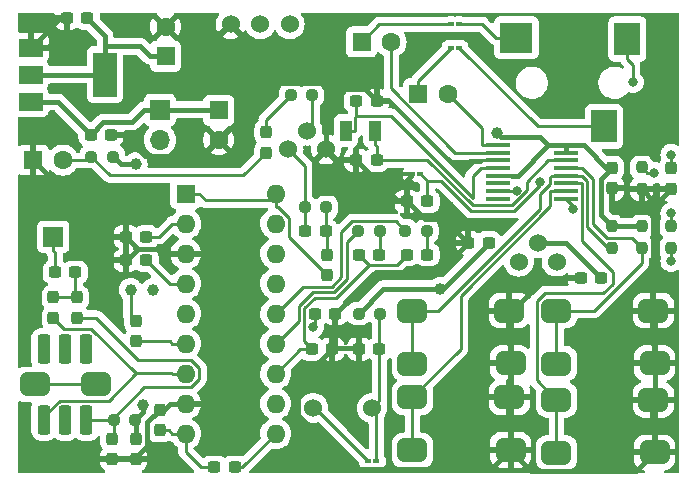
<source format=gbr>
%TF.GenerationSoftware,KiCad,Pcbnew,6.0.7+dfsg-1build1*%
%TF.CreationDate,2022-11-20T16:40:00+09:00*%
%TF.ProjectId,FM_Transciver,464d5f54-7261-46e7-9363-697665722e6b,rev?*%
%TF.SameCoordinates,Original*%
%TF.FileFunction,Copper,L1,Top*%
%TF.FilePolarity,Positive*%
%FSLAX46Y46*%
G04 Gerber Fmt 4.6, Leading zero omitted, Abs format (unit mm)*
G04 Created by KiCad (PCBNEW 6.0.7+dfsg-1build1) date 2022-11-20 16:40:00*
%MOMM*%
%LPD*%
G01*
G04 APERTURE LIST*
G04 Aperture macros list*
%AMRoundRect*
0 Rectangle with rounded corners*
0 $1 Rounding radius*
0 $2 $3 $4 $5 $6 $7 $8 $9 X,Y pos of 4 corners*
0 Add a 4 corners polygon primitive as box body*
4,1,4,$2,$3,$4,$5,$6,$7,$8,$9,$2,$3,0*
0 Add four circle primitives for the rounded corners*
1,1,$1+$1,$2,$3*
1,1,$1+$1,$4,$5*
1,1,$1+$1,$6,$7*
1,1,$1+$1,$8,$9*
0 Add four rect primitives between the rounded corners*
20,1,$1+$1,$2,$3,$4,$5,0*
20,1,$1+$1,$4,$5,$6,$7,0*
20,1,$1+$1,$6,$7,$8,$9,0*
20,1,$1+$1,$8,$9,$2,$3,0*%
G04 Aperture macros list end*
%TA.AperFunction,ComponentPad*%
%ADD10C,1.524000*%
%TD*%
%TA.AperFunction,SMDPad,CuDef*%
%ADD11RoundRect,0.237500X-0.237500X0.300000X-0.237500X-0.300000X0.237500X-0.300000X0.237500X0.300000X0*%
%TD*%
%TA.AperFunction,SMDPad,CuDef*%
%ADD12RoundRect,0.237500X-0.300000X-0.237500X0.300000X-0.237500X0.300000X0.237500X-0.300000X0.237500X0*%
%TD*%
%TA.AperFunction,ComponentPad*%
%ADD13R,1.600000X1.600000*%
%TD*%
%TA.AperFunction,ComponentPad*%
%ADD14C,1.600000*%
%TD*%
%TA.AperFunction,ComponentPad*%
%ADD15O,1.600000X1.600000*%
%TD*%
%TA.AperFunction,SMDPad,CuDef*%
%ADD16RoundRect,0.237500X-0.250000X-0.237500X0.250000X-0.237500X0.250000X0.237500X-0.250000X0.237500X0*%
%TD*%
%TA.AperFunction,SMDPad,CuDef*%
%ADD17R,2.200000X2.800000*%
%TD*%
%TA.AperFunction,SMDPad,CuDef*%
%ADD18R,2.800000X2.600000*%
%TD*%
%TA.AperFunction,SMDPad,CuDef*%
%ADD19RoundRect,0.237500X0.300000X0.237500X-0.300000X0.237500X-0.300000X-0.237500X0.300000X-0.237500X0*%
%TD*%
%TA.AperFunction,SMDPad,CuDef*%
%ADD20RoundRect,0.075000X-0.212500X-0.075000X0.212500X-0.075000X0.212500X0.075000X-0.212500X0.075000X0*%
%TD*%
%TA.AperFunction,SMDPad,CuDef*%
%ADD21RoundRect,0.275000X0.275000X0.975000X-0.275000X0.975000X-0.275000X-0.975000X0.275000X-0.975000X0*%
%TD*%
%TA.AperFunction,SMDPad,CuDef*%
%ADD22RoundRect,0.275000X-0.275000X-0.975000X0.275000X-0.975000X0.275000X0.975000X-0.275000X0.975000X0*%
%TD*%
%TA.AperFunction,SMDPad,CuDef*%
%ADD23RoundRect,0.500000X0.750000X0.500000X-0.750000X0.500000X-0.750000X-0.500000X0.750000X-0.500000X0*%
%TD*%
%TA.AperFunction,ComponentPad*%
%ADD24R,1.700000X1.700000*%
%TD*%
%TA.AperFunction,ComponentPad*%
%ADD25O,1.700000X1.700000*%
%TD*%
%TA.AperFunction,SMDPad,CuDef*%
%ADD26R,2.000000X0.400000*%
%TD*%
%TA.AperFunction,SMDPad,CuDef*%
%ADD27RoundRect,0.500000X-0.750000X-0.500000X0.750000X-0.500000X0.750000X0.500000X-0.750000X0.500000X0*%
%TD*%
%TA.AperFunction,SMDPad,CuDef*%
%ADD28RoundRect,0.237500X0.250000X0.237500X-0.250000X0.237500X-0.250000X-0.237500X0.250000X-0.237500X0*%
%TD*%
%TA.AperFunction,SMDPad,CuDef*%
%ADD29RoundRect,0.075000X0.212500X0.075000X-0.212500X0.075000X-0.212500X-0.075000X0.212500X-0.075000X0*%
%TD*%
%TA.AperFunction,SMDPad,CuDef*%
%ADD30R,2.000000X1.500000*%
%TD*%
%TA.AperFunction,SMDPad,CuDef*%
%ADD31R,2.000000X3.800000*%
%TD*%
%TA.AperFunction,SMDPad,CuDef*%
%ADD32RoundRect,0.237500X0.237500X-0.300000X0.237500X0.300000X-0.237500X0.300000X-0.237500X-0.300000X0*%
%TD*%
%TA.AperFunction,SMDPad,CuDef*%
%ADD33RoundRect,0.237500X-0.237500X0.250000X-0.237500X-0.250000X0.237500X-0.250000X0.237500X0.250000X0*%
%TD*%
%TA.AperFunction,SMDPad,CuDef*%
%ADD34RoundRect,0.237500X0.237500X-0.250000X0.237500X0.250000X-0.237500X0.250000X-0.237500X-0.250000X0*%
%TD*%
%TA.AperFunction,ComponentPad*%
%ADD35C,1.000000*%
%TD*%
%TA.AperFunction,SMDPad,CuDef*%
%ADD36R,1.000000X1.800000*%
%TD*%
%TA.AperFunction,SMDPad,CuDef*%
%ADD37RoundRect,0.237500X0.237500X-0.287500X0.237500X0.287500X-0.237500X0.287500X-0.237500X-0.287500X0*%
%TD*%
%TA.AperFunction,ViaPad*%
%ADD38C,1.000000*%
%TD*%
%TA.AperFunction,ViaPad*%
%ADD39C,0.800000*%
%TD*%
%TA.AperFunction,Conductor*%
%ADD40C,0.250000*%
%TD*%
%TA.AperFunction,Conductor*%
%ADD41C,0.400000*%
%TD*%
%TA.AperFunction,Conductor*%
%ADD42C,0.300400*%
%TD*%
G04 APERTURE END LIST*
D10*
%TO.P,RV1,1,1*%
%TO.N,GND*%
X73600000Y-42100000D03*
%TO.P,RV1,2,2*%
%TO.N,Net-(R3-Pad2)*%
X72000000Y-40500000D03*
%TO.P,RV1,3,3*%
%TO.N,Net-(C14-Pad1)*%
X70400000Y-42100000D03*
%TD*%
D11*
%TO.P,C8,1*%
%TO.N,1.8V*%
X57454000Y-66589500D03*
%TO.P,C8,2*%
%TO.N,GND*%
X57454000Y-68314500D03*
%TD*%
D12*
%TO.P,C14,1*%
%TO.N,Net-(C14-Pad1)*%
X71837500Y-49000000D03*
%TO.P,C14,2*%
%TO.N,Net-(C14-Pad2)*%
X73562500Y-49000000D03*
%TD*%
D13*
%TO.P,C27,1*%
%TO.N,PDN*%
X64500000Y-38794900D03*
D14*
%TO.P,C27,2*%
%TO.N,GND*%
X64500000Y-41294900D03*
%TD*%
D13*
%TO.P,U3,1,R_IN*%
%TO.N,Net-(C15-Pad2)*%
X61700000Y-45850000D03*
D15*
%TO.P,U3,2,AF_BIAS*%
%TO.N,Net-(C6-Pad1)*%
X61700000Y-48390000D03*
%TO.P,U3,3,AF_GND*%
%TO.N,GND*%
X61700000Y-50930000D03*
%TO.P,U3,4,OSC_BIAS*%
%TO.N,Net-(C7-Pad1)*%
X61700000Y-53470000D03*
%TO.P,U3,5,XTAL*%
%TO.N,Net-(U1-Pad2)*%
X61700000Y-56010000D03*
%TO.P,U3,6,XTAL*%
%TO.N,Net-(C9-Pad1)*%
X61700000Y-58550000D03*
%TO.P,U3,7,RF_OUT*%
%TO.N,Net-(C5-Pad1)*%
X61700000Y-61090000D03*
%TO.P,U3,8,GND*%
%TO.N,GND*%
X61700000Y-63630000D03*
%TO.P,U3,9,OSC*%
%TO.N,Net-(C12-Pad2)*%
X61700000Y-66170000D03*
%TO.P,U3,10,OSC*%
%TO.N,Net-(C13-Pad1)*%
X69320000Y-66170000D03*
%TO.P,U3,11,VREF*%
%TO.N,unconnected-(U3-Pad11)*%
X69320000Y-63630000D03*
%TO.P,U3,12,MOD_IN*%
%TO.N,Net-(C21-Pad2)*%
X69320000Y-61090000D03*
%TO.P,U3,13,PILOT_OUT*%
%TO.N,Net-(R6-Pad1)*%
X69320000Y-58550000D03*
%TO.P,U3,14,MPX_OUT*%
%TO.N,Net-(R5-Pad1)*%
X69320000Y-56010000D03*
%TO.P,U3,15,VCC*%
%TO.N,1.8V*%
X69320000Y-53470000D03*
%TO.P,U3,16,MPX_BAL*%
%TO.N,Net-(RV2-Pad3)*%
X69320000Y-50930000D03*
%TO.P,U3,17,MPX_BAL*%
%TO.N,Net-(RV2-Pad1)*%
X69320000Y-48390000D03*
%TO.P,U3,18,L_IN*%
%TO.N,Net-(C15-Pad2)*%
X69320000Y-45850000D03*
%TD*%
D16*
%TO.P,R4,1*%
%TO.N,Net-(C14-Pad1)*%
X71787500Y-47000000D03*
%TO.P,R4,2*%
%TO.N,Net-(C14-Pad2)*%
X73612500Y-47000000D03*
%TD*%
D17*
%TO.P,J1,1,SLEEVE*%
%TO.N,Net-(C24-Pad2)*%
X99100000Y-32750000D03*
D18*
%TO.P,J1,2,TIP*%
%TO.N,Net-(J1-Pad2)*%
X89700000Y-32650000D03*
D17*
%TO.P,J1,3,RING*%
%TO.N,Net-(J1-Pad3)*%
X97100000Y-40150000D03*
%TD*%
D19*
%TO.P,C21,1*%
%TO.N,GND*%
X74107500Y-59000000D03*
%TO.P,C21,2*%
%TO.N,Net-(C21-Pad2)*%
X72382500Y-59000000D03*
%TD*%
D16*
%TO.P,R5,1*%
%TO.N,Net-(R5-Pad1)*%
X80287500Y-49000000D03*
%TO.P,R5,2*%
%TO.N,Net-(C22-Pad2)*%
X82112500Y-49000000D03*
%TD*%
D20*
%TO.P,L5,1,1*%
%TO.N,Net-(C30-Pad1)*%
X84162500Y-33500000D03*
%TO.P,L5,2,2*%
%TO.N,Net-(J1-Pad3)*%
X84837500Y-33500000D03*
%TD*%
D21*
%TO.P,L1,1,AB*%
%TO.N,unconnected-(L1-Pad1)*%
X49700000Y-59000000D03*
%TO.P,L1,2,NC*%
%TO.N,unconnected-(L1-Pad2)*%
X51500000Y-59000000D03*
D22*
%TO.P,L1,3,AA*%
%TO.N,unconnected-(L1-Pad3)*%
X53300000Y-59000000D03*
D21*
%TO.P,L1,4,SB*%
%TO.N,Net-(C2-Pad2)*%
X53300000Y-65000000D03*
%TO.P,L1,5,NC*%
%TO.N,unconnected-(L1-Pad5)*%
X51500000Y-65000000D03*
%TO.P,L1,6,SA*%
%TO.N,Net-(C5-Pad1)*%
X49700000Y-65000000D03*
D23*
%TO.P,L1,GND,GND*%
%TO.N,unconnected-(L1-PadGND)*%
X54100000Y-62000000D03*
X48900000Y-62000000D03*
%TD*%
D24*
%TO.P,BT1,1,+*%
%TO.N,PDN*%
X59525000Y-38750000D03*
D25*
%TO.P,BT1,2,-*%
%TO.N,Net-(BT1-Pad2)*%
X59525000Y-41290000D03*
%TD*%
D12*
%TO.P,C24,1*%
%TO.N,GND*%
X80425000Y-46500000D03*
%TO.P,C24,2*%
%TO.N,Net-(C24-Pad2)*%
X82150000Y-46500000D03*
%TD*%
%TO.P,C1,1*%
%TO.N,PDN*%
X53658400Y-40856000D03*
%TO.P,C1,2*%
%TO.N,GND*%
X55383400Y-40856000D03*
%TD*%
D10*
%TO.P,SW1,1,A*%
%TO.N,unconnected-(SW1-Pad1)*%
X70500000Y-31500000D03*
%TO.P,SW1,2,B*%
%TO.N,Net-(BT1-Pad2)*%
X68000000Y-31500000D03*
%TO.P,SW1,3,C*%
%TO.N,GND*%
X65500000Y-31500000D03*
%TD*%
D26*
%TO.P,U5,1,ROUT*%
%TO.N,Net-(C30-Pad2)*%
X88100000Y-41725000D03*
%TO.P,U5,2,LOUT*%
%TO.N,Net-(C28-Pad2)*%
X88100000Y-42375000D03*
%TO.P,U5,3,GND*%
%TO.N,GND*%
X88100000Y-43025000D03*
%TO.P,U5,4,RCLK2*%
%TO.N,RCLK2*%
X88100000Y-43675000D03*
%TO.P,U5,5,PDN*%
%TO.N,PDN*%
X88100000Y-44325000D03*
%TO.P,U5,6,NC*%
%TO.N,unconnected-(U5-Pad6)*%
X88100000Y-44975000D03*
%TO.P,U5,7,FMIN*%
%TO.N,Net-(C24-Pad2)*%
X88100000Y-45625000D03*
%TO.P,U5,8,AMP*%
%TO.N,unconnected-(U5-Pad8)*%
X88100000Y-46275000D03*
%TO.P,U5,9,LED*%
%TO.N,Net-(R10-Pad1)*%
X93900000Y-46275000D03*
%TO.P,U5,10,VOL+*%
%TO.N,Net-(SW5-Pad1)*%
X93900000Y-45625000D03*
%TO.P,U5,11,VOL-*%
%TO.N,Net-(SW4-Pad1)*%
X93900000Y-44975000D03*
%TO.P,U5,12,SEEK+*%
%TO.N,Net-(R9-Pad2)*%
X93900000Y-44325000D03*
%TO.P,U5,13,SEEK-*%
%TO.N,Net-(R8-Pad2)*%
X93900000Y-43675000D03*
%TO.P,U5,14,RCLK1*%
%TO.N,RCLK1*%
X93900000Y-43025000D03*
%TO.P,U5,15,BAND*%
%TO.N,PDN*%
X93900000Y-42375000D03*
%TO.P,U5,16,VDD*%
X93900000Y-41725000D03*
%TD*%
D13*
%TO.P,C31,1*%
%TO.N,1.8V*%
X60000000Y-34205100D03*
D14*
%TO.P,C31,2*%
%TO.N,GND*%
X60000000Y-31705100D03*
%TD*%
D13*
%TO.P,MK1,1,-*%
%TO.N,GND*%
X48794900Y-43000000D03*
D14*
%TO.P,MK1,2,+*%
%TO.N,Net-(C10-Pad2)*%
X51294900Y-43000000D03*
%TD*%
D27*
%TO.P,SW2,1,1*%
%TO.N,Net-(R8-Pad2)*%
X93092000Y-60250000D03*
X93092000Y-55750000D03*
%TO.P,SW2,2,2*%
%TO.N,GND*%
X101392000Y-60200000D03*
X101292000Y-55750000D03*
%TD*%
D12*
%TO.P,C4,1*%
%TO.N,Net-(AE1-Pad1)*%
X50637500Y-52500000D03*
%TO.P,C4,2*%
%TO.N,Net-(C2-Pad1)*%
X52362500Y-52500000D03*
%TD*%
D27*
%TO.P,SW3,1,1*%
%TO.N,Net-(R9-Pad2)*%
X80900000Y-60250000D03*
X80900000Y-55750000D03*
%TO.P,SW3,2,2*%
%TO.N,GND*%
X89100000Y-55750000D03*
X89200000Y-60200000D03*
%TD*%
D12*
%TO.P,C25,1*%
%TO.N,GND*%
X85637500Y-50000000D03*
%TO.P,C25,2*%
%TO.N,1.8V*%
X87362500Y-50000000D03*
%TD*%
D11*
%TO.P,C10,1*%
%TO.N,Net-(C10-Pad1)*%
X68500000Y-40637500D03*
%TO.P,C10,2*%
%TO.N,Net-(C10-Pad2)*%
X68500000Y-42362500D03*
%TD*%
%TO.P,C12,1*%
%TO.N,GND*%
X59500000Y-64137500D03*
%TO.P,C12,2*%
%TO.N,Net-(C12-Pad2)*%
X59500000Y-65862500D03*
%TD*%
D13*
%TO.P,C30,1*%
%TO.N,Net-(C30-Pad1)*%
X81394900Y-37400000D03*
D14*
%TO.P,C30,2*%
%TO.N,Net-(C30-Pad2)*%
X83894900Y-37400000D03*
%TD*%
D12*
%TO.P,C26,1*%
%TO.N,GND*%
X76382500Y-59000000D03*
%TO.P,C26,2*%
%TO.N,Net-(C18-Pad2)*%
X78107500Y-59000000D03*
%TD*%
D13*
%TO.P,C28,1*%
%TO.N,Net-(C28-Pad1)*%
X76594900Y-33000000D03*
D14*
%TO.P,C28,2*%
%TO.N,Net-(C28-Pad2)*%
X79094900Y-33000000D03*
%TD*%
D20*
%TO.P,L4,1,1*%
%TO.N,Net-(C28-Pad1)*%
X84162500Y-31500000D03*
%TO.P,L4,2,2*%
%TO.N,Net-(J1-Pad2)*%
X84837500Y-31500000D03*
%TD*%
D28*
%TO.P,R2,1*%
%TO.N,1.8V*%
X55545400Y-42716000D03*
%TO.P,R2,2*%
%TO.N,Net-(C10-Pad2)*%
X53720400Y-42716000D03*
%TD*%
D10*
%TO.P,RV2,1,1*%
%TO.N,Net-(RV2-Pad1)*%
X93100000Y-51600000D03*
%TO.P,RV2,2,2*%
%TO.N,1.8V*%
X91500000Y-50000000D03*
%TO.P,RV2,3,3*%
%TO.N,Net-(RV2-Pad3)*%
X89900000Y-51600000D03*
%TD*%
D29*
%TO.P,L3,1,1*%
%TO.N,Net-(C24-Pad2)*%
X81537500Y-44200000D03*
%TO.P,L3,2,2*%
%TO.N,GND*%
X80862500Y-44200000D03*
%TD*%
D16*
%TO.P,R1,1*%
%TO.N,Net-(C2-Pad2)*%
X55587500Y-65000000D03*
%TO.P,R1,2*%
%TO.N,1.8V*%
X57412500Y-65000000D03*
%TD*%
D30*
%TO.P,U2,1,GND*%
%TO.N,GND*%
X48576900Y-33476000D03*
%TO.P,U2,2,VO*%
%TO.N,1.8V*%
X48576900Y-35776000D03*
D31*
X54876900Y-35776000D03*
D30*
%TO.P,U2,3,VI*%
%TO.N,PDN*%
X48576900Y-38076000D03*
%TD*%
D11*
%TO.P,C29,1*%
%TO.N,PDN*%
X97800000Y-43675000D03*
%TO.P,C29,2*%
%TO.N,GND*%
X97800000Y-45400000D03*
%TD*%
D19*
%TO.P,C17,1*%
%TO.N,GND*%
X74362500Y-56000000D03*
%TO.P,C17,2*%
%TO.N,Net-(C15-Pad2)*%
X72637500Y-56000000D03*
%TD*%
%TO.P,C13,1*%
%TO.N,Net-(C13-Pad1)*%
X65862500Y-69000000D03*
%TO.P,C13,2*%
%TO.N,Net-(C12-Pad2)*%
X64137500Y-69000000D03*
%TD*%
D32*
%TO.P,C5,1*%
%TO.N,Net-(C5-Pad1)*%
X50500000Y-56362500D03*
%TO.P,C5,2*%
%TO.N,Net-(C2-Pad1)*%
X50500000Y-54637500D03*
%TD*%
D33*
%TO.P,R9,1*%
%TO.N,PDN*%
X97800000Y-48625000D03*
%TO.P,R9,2*%
%TO.N,Net-(R9-Pad2)*%
X97800000Y-50450000D03*
%TD*%
D10*
%TO.P,C18,1*%
%TO.N,Net-(C13-Pad1)*%
X72500000Y-64000000D03*
%TO.P,C18,2*%
%TO.N,Net-(C18-Pad2)*%
X77500000Y-64000000D03*
%TD*%
D12*
%TO.P,C22,1*%
%TO.N,Net-(C21-Pad2)*%
X80425000Y-51000000D03*
%TO.P,C22,2*%
%TO.N,Net-(C22-Pad2)*%
X82150000Y-51000000D03*
%TD*%
D11*
%TO.P,C2,1*%
%TO.N,Net-(C2-Pad1)*%
X52500000Y-54637500D03*
%TO.P,C2,2*%
%TO.N,Net-(C2-Pad2)*%
X52500000Y-56362500D03*
%TD*%
D33*
%TO.P,R10,1*%
%TO.N,Net-(R10-Pad1)*%
X100300000Y-43625000D03*
%TO.P,R10,2*%
%TO.N,GND*%
X100300000Y-45450000D03*
%TD*%
D19*
%TO.P,C19,1*%
%TO.N,RCLK1*%
X77862500Y-43000000D03*
%TO.P,C19,2*%
%TO.N,GND*%
X76137500Y-43000000D03*
%TD*%
D11*
%TO.P,C15,1*%
%TO.N,Net-(C14-Pad2)*%
X73700000Y-51035000D03*
%TO.P,C15,2*%
%TO.N,Net-(C15-Pad2)*%
X73700000Y-52760000D03*
%TD*%
D32*
%TO.P,C9,1*%
%TO.N,Net-(C9-Pad1)*%
X57500000Y-58362500D03*
%TO.P,C9,2*%
%TO.N,Net-(C9-Pad2)*%
X57500000Y-56637500D03*
%TD*%
D16*
%TO.P,R6,1*%
%TO.N,Net-(R6-Pad1)*%
X76287500Y-49000000D03*
%TO.P,R6,2*%
%TO.N,Net-(C23-Pad2)*%
X78112500Y-49000000D03*
%TD*%
D19*
%TO.P,C6,1*%
%TO.N,Net-(C6-Pad1)*%
X58362500Y-49500000D03*
%TO.P,C6,2*%
%TO.N,GND*%
X56637500Y-49500000D03*
%TD*%
D16*
%TO.P,R3,1*%
%TO.N,Net-(C10-Pad1)*%
X70587500Y-37500000D03*
%TO.P,R3,2*%
%TO.N,Net-(R3-Pad2)*%
X72412500Y-37500000D03*
%TD*%
D33*
%TO.P,R8,1*%
%TO.N,PDN*%
X100300000Y-48625000D03*
%TO.P,R8,2*%
%TO.N,Net-(R8-Pad2)*%
X100300000Y-50450000D03*
%TD*%
D28*
%TO.P,R7,1*%
%TO.N,Net-(C18-Pad2)*%
X78157500Y-56000000D03*
%TO.P,R7,2*%
%TO.N,1.8V*%
X76332500Y-56000000D03*
%TD*%
D34*
%TO.P,R11,1*%
%TO.N,Net-(R10-Pad1)*%
X102800000Y-50450000D03*
%TO.P,R11,2*%
%TO.N,Net-(D1-Pad2)*%
X102800000Y-48625000D03*
%TD*%
D35*
%TO.P,U1,1,1*%
%TO.N,Net-(C9-Pad2)*%
X57050000Y-54000000D03*
%TO.P,U1,2,2*%
%TO.N,Net-(U1-Pad2)*%
X58950000Y-54000000D03*
%TD*%
D20*
%TO.P,L2,1,1*%
%TO.N,Net-(C13-Pad1)*%
X77162500Y-68500000D03*
%TO.P,L2,2,2*%
%TO.N,Net-(C18-Pad2)*%
X77837500Y-68500000D03*
%TD*%
D19*
%TO.P,C7,1*%
%TO.N,Net-(C7-Pad1)*%
X58362500Y-51500000D03*
%TO.P,C7,2*%
%TO.N,GND*%
X56637500Y-51500000D03*
%TD*%
%TO.P,C11,1*%
%TO.N,1.8V*%
X53362500Y-31000000D03*
%TO.P,C11,2*%
%TO.N,GND*%
X51637500Y-31000000D03*
%TD*%
D24*
%TO.P,AE1,1,A*%
%TO.N,Net-(AE1-Pad1)*%
X50500000Y-49500000D03*
%TD*%
D12*
%TO.P,C16,1*%
%TO.N,RCLK2*%
X76137500Y-38000000D03*
%TO.P,C16,2*%
%TO.N,GND*%
X77862500Y-38000000D03*
%TD*%
D36*
%TO.P,U4,1,1*%
%TO.N,RCLK2*%
X75250000Y-40500000D03*
%TO.P,U4,2,2*%
%TO.N,RCLK1*%
X77750000Y-40500000D03*
%TD*%
D12*
%TO.P,C23,1*%
%TO.N,Net-(C21-Pad2)*%
X76337500Y-51000000D03*
%TO.P,C23,2*%
%TO.N,Net-(C23-Pad2)*%
X78062500Y-51000000D03*
%TD*%
D27*
%TO.P,SW4,1,1*%
%TO.N,Net-(SW4-Pad1)*%
X93092000Y-67798000D03*
X93092000Y-63298000D03*
%TO.P,SW4,2,2*%
%TO.N,GND*%
X101292000Y-63298000D03*
X101392000Y-67748000D03*
%TD*%
D37*
%TO.P,D1,1,K*%
%TO.N,GND*%
X102800000Y-45412500D03*
%TO.P,D1,2,A*%
%TO.N,Net-(D1-Pad2)*%
X102800000Y-43662500D03*
%TD*%
D11*
%TO.P,C3,1*%
%TO.N,Net-(C2-Pad2)*%
X55454000Y-66589500D03*
%TO.P,C3,2*%
%TO.N,GND*%
X55454000Y-68314500D03*
%TD*%
D12*
%TO.P,C20,1*%
%TO.N,GND*%
X95137500Y-53000000D03*
%TO.P,C20,2*%
%TO.N,1.8V*%
X96862500Y-53000000D03*
%TD*%
D27*
%TO.P,SW5,1,1*%
%TO.N,Net-(SW5-Pad1)*%
X80900000Y-63080000D03*
X80900000Y-67580000D03*
%TO.P,SW5,2,2*%
%TO.N,GND*%
X89200000Y-67530000D03*
X89100000Y-63080000D03*
%TD*%
D38*
%TO.N,PDN*%
X88038400Y-40710400D03*
%TO.N,GND*%
X85200000Y-43600000D03*
X52295200Y-34215000D03*
X84000000Y-47000000D03*
%TO.N,1.8V*%
X57466100Y-43355300D03*
X83249700Y-53900000D03*
X58044500Y-63714000D03*
D39*
%TO.N,Net-(C15-Pad2)*%
X72516100Y-57096500D03*
%TO.N,Net-(C24-Pad2)*%
X99568800Y-36404300D03*
X89707600Y-45625000D03*
X91671900Y-44849600D03*
%TO.N,Net-(D1-Pad2)*%
X102800000Y-42531400D03*
X102800000Y-47515400D03*
%TO.N,Net-(R10-Pad1)*%
X94522700Y-47121100D03*
X102800000Y-51554800D03*
X101377900Y-44069100D03*
%TD*%
D40*
%TO.N,Net-(AE1-Pad1)*%
X50500000Y-49500000D02*
X50500000Y-50675100D01*
X50637500Y-50812600D02*
X50637500Y-52500000D01*
X50500000Y-50675100D02*
X50637500Y-50812600D01*
D41*
%TO.N,PDN*%
X54736300Y-39778100D02*
X53658400Y-40856000D01*
D40*
X89500000Y-44300000D02*
X88100000Y-44300000D01*
D41*
X96835300Y-47660300D02*
X96835300Y-44639700D01*
X96835300Y-44639700D02*
X97575100Y-43899900D01*
X97800000Y-48625000D02*
X96835300Y-47660300D01*
X50878400Y-38076000D02*
X53658400Y-40856000D01*
X100300000Y-48625000D02*
X97800000Y-48625000D01*
X97575100Y-43899900D02*
X95400100Y-41725000D01*
X88038400Y-40710400D02*
X88352900Y-41024900D01*
X64455100Y-38750000D02*
X64500000Y-38794900D01*
X88352900Y-41024900D02*
X91699800Y-41024900D01*
X93900000Y-42298900D02*
X93919400Y-42318300D01*
X89793600Y-44331300D02*
X89468700Y-44331300D01*
X93900000Y-41725000D02*
X94550000Y-41725000D01*
X93900000Y-41725000D02*
X93250000Y-41725000D01*
X93900000Y-41725000D02*
X93900000Y-42298900D01*
X89468700Y-44331300D02*
X89368200Y-44331300D01*
X59525000Y-38750000D02*
X58174900Y-38750000D01*
X93150000Y-41725000D02*
X92399900Y-41725000D01*
X94650100Y-41725000D02*
X95400100Y-41725000D01*
X57146800Y-39778100D02*
X54736300Y-39778100D01*
X48576900Y-38076000D02*
X50878400Y-38076000D01*
X97575100Y-43899900D02*
X97800000Y-43675000D01*
X91699800Y-41024900D02*
X92399900Y-41725000D01*
X94650100Y-41725000D02*
X94550000Y-41725000D01*
X59525000Y-38750000D02*
X64455100Y-38750000D01*
X57146800Y-39778100D02*
X58174900Y-38750000D01*
X93150000Y-41725000D02*
X93250000Y-41725000D01*
X92399900Y-41725000D02*
X89793600Y-44331300D01*
%TO.N,GND*%
X60399900Y-50930000D02*
X61700000Y-50930000D01*
X101392000Y-67748000D02*
X99833900Y-69306100D01*
X58430100Y-67195500D02*
X58430100Y-65207400D01*
X73137000Y-36518400D02*
X73600000Y-36981400D01*
X83661400Y-48023900D02*
X83661400Y-47338600D01*
X74362500Y-58872500D02*
X76255000Y-58872500D01*
X89200000Y-67530000D02*
X87532900Y-69197100D01*
X99833900Y-69306100D02*
X90976100Y-69306100D01*
X71192300Y-61915200D02*
X74107500Y-59000000D01*
X51052900Y-31000000D02*
X51637500Y-31000000D01*
X89200000Y-62980000D02*
X89200000Y-60200000D01*
X101292000Y-46442000D02*
X101770500Y-46442000D01*
X55383400Y-40856000D02*
X56459500Y-40856000D01*
X76137500Y-43000000D02*
X79637500Y-46500000D01*
X48576900Y-33476000D02*
X51556200Y-33476000D01*
X74362500Y-56000000D02*
X77845200Y-52517300D01*
X87532900Y-69197100D02*
X75844900Y-69197100D01*
X76255000Y-58872500D02*
X76382500Y-59000000D01*
X58050000Y-50500000D02*
X58025000Y-50525000D01*
X59969900Y-50500000D02*
X60399900Y-50930000D01*
X51556200Y-33476000D02*
X52295200Y-34215000D01*
X101292000Y-46442000D02*
X100300000Y-45450000D01*
X50487400Y-33476000D02*
X48576900Y-33476000D01*
X98808900Y-45400000D02*
X97800000Y-45400000D01*
X76137500Y-43000000D02*
X74500000Y-43000000D01*
X73600000Y-36981400D02*
X73600000Y-42100000D01*
X71192300Y-64544500D02*
X71192300Y-61915200D01*
X76843900Y-36981400D02*
X77862500Y-38000000D01*
X83120200Y-52517300D02*
X85637500Y-50000000D01*
X55294900Y-49500000D02*
X56637500Y-49500000D01*
X56637500Y-49500000D02*
X57662500Y-50525000D01*
X56637500Y-51500000D02*
X56687500Y-51500000D01*
X81948900Y-48023900D02*
X80425000Y-46500000D01*
X85200000Y-43600000D02*
X85750000Y-43050000D01*
X89200000Y-55850000D02*
X92050000Y-53000000D01*
X101292000Y-63298000D02*
X101392000Y-63298000D01*
X77845200Y-52517300D02*
X83120200Y-52517300D01*
X74500000Y-43000000D02*
X73600000Y-42100000D01*
X74107500Y-59000000D02*
X74235000Y-58872500D01*
X64500000Y-41294900D02*
X67675800Y-38119100D01*
X74362500Y-58872500D02*
X74362500Y-56000000D01*
X98858900Y-45450000D02*
X98808900Y-45400000D01*
X101392000Y-67748000D02*
X101392000Y-63298000D01*
X67675800Y-36518400D02*
X73137000Y-36518400D01*
X90976100Y-69306100D02*
X89200000Y-67530000D01*
X56459500Y-40856000D02*
X58243600Y-42640100D01*
X59500000Y-64137500D02*
X59892400Y-64137500D01*
X61700000Y-63630000D02*
X60399900Y-63630000D01*
X58430100Y-65207400D02*
X59500000Y-64137500D01*
X55454000Y-68314500D02*
X57135000Y-68314500D01*
X85637500Y-50000000D02*
X83661400Y-48023900D01*
X58243600Y-42640100D02*
X63154800Y-42640100D01*
X79637500Y-46500000D02*
X80425000Y-46500000D01*
X101392000Y-55850000D02*
X101392000Y-60200000D01*
X89200000Y-55850000D02*
X89100000Y-55750000D01*
X57662500Y-50525000D02*
X58025000Y-50525000D01*
X89200000Y-63180000D02*
X89200000Y-67530000D01*
X101770500Y-46442000D02*
X102800000Y-45412500D01*
X89100000Y-63080000D02*
X89200000Y-62980000D01*
X59892400Y-64137500D02*
X60399900Y-63630000D01*
X89200000Y-60200000D02*
X89200000Y-55850000D01*
X67675800Y-33675800D02*
X65500000Y-31500000D01*
X80425000Y-44698900D02*
X80735800Y-44388100D01*
X80425000Y-46500000D02*
X80425000Y-44698900D01*
X101292000Y-55750000D02*
X101292000Y-46442000D01*
X48576900Y-33476000D02*
X51052900Y-31000000D01*
X100300000Y-45450000D02*
X98858900Y-45450000D01*
D40*
X86600000Y-43000000D02*
X87600000Y-43000000D01*
D41*
X63154800Y-42640100D02*
X64500000Y-41294900D01*
X89100000Y-63080000D02*
X89200000Y-63180000D01*
X56687500Y-51500000D02*
X57662500Y-50525000D01*
X74235000Y-58872500D02*
X74362500Y-58872500D01*
X57135000Y-68314500D02*
X57311100Y-68314500D01*
X59969900Y-50500000D02*
X58050000Y-50500000D01*
X73600000Y-36981400D02*
X76843900Y-36981400D01*
X83661400Y-47338600D02*
X84000000Y-47000000D01*
X101292000Y-55750000D02*
X101392000Y-55850000D01*
X67675800Y-36518400D02*
X67675800Y-33675800D01*
D42*
X80735800Y-44388100D02*
X80777200Y-44346700D01*
D41*
X57135000Y-68314500D02*
X57454000Y-68314500D01*
X57311100Y-68314500D02*
X58430100Y-67195500D01*
X67675800Y-38119100D02*
X67675800Y-36518400D01*
X85750000Y-43050000D02*
X86600000Y-43050000D01*
X101392000Y-63298000D02*
X101392000Y-60200000D01*
X92050000Y-53000000D02*
X95137500Y-53000000D01*
X48794900Y-43000000D02*
X55294900Y-49500000D01*
X83661400Y-48023900D02*
X81948900Y-48023900D01*
X75844900Y-69197100D02*
X71192300Y-64544500D01*
D40*
%TO.N,Net-(C2-Pad1)*%
X52362500Y-54637500D02*
X52362500Y-52500000D01*
X52500000Y-54637500D02*
X52362500Y-54637500D01*
X52362500Y-54637500D02*
X50500000Y-54637500D01*
%TO.N,Net-(C2-Pad2)*%
X58210400Y-62223700D02*
X55587500Y-64846600D01*
X57692100Y-59912700D02*
X62152800Y-59912700D01*
X55587500Y-64846600D02*
X55587500Y-65000000D01*
X62845200Y-61556700D02*
X62178200Y-62223700D01*
X62845200Y-60605100D02*
X62845200Y-61556700D01*
X62178200Y-62223700D02*
X58210400Y-62223700D01*
X55587500Y-66456000D02*
X55587500Y-65000000D01*
X55587500Y-65000000D02*
X53300000Y-65000000D01*
X54141900Y-56362500D02*
X57692100Y-59912700D01*
X52500000Y-56362500D02*
X54141900Y-56362500D01*
X62152800Y-59912700D02*
X62845200Y-60605100D01*
X55454000Y-66589500D02*
X55587500Y-66456000D01*
%TO.N,Net-(C5-Pad1)*%
X60534300Y-61049400D02*
X60574900Y-61090000D01*
X51409500Y-57272000D02*
X53722100Y-57272000D01*
X51024200Y-63375500D02*
X55173400Y-63375500D01*
X50500000Y-56362500D02*
X51409500Y-57272000D01*
X57499500Y-61049400D02*
X60534300Y-61049400D01*
X61700000Y-61090000D02*
X60574900Y-61090000D01*
X53722100Y-57272000D02*
X57499500Y-61049400D01*
X49700000Y-65000000D02*
X49700000Y-64699700D01*
X55173400Y-63375500D02*
X57499500Y-61049400D01*
X49700000Y-64699700D02*
X51024200Y-63375500D01*
%TO.N,Net-(C6-Pad1)*%
X59464900Y-49500000D02*
X60574900Y-48390000D01*
X58362500Y-49500000D02*
X59464900Y-49500000D01*
X61700000Y-48390000D02*
X60574900Y-48390000D01*
%TO.N,Net-(C7-Pad1)*%
X58362500Y-51500000D02*
X60332500Y-53470000D01*
X60332500Y-53470000D02*
X61700000Y-53470000D01*
D41*
%TO.N,1.8V*%
X55545400Y-42716000D02*
X56184700Y-43355300D01*
X93862500Y-50000000D02*
X91500000Y-50000000D01*
X96862500Y-53000000D02*
X93862500Y-50000000D01*
X57870700Y-33375900D02*
X54876900Y-33375900D01*
X78432500Y-53900000D02*
X83249700Y-53900000D01*
X54876900Y-35076000D02*
X54876900Y-33375900D01*
X58044500Y-63714000D02*
X58044500Y-64368000D01*
X48576900Y-35776000D02*
X50077000Y-35776000D01*
X54876900Y-32514400D02*
X53362500Y-31000000D01*
X57412500Y-65000000D02*
X57454000Y-65041500D01*
X60000000Y-34205100D02*
X58699900Y-34205100D01*
X76332500Y-56000000D02*
X78432500Y-53900000D01*
X54876900Y-35776000D02*
X54876900Y-35076000D01*
X50077000Y-35776000D02*
X54176900Y-35776000D01*
X54876900Y-33375900D02*
X54876900Y-32514400D01*
X83249700Y-53900000D02*
X83462500Y-53900000D01*
X83462500Y-53900000D02*
X87362500Y-50000000D01*
X58699900Y-34205100D02*
X57870700Y-33375900D01*
X54176900Y-35776000D02*
X54876900Y-35076000D01*
X57454000Y-65041500D02*
X57454000Y-66589500D01*
X58044500Y-64368000D02*
X57412500Y-65000000D01*
X56184700Y-43355300D02*
X57466100Y-43355300D01*
D40*
%TO.N,Net-(C9-Pad1)*%
X57500000Y-58362500D02*
X60387400Y-58362500D01*
X61700000Y-58550000D02*
X60574900Y-58550000D01*
X60387400Y-58362500D02*
X60574900Y-58550000D01*
%TO.N,Net-(C9-Pad2)*%
X57050000Y-54000000D02*
X57050000Y-56187500D01*
X57050000Y-56187500D02*
X57500000Y-56637500D01*
%TO.N,Net-(C10-Pad1)*%
X70587500Y-37500000D02*
X68500000Y-39587500D01*
X68500000Y-39587500D02*
X68500000Y-40637500D01*
%TO.N,Net-(C10-Pad2)*%
X53436400Y-43000000D02*
X51294900Y-43000000D01*
X53720400Y-42716000D02*
X55291900Y-44287500D01*
X55291900Y-44287500D02*
X66575000Y-44287500D01*
X66575000Y-44287500D02*
X68500000Y-42362500D01*
X53720400Y-42716000D02*
X53436400Y-43000000D01*
%TO.N,Net-(C12-Pad2)*%
X60267400Y-65862500D02*
X60574900Y-66170000D01*
X61700000Y-67700000D02*
X63000000Y-69000000D01*
X61700000Y-66170000D02*
X61700000Y-67700000D01*
X59500000Y-65862500D02*
X60267400Y-65862500D01*
X61700000Y-66170000D02*
X60574900Y-66170000D01*
X63000000Y-69000000D02*
X64137500Y-69000000D01*
%TO.N,Net-(C13-Pad1)*%
X77162500Y-68500000D02*
X72662500Y-64000000D01*
X72662500Y-64000000D02*
X72500000Y-64000000D01*
X69320000Y-66170000D02*
X66490000Y-69000000D01*
X66490000Y-69000000D02*
X65862500Y-69000000D01*
%TO.N,Net-(C14-Pad1)*%
X71837500Y-49000000D02*
X71837500Y-47050000D01*
X71787500Y-47000000D02*
X71787500Y-43487500D01*
X71787500Y-43487500D02*
X70400000Y-42100000D01*
X71837500Y-47050000D02*
X71787500Y-47000000D01*
%TO.N,Net-(C14-Pad2)*%
X73700000Y-49137500D02*
X73562500Y-49000000D01*
X73562500Y-47050000D02*
X73562500Y-49000000D01*
X73700000Y-51035000D02*
X73700000Y-49137500D01*
X73612500Y-47000000D02*
X73562500Y-47050000D01*
%TO.N,Net-(C15-Pad2)*%
X69320000Y-46412500D02*
X69320000Y-46975100D01*
X69320000Y-46975100D02*
X69553100Y-46975100D01*
X70459900Y-49519900D02*
X73700000Y-52760000D01*
X61700000Y-45850000D02*
X62825100Y-45850000D01*
X63387600Y-46412500D02*
X62825100Y-45850000D01*
X72637500Y-56000000D02*
X72637500Y-56975100D01*
X72637500Y-56975100D02*
X72516100Y-57096500D01*
X69553100Y-46975100D02*
X70459900Y-47881900D01*
X70459900Y-47881900D02*
X70459900Y-49519900D01*
X69320000Y-45850000D02*
X69320000Y-46412500D01*
X69320000Y-46412500D02*
X63387600Y-46412500D01*
%TO.N,RCLK2*%
X86002748Y-46197252D02*
X86002748Y-44372252D01*
X76075100Y-40500000D02*
X76075100Y-39326800D01*
X76075100Y-39326800D02*
X76137500Y-39264400D01*
X76137500Y-39264400D02*
X76137500Y-38000000D01*
X79069896Y-39264400D02*
X86002748Y-46197252D01*
X86700000Y-43675000D02*
X88100000Y-43675000D01*
X76137500Y-39264400D02*
X79069896Y-39264400D01*
X75250000Y-40500000D02*
X76075100Y-40500000D01*
X86002748Y-44372252D02*
X86700000Y-43675000D01*
%TO.N,Net-(C18-Pad2)*%
X78107500Y-59000000D02*
X78107500Y-63392500D01*
X77837500Y-64337500D02*
X77500000Y-64000000D01*
X78157500Y-56000000D02*
X78107500Y-56050000D01*
X78107500Y-63392500D02*
X77500000Y-64000000D01*
X78107500Y-56050000D02*
X78107500Y-59000000D01*
X77837500Y-68500000D02*
X77837500Y-64337500D01*
%TO.N,RCLK1*%
X77862500Y-41837600D02*
X77862500Y-43000000D01*
X85984200Y-46815100D02*
X89310800Y-46815100D01*
X90596200Y-45529700D02*
X90596200Y-44820100D01*
X77862500Y-43000000D02*
X82169100Y-43000000D01*
X92391300Y-43025000D02*
X93900000Y-43025000D01*
X77750000Y-40500000D02*
X77750000Y-41725100D01*
X82169100Y-43000000D02*
X85984200Y-46815100D01*
X77750000Y-41725100D02*
X77862500Y-41837600D01*
X90596200Y-44820100D02*
X92391300Y-43025000D01*
X89310800Y-46815100D02*
X90596200Y-45529700D01*
%TO.N,Net-(C21-Pad2)*%
X77183300Y-51907900D02*
X77183300Y-51845800D01*
X72637700Y-54658400D02*
X74432800Y-54658400D01*
X71410000Y-59000000D02*
X72382500Y-59000000D01*
X71729000Y-55567100D02*
X72637700Y-54658400D01*
X74432800Y-54658400D02*
X77183300Y-51907900D01*
X71729000Y-58346500D02*
X71729000Y-55567100D01*
X76337500Y-51000000D02*
X77183300Y-51845800D01*
X72382500Y-59000000D02*
X71729000Y-58346500D01*
X79579200Y-51845800D02*
X80425000Y-51000000D01*
X77183300Y-51845800D02*
X79579200Y-51845800D01*
X69320000Y-61090000D02*
X71410000Y-59000000D01*
%TO.N,Net-(C22-Pad2)*%
X82112500Y-50962500D02*
X82112500Y-49000000D01*
X82150000Y-51000000D02*
X82112500Y-50962500D01*
%TO.N,Net-(C23-Pad2)*%
X78062500Y-51000000D02*
X78112500Y-50950000D01*
X78112500Y-50950000D02*
X78112500Y-49000000D01*
%TO.N,Net-(C24-Pad2)*%
X99100000Y-34475100D02*
X99568800Y-34943900D01*
X91671900Y-45118100D02*
X89502100Y-47287900D01*
X83307104Y-44774400D02*
X82150000Y-44774400D01*
X99568800Y-34943900D02*
X99568800Y-36404300D01*
X89707600Y-45625000D02*
X88100000Y-45625000D01*
X82150000Y-46500000D02*
X82150000Y-44774400D01*
X99100000Y-32750000D02*
X99100000Y-34475100D01*
X85820604Y-47287900D02*
X83307104Y-44774400D01*
X89502100Y-47287900D02*
X85820604Y-47287900D01*
X82150000Y-44774400D02*
X81581300Y-44205700D01*
X91671900Y-44849600D02*
X91671900Y-45118100D01*
%TO.N,Net-(D1-Pad2)*%
X102800000Y-47515400D02*
X102800000Y-48625000D01*
X102800000Y-43662500D02*
X102800000Y-42531400D01*
%TO.N,Net-(J1-Pad2)*%
X84837500Y-31500000D02*
X86824900Y-31500000D01*
X89700000Y-32650000D02*
X87974900Y-32650000D01*
X86824900Y-31500000D02*
X87974900Y-32650000D01*
%TO.N,Net-(J1-Pad3)*%
X84837500Y-33500000D02*
X91487500Y-40150000D01*
X91487500Y-40150000D02*
X97100000Y-40150000D01*
%TO.N,unconnected-(L1-PadGND)*%
X48900000Y-62000000D02*
X54100000Y-62000000D01*
%TO.N,Net-(R3-Pad2)*%
X72412500Y-40087500D02*
X72000000Y-40500000D01*
X72412500Y-37500000D02*
X72412500Y-40087500D01*
%TO.N,Net-(R5-Pad1)*%
X74076500Y-53718400D02*
X71611600Y-53718400D01*
X79471500Y-48184000D02*
X75807100Y-48184000D01*
X75807100Y-48184000D02*
X74861100Y-49130000D01*
X80287500Y-49000000D02*
X79471500Y-48184000D01*
X74861100Y-49130000D02*
X74861100Y-52933800D01*
X71611600Y-53718400D02*
X69320000Y-56010000D01*
X74861100Y-52933800D02*
X74076500Y-53718400D01*
%TO.N,Net-(R6-Pad1)*%
X74263000Y-54168600D02*
X75352700Y-53078900D01*
X71278900Y-55380700D02*
X72491000Y-54168600D01*
X75352700Y-53078900D02*
X75352700Y-49934800D01*
X72491000Y-54168600D02*
X74263000Y-54168600D01*
X71278900Y-56591100D02*
X71278900Y-55380700D01*
X69320000Y-58550000D02*
X71278900Y-56591100D01*
X75352700Y-49934800D02*
X76287500Y-49000000D01*
%TO.N,Net-(R8-Pad2)*%
X99486400Y-49636400D02*
X97374600Y-49636400D01*
X100300000Y-50450000D02*
X99486400Y-49636400D01*
X96277300Y-55750000D02*
X100300000Y-51727300D01*
X100300000Y-51727300D02*
X100300000Y-50450000D01*
X93900000Y-43675000D02*
X95225100Y-43675000D01*
X93092000Y-60250000D02*
X93092000Y-55750000D01*
X96167800Y-48429600D02*
X96167800Y-44617700D01*
X96167800Y-44617700D02*
X95225100Y-43675000D01*
X97374600Y-49636400D02*
X96167800Y-48429600D01*
X93092000Y-55750000D02*
X96277300Y-55750000D01*
%TO.N,Net-(R9-Pad2)*%
X92575000Y-44988300D02*
X92575000Y-44450000D01*
X92700000Y-44325000D02*
X93900000Y-44325000D01*
X93900000Y-44325000D02*
X95225100Y-44325000D01*
X95697900Y-44797800D02*
X95225100Y-44325000D01*
X97800000Y-50450000D02*
X97472500Y-50450000D01*
X97472500Y-50450000D02*
X95697900Y-48675400D01*
X91704700Y-47148200D02*
X83102900Y-55750000D01*
X80900000Y-55750000D02*
X80900000Y-60250000D01*
X91704700Y-45858600D02*
X91704700Y-47148200D01*
X92575000Y-44450000D02*
X92700000Y-44325000D01*
X91704700Y-45858600D02*
X92575000Y-44988300D01*
X95697900Y-48675400D02*
X95697900Y-44797800D01*
X83102900Y-55750000D02*
X80900000Y-55750000D01*
%TO.N,Net-(R10-Pad1)*%
X100300000Y-43625000D02*
X100744000Y-44069000D01*
X102800000Y-51554800D02*
X102800000Y-50450000D01*
X93900000Y-46275000D02*
X94522700Y-46897700D01*
X101377900Y-44069000D02*
X101377900Y-44069100D01*
X94522700Y-46897700D02*
X94522700Y-47121100D01*
X100744000Y-44069000D02*
X101377900Y-44069000D01*
%TO.N,Net-(SW4-Pad1)*%
X92132500Y-54283700D02*
X97055000Y-54283700D01*
X97870600Y-52489300D02*
X95247800Y-49866500D01*
X93092000Y-67798000D02*
X93092000Y-63298000D01*
X97055000Y-54283700D02*
X97870600Y-53468100D01*
X97870600Y-53468100D02*
X97870600Y-52489300D01*
X93900000Y-44975000D02*
X95225100Y-44975000D01*
X93092000Y-63298000D02*
X91456500Y-61662500D01*
X91456500Y-61662500D02*
X91456500Y-54959700D01*
X91456500Y-54959700D02*
X92132500Y-54283700D01*
X95247800Y-44997700D02*
X95225100Y-44975000D01*
X95247800Y-49866500D02*
X95247800Y-44997700D01*
%TO.N,Net-(SW5-Pad1)*%
X92574900Y-45625000D02*
X92574900Y-46925900D01*
X80900000Y-67580000D02*
X80900000Y-63080000D01*
X85004300Y-58975700D02*
X80900000Y-63080000D01*
X85004300Y-54496500D02*
X85004300Y-58975700D01*
X93900000Y-45625000D02*
X92574900Y-45625000D01*
X92574900Y-46925900D02*
X85004300Y-54496500D01*
%TO.N,Net-(C28-Pad1)*%
X78094900Y-31500000D02*
X76594900Y-33000000D01*
X84162500Y-31500000D02*
X78094900Y-31500000D01*
%TO.N,Net-(C28-Pad2)*%
X88100000Y-42375000D02*
X84532700Y-42375000D01*
X79094900Y-36937200D02*
X79094900Y-33000000D01*
X84532700Y-42375000D02*
X79094900Y-36937200D01*
%TO.N,Net-(C30-Pad1)*%
X81394900Y-37400000D02*
X81394900Y-36267600D01*
X81394900Y-36267600D02*
X84162500Y-33500000D01*
%TO.N,Net-(C30-Pad2)*%
X88100000Y-41725000D02*
X86774900Y-41725000D01*
X83894900Y-37400000D02*
X86774900Y-40280000D01*
X86774900Y-40280000D02*
X86774900Y-41725000D01*
%TD*%
%TA.AperFunction,Conductor*%
%TO.N,GND*%
G36*
X59216983Y-30528502D02*
G01*
X59263476Y-30582158D01*
X59265194Y-30592628D01*
X59285644Y-30631534D01*
X59987188Y-31333078D01*
X60001132Y-31340692D01*
X60002965Y-31340561D01*
X60009580Y-31336310D01*
X60715077Y-30630813D01*
X60735480Y-30593450D01*
X60739684Y-30574120D01*
X60789884Y-30523915D01*
X60850274Y-30508500D01*
X64401829Y-30508500D01*
X64469950Y-30528502D01*
X64516443Y-30582158D01*
X64526547Y-30652432D01*
X64505042Y-30706770D01*
X64399102Y-30858070D01*
X64393624Y-30867556D01*
X64304355Y-31058993D01*
X64300609Y-31069285D01*
X64245941Y-31273309D01*
X64244038Y-31284104D01*
X64225628Y-31494525D01*
X64225628Y-31505475D01*
X64244038Y-31715896D01*
X64245941Y-31726691D01*
X64300609Y-31930715D01*
X64304355Y-31941007D01*
X64393623Y-32132441D01*
X64399103Y-32141932D01*
X64429794Y-32185765D01*
X64440271Y-32194140D01*
X64453718Y-32187072D01*
X65410905Y-31229885D01*
X65473217Y-31195859D01*
X65544032Y-31200924D01*
X65589095Y-31229885D01*
X66547003Y-32187793D01*
X66558777Y-32194223D01*
X66570793Y-32184926D01*
X66600897Y-32141932D01*
X66606377Y-32132441D01*
X66635529Y-32069925D01*
X66682447Y-32016640D01*
X66750724Y-31997179D01*
X66818684Y-32017721D01*
X66863919Y-32069925D01*
X66893186Y-32132689D01*
X66893189Y-32132694D01*
X66895512Y-32137676D01*
X66898668Y-32142183D01*
X66898669Y-32142185D01*
X67009984Y-32301159D01*
X67023023Y-32319781D01*
X67180219Y-32476977D01*
X67184727Y-32480134D01*
X67184730Y-32480136D01*
X67191140Y-32484624D01*
X67362323Y-32604488D01*
X67367305Y-32606811D01*
X67367310Y-32606814D01*
X67551430Y-32692670D01*
X67563804Y-32698440D01*
X67569112Y-32699862D01*
X67569114Y-32699863D01*
X67634949Y-32717503D01*
X67778537Y-32755978D01*
X68000000Y-32775353D01*
X68221463Y-32755978D01*
X68365051Y-32717503D01*
X68430886Y-32699863D01*
X68430888Y-32699862D01*
X68436196Y-32698440D01*
X68448570Y-32692670D01*
X68632690Y-32606814D01*
X68632695Y-32606811D01*
X68637677Y-32604488D01*
X68808860Y-32484624D01*
X68815270Y-32480136D01*
X68815273Y-32480134D01*
X68819781Y-32476977D01*
X68976977Y-32319781D01*
X68990017Y-32301159D01*
X69101331Y-32142185D01*
X69101332Y-32142183D01*
X69104488Y-32137676D01*
X69106811Y-32132694D01*
X69106814Y-32132689D01*
X69135805Y-32070517D01*
X69182723Y-32017232D01*
X69251000Y-31997771D01*
X69318960Y-32018313D01*
X69364195Y-32070517D01*
X69393186Y-32132689D01*
X69393189Y-32132694D01*
X69395512Y-32137676D01*
X69398668Y-32142183D01*
X69398669Y-32142185D01*
X69509984Y-32301159D01*
X69523023Y-32319781D01*
X69680219Y-32476977D01*
X69684727Y-32480134D01*
X69684730Y-32480136D01*
X69691140Y-32484624D01*
X69862323Y-32604488D01*
X69867305Y-32606811D01*
X69867310Y-32606814D01*
X70051430Y-32692670D01*
X70063804Y-32698440D01*
X70069112Y-32699862D01*
X70069114Y-32699863D01*
X70134949Y-32717503D01*
X70278537Y-32755978D01*
X70500000Y-32775353D01*
X70721463Y-32755978D01*
X70865051Y-32717503D01*
X70930886Y-32699863D01*
X70930888Y-32699862D01*
X70936196Y-32698440D01*
X70948570Y-32692670D01*
X71132690Y-32606814D01*
X71132695Y-32606811D01*
X71137677Y-32604488D01*
X71308860Y-32484624D01*
X71315270Y-32480136D01*
X71315273Y-32480134D01*
X71319781Y-32476977D01*
X71476977Y-32319781D01*
X71490017Y-32301159D01*
X71601331Y-32142185D01*
X71601332Y-32142183D01*
X71604488Y-32137676D01*
X71606811Y-32132694D01*
X71606814Y-32132689D01*
X71696117Y-31941178D01*
X71696118Y-31941177D01*
X71698440Y-31936196D01*
X71704563Y-31913347D01*
X71726795Y-31830375D01*
X71755978Y-31721463D01*
X71775353Y-31500000D01*
X71755978Y-31278537D01*
X71698440Y-31063804D01*
X71687637Y-31040637D01*
X71606814Y-30867311D01*
X71606811Y-30867306D01*
X71604488Y-30862324D01*
X71601331Y-30857816D01*
X71601328Y-30857810D01*
X71495569Y-30706770D01*
X71472881Y-30639496D01*
X71490166Y-30570636D01*
X71541936Y-30522052D01*
X71598782Y-30508500D01*
X103365500Y-30508500D01*
X103433621Y-30528502D01*
X103480114Y-30582158D01*
X103491500Y-30634500D01*
X103491500Y-41663548D01*
X103471498Y-41731669D01*
X103417842Y-41778162D01*
X103347568Y-41788266D01*
X103291441Y-41765485D01*
X103256752Y-41740282D01*
X103250724Y-41737598D01*
X103250722Y-41737597D01*
X103088319Y-41665291D01*
X103088318Y-41665291D01*
X103082288Y-41662606D01*
X102967924Y-41638297D01*
X102901944Y-41624272D01*
X102901939Y-41624272D01*
X102895487Y-41622900D01*
X102704513Y-41622900D01*
X102698061Y-41624272D01*
X102698056Y-41624272D01*
X102632076Y-41638297D01*
X102517712Y-41662606D01*
X102511682Y-41665291D01*
X102511681Y-41665291D01*
X102349278Y-41737597D01*
X102349276Y-41737598D01*
X102343248Y-41740282D01*
X102337907Y-41744162D01*
X102337906Y-41744163D01*
X102305044Y-41768039D01*
X102188747Y-41852534D01*
X102184326Y-41857444D01*
X102184325Y-41857445D01*
X102077689Y-41975877D01*
X102060960Y-41994456D01*
X102027392Y-42052598D01*
X101976659Y-42140470D01*
X101965473Y-42159844D01*
X101906458Y-42341472D01*
X101905768Y-42348033D01*
X101905768Y-42348035D01*
X101899957Y-42403327D01*
X101886496Y-42531400D01*
X101887186Y-42537965D01*
X101903675Y-42694846D01*
X101906458Y-42721328D01*
X101951476Y-42859878D01*
X101953504Y-42930843D01*
X101938903Y-42964928D01*
X101886364Y-43050162D01*
X101881791Y-43057580D01*
X101859301Y-43125386D01*
X101855813Y-43135901D01*
X101815382Y-43194261D01*
X101749818Y-43221497D01*
X101684972Y-43211340D01*
X101666223Y-43202992D01*
X101666215Y-43202989D01*
X101660188Y-43200306D01*
X101564106Y-43179883D01*
X101479844Y-43161972D01*
X101479839Y-43161972D01*
X101473387Y-43160600D01*
X101343211Y-43160600D01*
X101275090Y-43140598D01*
X101228597Y-43086942D01*
X101223687Y-43074476D01*
X101219972Y-43063341D01*
X101217654Y-43056393D01*
X101126116Y-42908469D01*
X101113031Y-42895407D01*
X101008184Y-42790742D01*
X101008179Y-42790738D01*
X101003003Y-42785571D01*
X100973276Y-42767247D01*
X100861150Y-42698131D01*
X100861148Y-42698130D01*
X100854920Y-42694291D01*
X100689809Y-42639526D01*
X100682973Y-42638826D01*
X100682970Y-42638825D01*
X100631474Y-42633549D01*
X100587072Y-42629000D01*
X100012928Y-42629000D01*
X100009682Y-42629337D01*
X100009678Y-42629337D01*
X99915765Y-42639081D01*
X99915761Y-42639082D01*
X99908907Y-42639793D01*
X99902371Y-42641974D01*
X99902369Y-42641974D01*
X99772458Y-42685316D01*
X99743893Y-42694846D01*
X99595969Y-42786384D01*
X99590796Y-42791566D01*
X99478242Y-42904316D01*
X99478238Y-42904321D01*
X99473071Y-42909497D01*
X99469231Y-42915727D01*
X99469230Y-42915728D01*
X99386364Y-43050162D01*
X99381791Y-43057580D01*
X99327026Y-43222691D01*
X99326326Y-43229527D01*
X99326325Y-43229530D01*
X99323360Y-43258475D01*
X99316500Y-43325428D01*
X99316500Y-43924572D01*
X99316837Y-43927818D01*
X99316837Y-43927822D01*
X99324729Y-44003880D01*
X99327293Y-44028593D01*
X99329474Y-44035129D01*
X99329474Y-44035131D01*
X99359009Y-44123658D01*
X99382346Y-44193607D01*
X99473884Y-44341531D01*
X99581141Y-44448601D01*
X99615220Y-44510882D01*
X99610217Y-44581702D01*
X99581296Y-44626791D01*
X99478637Y-44729629D01*
X99469625Y-44741040D01*
X99386088Y-44876563D01*
X99379944Y-44889741D01*
X99329685Y-45041266D01*
X99326819Y-45054632D01*
X99317328Y-45147270D01*
X99317000Y-45153685D01*
X99317000Y-45177885D01*
X99321475Y-45193124D01*
X99322865Y-45194329D01*
X99330548Y-45196000D01*
X101264885Y-45196000D01*
X101280124Y-45191525D01*
X101281329Y-45190135D01*
X101283000Y-45182452D01*
X101283000Y-45153734D01*
X101282663Y-45147221D01*
X101279486Y-45116605D01*
X101292350Y-45046784D01*
X101340921Y-44995001D01*
X101404813Y-44977600D01*
X101473387Y-44977600D01*
X101479839Y-44976228D01*
X101479844Y-44976228D01*
X101660188Y-44937894D01*
X101660481Y-44939274D01*
X101724023Y-44937456D01*
X101784822Y-44974117D01*
X101816149Y-45037828D01*
X101817230Y-45069040D01*
X101817492Y-45069053D01*
X101817336Y-45072108D01*
X101817338Y-45072167D01*
X101817328Y-45072265D01*
X101817000Y-45078685D01*
X101817000Y-45140385D01*
X101821475Y-45155624D01*
X101822865Y-45156829D01*
X101830548Y-45158500D01*
X102928000Y-45158500D01*
X102996121Y-45178502D01*
X103042614Y-45232158D01*
X103054000Y-45284500D01*
X103054000Y-45540500D01*
X103033998Y-45608621D01*
X102980342Y-45655114D01*
X102928000Y-45666500D01*
X101835115Y-45666500D01*
X101819876Y-45670975D01*
X101818671Y-45672365D01*
X101817000Y-45680048D01*
X101817000Y-45746266D01*
X101817337Y-45752782D01*
X101827075Y-45846632D01*
X101829968Y-45860028D01*
X101880488Y-46011453D01*
X101886653Y-46024615D01*
X101970426Y-46159992D01*
X101979460Y-46171390D01*
X102092129Y-46283863D01*
X102103540Y-46292875D01*
X102239063Y-46376412D01*
X102252241Y-46382556D01*
X102403766Y-46432815D01*
X102423864Y-46437124D01*
X102423404Y-46439270D01*
X102479499Y-46462183D01*
X102520277Y-46520301D01*
X102523160Y-46591239D01*
X102487234Y-46652475D01*
X102452170Y-46675787D01*
X102349281Y-46721595D01*
X102349274Y-46721599D01*
X102343248Y-46724282D01*
X102337907Y-46728162D01*
X102337906Y-46728163D01*
X102304464Y-46752460D01*
X102188747Y-46836534D01*
X102184326Y-46841444D01*
X102184325Y-46841445D01*
X102092326Y-46943621D01*
X102060960Y-46978456D01*
X102012659Y-47062115D01*
X101985302Y-47109500D01*
X101965473Y-47143844D01*
X101906458Y-47325472D01*
X101905768Y-47332033D01*
X101905768Y-47332035D01*
X101896711Y-47418209D01*
X101886496Y-47515400D01*
X101887186Y-47521965D01*
X101905762Y-47698702D01*
X101906458Y-47705328D01*
X101952638Y-47847452D01*
X101954880Y-47854353D01*
X101956908Y-47925321D01*
X101942308Y-47959404D01*
X101922668Y-47991266D01*
X101886364Y-48050162D01*
X101881791Y-48057580D01*
X101827026Y-48222691D01*
X101816500Y-48325428D01*
X101816500Y-48924572D01*
X101816837Y-48927818D01*
X101816837Y-48927822D01*
X101826389Y-49019876D01*
X101827293Y-49028593D01*
X101829474Y-49035129D01*
X101829474Y-49035131D01*
X101845041Y-49081791D01*
X101882346Y-49193607D01*
X101973884Y-49341531D01*
X101979066Y-49346704D01*
X102080786Y-49448247D01*
X102114865Y-49510530D01*
X102109862Y-49581350D01*
X102080941Y-49626437D01*
X101978246Y-49729312D01*
X101978242Y-49729317D01*
X101973071Y-49734497D01*
X101969231Y-49740727D01*
X101969230Y-49740728D01*
X101886364Y-49875162D01*
X101881791Y-49882580D01*
X101827026Y-50047691D01*
X101826326Y-50054527D01*
X101826325Y-50054530D01*
X101822104Y-50095733D01*
X101816500Y-50150428D01*
X101816500Y-50749572D01*
X101816837Y-50752818D01*
X101816837Y-50752822D01*
X101822100Y-50803540D01*
X101827293Y-50853593D01*
X101829474Y-50860129D01*
X101829474Y-50860131D01*
X101861013Y-50954663D01*
X101882346Y-51018607D01*
X101939020Y-51110191D01*
X101941188Y-51113694D01*
X101960026Y-51182146D01*
X101953878Y-51218931D01*
X101906458Y-51364872D01*
X101905768Y-51371433D01*
X101905768Y-51371435D01*
X101898991Y-51435919D01*
X101886496Y-51554800D01*
X101887186Y-51561365D01*
X101902794Y-51709863D01*
X101906458Y-51744728D01*
X101965473Y-51926356D01*
X101968776Y-51932078D01*
X101968777Y-51932079D01*
X101972686Y-51938850D01*
X102060960Y-52091744D01*
X102065378Y-52096651D01*
X102065379Y-52096652D01*
X102175812Y-52219300D01*
X102188747Y-52233666D01*
X102275723Y-52296858D01*
X102322399Y-52330770D01*
X102343248Y-52345918D01*
X102349276Y-52348602D01*
X102349278Y-52348603D01*
X102509765Y-52420056D01*
X102517712Y-52423594D01*
X102611112Y-52443447D01*
X102698056Y-52461928D01*
X102698061Y-52461928D01*
X102704513Y-52463300D01*
X102895487Y-52463300D01*
X102901939Y-52461928D01*
X102901944Y-52461928D01*
X102988888Y-52443447D01*
X103082288Y-52423594D01*
X103090235Y-52420056D01*
X103250722Y-52348603D01*
X103250724Y-52348602D01*
X103256752Y-52345918D01*
X103291441Y-52320715D01*
X103358306Y-52296858D01*
X103427457Y-52312938D01*
X103476938Y-52363851D01*
X103491500Y-52422652D01*
X103491500Y-69365500D01*
X103471498Y-69433621D01*
X103417842Y-69480114D01*
X103365500Y-69491500D01*
X102337237Y-69491500D01*
X102269116Y-69471498D01*
X102222623Y-69417842D01*
X102212519Y-69347568D01*
X102242013Y-69282988D01*
X102301739Y-69244604D01*
X102312332Y-69241986D01*
X102432091Y-69217838D01*
X102443833Y-69214248D01*
X102614943Y-69143022D01*
X102625759Y-69137222D01*
X102779779Y-69034115D01*
X102789266Y-69026322D01*
X102920322Y-68895266D01*
X102928115Y-68885779D01*
X103031222Y-68731759D01*
X103037022Y-68720943D01*
X103108248Y-68549833D01*
X103111838Y-68538091D01*
X103148767Y-68354945D01*
X103149923Y-68345733D01*
X103150000Y-68342681D01*
X103150000Y-68020115D01*
X103145525Y-68004876D01*
X103144135Y-68003671D01*
X103136452Y-68002000D01*
X99652115Y-68002000D01*
X99636876Y-68006475D01*
X99635671Y-68007865D01*
X99634000Y-68015548D01*
X99634000Y-68342681D01*
X99634077Y-68345733D01*
X99635233Y-68354945D01*
X99672162Y-68538091D01*
X99675752Y-68549833D01*
X99746978Y-68720943D01*
X99752778Y-68731759D01*
X99855885Y-68885779D01*
X99863678Y-68895266D01*
X99994734Y-69026322D01*
X100004221Y-69034115D01*
X100158241Y-69137222D01*
X100169057Y-69143022D01*
X100340167Y-69214248D01*
X100351909Y-69217838D01*
X100471668Y-69241986D01*
X100534491Y-69275058D01*
X100569461Y-69336845D01*
X100565476Y-69407729D01*
X100523799Y-69465207D01*
X100457665Y-69491027D01*
X100446763Y-69491500D01*
X94229765Y-69491500D01*
X94161644Y-69471498D01*
X94115151Y-69417842D01*
X94105047Y-69347568D01*
X94134541Y-69282988D01*
X94181344Y-69249176D01*
X94315179Y-69193466D01*
X94315186Y-69193462D01*
X94320873Y-69191095D01*
X94325992Y-69187668D01*
X94325996Y-69187666D01*
X94480099Y-69084504D01*
X94480104Y-69084500D01*
X94485223Y-69081073D01*
X94625073Y-68941223D01*
X94628500Y-68936104D01*
X94628504Y-68936099D01*
X94731666Y-68781996D01*
X94731668Y-68781992D01*
X94735095Y-68776873D01*
X94811100Y-68594284D01*
X94812647Y-68586615D01*
X94849267Y-68404996D01*
X94849267Y-68404995D01*
X94850192Y-68400408D01*
X94850500Y-68394328D01*
X94850500Y-67475885D01*
X99634000Y-67475885D01*
X99638475Y-67491124D01*
X99639865Y-67492329D01*
X99647548Y-67494000D01*
X101119885Y-67494000D01*
X101135124Y-67489525D01*
X101136329Y-67488135D01*
X101138000Y-67480452D01*
X101138000Y-67475885D01*
X101646000Y-67475885D01*
X101650475Y-67491124D01*
X101651865Y-67492329D01*
X101659548Y-67494000D01*
X103131885Y-67494000D01*
X103147124Y-67489525D01*
X103148329Y-67488135D01*
X103150000Y-67480452D01*
X103150000Y-67153319D01*
X103149923Y-67150267D01*
X103148767Y-67141055D01*
X103111838Y-66957909D01*
X103108248Y-66946167D01*
X103037022Y-66775057D01*
X103031222Y-66764241D01*
X102928115Y-66610221D01*
X102920322Y-66600734D01*
X102789266Y-66469678D01*
X102779779Y-66461885D01*
X102625759Y-66358778D01*
X102614943Y-66352978D01*
X102443833Y-66281752D01*
X102432091Y-66278162D01*
X102248945Y-66241233D01*
X102239733Y-66240077D01*
X102236681Y-66240000D01*
X101664115Y-66240000D01*
X101648876Y-66244475D01*
X101647671Y-66245865D01*
X101646000Y-66253548D01*
X101646000Y-67475885D01*
X101138000Y-67475885D01*
X101138000Y-66258115D01*
X101133525Y-66242876D01*
X101132135Y-66241671D01*
X101124452Y-66240000D01*
X100547319Y-66240000D01*
X100544267Y-66240077D01*
X100535055Y-66241233D01*
X100351909Y-66278162D01*
X100340167Y-66281752D01*
X100169057Y-66352978D01*
X100158241Y-66358778D01*
X100004221Y-66461885D01*
X99994734Y-66469678D01*
X99863678Y-66600734D01*
X99855885Y-66610221D01*
X99752778Y-66764241D01*
X99746978Y-66775057D01*
X99675752Y-66946167D01*
X99672162Y-66957909D01*
X99635233Y-67141055D01*
X99634077Y-67150267D01*
X99634000Y-67153319D01*
X99634000Y-67475885D01*
X94850500Y-67475885D01*
X94850500Y-67201672D01*
X94850192Y-67195592D01*
X94848941Y-67189386D01*
X94812318Y-67007755D01*
X94812317Y-67007752D01*
X94811100Y-67001716D01*
X94735095Y-66819127D01*
X94731668Y-66814008D01*
X94731666Y-66814004D01*
X94628504Y-66659901D01*
X94628500Y-66659896D01*
X94625073Y-66654777D01*
X94485223Y-66514927D01*
X94480104Y-66511500D01*
X94480099Y-66511496D01*
X94325996Y-66408334D01*
X94325992Y-66408332D01*
X94320873Y-66404905D01*
X94138284Y-66328900D01*
X94132248Y-66327683D01*
X94132245Y-66327682D01*
X93948996Y-66290733D01*
X93948995Y-66290733D01*
X93944408Y-66289808D01*
X93938328Y-66289500D01*
X93851500Y-66289500D01*
X93783379Y-66269498D01*
X93736886Y-66215842D01*
X93725500Y-66163500D01*
X93725500Y-64932500D01*
X93745502Y-64864379D01*
X93799158Y-64817886D01*
X93851500Y-64806500D01*
X93938328Y-64806500D01*
X93944408Y-64806192D01*
X93948996Y-64805267D01*
X94132245Y-64768318D01*
X94132248Y-64768317D01*
X94138284Y-64767100D01*
X94320873Y-64691095D01*
X94325992Y-64687668D01*
X94325996Y-64687666D01*
X94480099Y-64584504D01*
X94480104Y-64584500D01*
X94485223Y-64581073D01*
X94625073Y-64441223D01*
X94628500Y-64436104D01*
X94628504Y-64436099D01*
X94731666Y-64281996D01*
X94731668Y-64281992D01*
X94735095Y-64276873D01*
X94811100Y-64094284D01*
X94813129Y-64084225D01*
X94849267Y-63904996D01*
X94849267Y-63904995D01*
X94850192Y-63900408D01*
X94850500Y-63894328D01*
X94850500Y-63892681D01*
X99534000Y-63892681D01*
X99534077Y-63895733D01*
X99535233Y-63904945D01*
X99572162Y-64088091D01*
X99575752Y-64099833D01*
X99646978Y-64270943D01*
X99652778Y-64281759D01*
X99755885Y-64435779D01*
X99763678Y-64445266D01*
X99894734Y-64576322D01*
X99904221Y-64584115D01*
X100058241Y-64687222D01*
X100069057Y-64693022D01*
X100240167Y-64764248D01*
X100251909Y-64767838D01*
X100435055Y-64804767D01*
X100444267Y-64805923D01*
X100447319Y-64806000D01*
X101019885Y-64806000D01*
X101035124Y-64801525D01*
X101036329Y-64800135D01*
X101038000Y-64792452D01*
X101038000Y-64787885D01*
X101546000Y-64787885D01*
X101550475Y-64803124D01*
X101551865Y-64804329D01*
X101559548Y-64806000D01*
X102136681Y-64806000D01*
X102139733Y-64805923D01*
X102148945Y-64804767D01*
X102332091Y-64767838D01*
X102343833Y-64764248D01*
X102514943Y-64693022D01*
X102525759Y-64687222D01*
X102679779Y-64584115D01*
X102689266Y-64576322D01*
X102820322Y-64445266D01*
X102828115Y-64435779D01*
X102931222Y-64281759D01*
X102937022Y-64270943D01*
X103008248Y-64099833D01*
X103011838Y-64088091D01*
X103048767Y-63904945D01*
X103049923Y-63895733D01*
X103050000Y-63892681D01*
X103050000Y-63570115D01*
X103045525Y-63554876D01*
X103044135Y-63553671D01*
X103036452Y-63552000D01*
X101564115Y-63552000D01*
X101548876Y-63556475D01*
X101547671Y-63557865D01*
X101546000Y-63565548D01*
X101546000Y-64787885D01*
X101038000Y-64787885D01*
X101038000Y-63570115D01*
X101033525Y-63554876D01*
X101032135Y-63553671D01*
X101024452Y-63552000D01*
X99552115Y-63552000D01*
X99536876Y-63556475D01*
X99535671Y-63557865D01*
X99534000Y-63565548D01*
X99534000Y-63892681D01*
X94850500Y-63892681D01*
X94850500Y-63025885D01*
X99534000Y-63025885D01*
X99538475Y-63041124D01*
X99539865Y-63042329D01*
X99547548Y-63044000D01*
X103031885Y-63044000D01*
X103047124Y-63039525D01*
X103048329Y-63038135D01*
X103050000Y-63030452D01*
X103050000Y-62703319D01*
X103049923Y-62700267D01*
X103048767Y-62691055D01*
X103011838Y-62507909D01*
X103008248Y-62496167D01*
X102937022Y-62325057D01*
X102931222Y-62314241D01*
X102828115Y-62160221D01*
X102820322Y-62150734D01*
X102689266Y-62019678D01*
X102679779Y-62011885D01*
X102525759Y-61908778D01*
X102514946Y-61902980D01*
X102474484Y-61886137D01*
X102419281Y-61841493D01*
X102396979Y-61774090D01*
X102414657Y-61705330D01*
X102466703Y-61657042D01*
X102474485Y-61653489D01*
X102614942Y-61595022D01*
X102625759Y-61589222D01*
X102779779Y-61486115D01*
X102789266Y-61478322D01*
X102920322Y-61347266D01*
X102928115Y-61337779D01*
X103031222Y-61183759D01*
X103037022Y-61172943D01*
X103108248Y-61001833D01*
X103111838Y-60990091D01*
X103148767Y-60806945D01*
X103149923Y-60797733D01*
X103150000Y-60794681D01*
X103150000Y-60472115D01*
X103145525Y-60456876D01*
X103144135Y-60455671D01*
X103136452Y-60454000D01*
X99652115Y-60454000D01*
X99636876Y-60458475D01*
X99635671Y-60459865D01*
X99634000Y-60467548D01*
X99634000Y-60794681D01*
X99634077Y-60797733D01*
X99635233Y-60806945D01*
X99672162Y-60990091D01*
X99675752Y-61001833D01*
X99746978Y-61172943D01*
X99752778Y-61183759D01*
X99855885Y-61337779D01*
X99863678Y-61347266D01*
X99994734Y-61478322D01*
X100004221Y-61486115D01*
X100158241Y-61589222D01*
X100169054Y-61595020D01*
X100209516Y-61611863D01*
X100264719Y-61656507D01*
X100287021Y-61723910D01*
X100269343Y-61792670D01*
X100217297Y-61840958D01*
X100209515Y-61844511D01*
X100069058Y-61902978D01*
X100058241Y-61908778D01*
X99904221Y-62011885D01*
X99894734Y-62019678D01*
X99763678Y-62150734D01*
X99755885Y-62160221D01*
X99652778Y-62314241D01*
X99646978Y-62325057D01*
X99575752Y-62496167D01*
X99572162Y-62507909D01*
X99535233Y-62691055D01*
X99534077Y-62700267D01*
X99534000Y-62703319D01*
X99534000Y-63025885D01*
X94850500Y-63025885D01*
X94850500Y-62701672D01*
X94850192Y-62695592D01*
X94846964Y-62679584D01*
X94812318Y-62507755D01*
X94812317Y-62507752D01*
X94811100Y-62501716D01*
X94735095Y-62319127D01*
X94731668Y-62314008D01*
X94731666Y-62314004D01*
X94628504Y-62159901D01*
X94628500Y-62159896D01*
X94625073Y-62154777D01*
X94485223Y-62014927D01*
X94480104Y-62011500D01*
X94480099Y-62011496D01*
X94325996Y-61908334D01*
X94325992Y-61908332D01*
X94320873Y-61904905D01*
X94315182Y-61902536D01*
X94285845Y-61890324D01*
X94230642Y-61845679D01*
X94208340Y-61778277D01*
X94226018Y-61709516D01*
X94278065Y-61661229D01*
X94285845Y-61657676D01*
X94315182Y-61645464D01*
X94320873Y-61643095D01*
X94325992Y-61639668D01*
X94325996Y-61639666D01*
X94480099Y-61536504D01*
X94480104Y-61536500D01*
X94485223Y-61533073D01*
X94625073Y-61393223D01*
X94628500Y-61388104D01*
X94628504Y-61388099D01*
X94731666Y-61233996D01*
X94731668Y-61233992D01*
X94735095Y-61228873D01*
X94811100Y-61046284D01*
X94815873Y-61022616D01*
X94849267Y-60856996D01*
X94849267Y-60856995D01*
X94850192Y-60852408D01*
X94850500Y-60846328D01*
X94850500Y-59927885D01*
X99634000Y-59927885D01*
X99638475Y-59943124D01*
X99639865Y-59944329D01*
X99647548Y-59946000D01*
X101119885Y-59946000D01*
X101135124Y-59941525D01*
X101136329Y-59940135D01*
X101138000Y-59932452D01*
X101138000Y-59927885D01*
X101646000Y-59927885D01*
X101650475Y-59943124D01*
X101651865Y-59944329D01*
X101659548Y-59946000D01*
X103131885Y-59946000D01*
X103147124Y-59941525D01*
X103148329Y-59940135D01*
X103150000Y-59932452D01*
X103150000Y-59605319D01*
X103149923Y-59602267D01*
X103148767Y-59593055D01*
X103111838Y-59409909D01*
X103108248Y-59398167D01*
X103037022Y-59227057D01*
X103031222Y-59216241D01*
X102928115Y-59062221D01*
X102920322Y-59052734D01*
X102789266Y-58921678D01*
X102779779Y-58913885D01*
X102625759Y-58810778D01*
X102614943Y-58804978D01*
X102443833Y-58733752D01*
X102432091Y-58730162D01*
X102248945Y-58693233D01*
X102239733Y-58692077D01*
X102236681Y-58692000D01*
X101664115Y-58692000D01*
X101648876Y-58696475D01*
X101647671Y-58697865D01*
X101646000Y-58705548D01*
X101646000Y-59927885D01*
X101138000Y-59927885D01*
X101138000Y-58710115D01*
X101133525Y-58694876D01*
X101132135Y-58693671D01*
X101124452Y-58692000D01*
X100547319Y-58692000D01*
X100544267Y-58692077D01*
X100535055Y-58693233D01*
X100351909Y-58730162D01*
X100340167Y-58733752D01*
X100169057Y-58804978D01*
X100158241Y-58810778D01*
X100004221Y-58913885D01*
X99994734Y-58921678D01*
X99863678Y-59052734D01*
X99855885Y-59062221D01*
X99752778Y-59216241D01*
X99746978Y-59227057D01*
X99675752Y-59398167D01*
X99672162Y-59409909D01*
X99635233Y-59593055D01*
X99634077Y-59602267D01*
X99634000Y-59605319D01*
X99634000Y-59927885D01*
X94850500Y-59927885D01*
X94850500Y-59653672D01*
X94850192Y-59647592D01*
X94841053Y-59602267D01*
X94812318Y-59459755D01*
X94812317Y-59459752D01*
X94811100Y-59453716D01*
X94741732Y-59287072D01*
X94737464Y-59276818D01*
X94735095Y-59271127D01*
X94731668Y-59266008D01*
X94731666Y-59266004D01*
X94628504Y-59111901D01*
X94628500Y-59111896D01*
X94625073Y-59106777D01*
X94485223Y-58966927D01*
X94480104Y-58963500D01*
X94480099Y-58963496D01*
X94325996Y-58860334D01*
X94325992Y-58860332D01*
X94320873Y-58856905D01*
X94138284Y-58780900D01*
X94132248Y-58779683D01*
X94132245Y-58779682D01*
X93948996Y-58742733D01*
X93948995Y-58742733D01*
X93944408Y-58741808D01*
X93938328Y-58741500D01*
X93851500Y-58741500D01*
X93783379Y-58721498D01*
X93736886Y-58667842D01*
X93725500Y-58615500D01*
X93725500Y-57384500D01*
X93745502Y-57316379D01*
X93799158Y-57269886D01*
X93851500Y-57258500D01*
X93938328Y-57258500D01*
X93944408Y-57258192D01*
X93951059Y-57256851D01*
X94132245Y-57220318D01*
X94132248Y-57220317D01*
X94138284Y-57219100D01*
X94304648Y-57149849D01*
X94315182Y-57145464D01*
X94320873Y-57143095D01*
X94325992Y-57139668D01*
X94325996Y-57139666D01*
X94480099Y-57036504D01*
X94480104Y-57036500D01*
X94485223Y-57033073D01*
X94625073Y-56893223D01*
X94628500Y-56888104D01*
X94628504Y-56888099D01*
X94731666Y-56733996D01*
X94731668Y-56733992D01*
X94735095Y-56728873D01*
X94811100Y-56546284D01*
X94818723Y-56508482D01*
X94823539Y-56484595D01*
X94856611Y-56421771D01*
X94918398Y-56386802D01*
X94947053Y-56383500D01*
X96198533Y-56383500D01*
X96209716Y-56384027D01*
X96217209Y-56385702D01*
X96225135Y-56385453D01*
X96225136Y-56385453D01*
X96285286Y-56383562D01*
X96289245Y-56383500D01*
X96317156Y-56383500D01*
X96321091Y-56383003D01*
X96321156Y-56382995D01*
X96332993Y-56382062D01*
X96365251Y-56381048D01*
X96369270Y-56380922D01*
X96377189Y-56380673D01*
X96396643Y-56375021D01*
X96416000Y-56371013D01*
X96428230Y-56369468D01*
X96428231Y-56369468D01*
X96436097Y-56368474D01*
X96443468Y-56365555D01*
X96443470Y-56365555D01*
X96477212Y-56352196D01*
X96488442Y-56348351D01*
X96501075Y-56344681D01*
X99534000Y-56344681D01*
X99534077Y-56347733D01*
X99535233Y-56356945D01*
X99572162Y-56540091D01*
X99575752Y-56551833D01*
X99646978Y-56722943D01*
X99652778Y-56733759D01*
X99755885Y-56887779D01*
X99763678Y-56897266D01*
X99894734Y-57028322D01*
X99904221Y-57036115D01*
X100058241Y-57139222D01*
X100069057Y-57145022D01*
X100240167Y-57216248D01*
X100251909Y-57219838D01*
X100435055Y-57256767D01*
X100444267Y-57257923D01*
X100447319Y-57258000D01*
X101019885Y-57258000D01*
X101035124Y-57253525D01*
X101036329Y-57252135D01*
X101038000Y-57244452D01*
X101038000Y-57239885D01*
X101546000Y-57239885D01*
X101550475Y-57255124D01*
X101551865Y-57256329D01*
X101559548Y-57258000D01*
X102136681Y-57258000D01*
X102139733Y-57257923D01*
X102148945Y-57256767D01*
X102332091Y-57219838D01*
X102343833Y-57216248D01*
X102514943Y-57145022D01*
X102525759Y-57139222D01*
X102679779Y-57036115D01*
X102689266Y-57028322D01*
X102820322Y-56897266D01*
X102828115Y-56887779D01*
X102931222Y-56733759D01*
X102937022Y-56722943D01*
X103008248Y-56551833D01*
X103011838Y-56540091D01*
X103048767Y-56356945D01*
X103049923Y-56347733D01*
X103050000Y-56344681D01*
X103050000Y-56022115D01*
X103045525Y-56006876D01*
X103044135Y-56005671D01*
X103036452Y-56004000D01*
X101564115Y-56004000D01*
X101548876Y-56008475D01*
X101547671Y-56009865D01*
X101546000Y-56017548D01*
X101546000Y-57239885D01*
X101038000Y-57239885D01*
X101038000Y-56022115D01*
X101033525Y-56006876D01*
X101032135Y-56005671D01*
X101024452Y-56004000D01*
X99552115Y-56004000D01*
X99536876Y-56008475D01*
X99535671Y-56009865D01*
X99534000Y-56017548D01*
X99534000Y-56344681D01*
X96501075Y-56344681D01*
X96523283Y-56338229D01*
X96523284Y-56338229D01*
X96530893Y-56336018D01*
X96537712Y-56331985D01*
X96537717Y-56331983D01*
X96548328Y-56325707D01*
X96566076Y-56317012D01*
X96584917Y-56309552D01*
X96620687Y-56283564D01*
X96630607Y-56277048D01*
X96661835Y-56258580D01*
X96661838Y-56258578D01*
X96668662Y-56254542D01*
X96682983Y-56240221D01*
X96698017Y-56227380D01*
X96707994Y-56220131D01*
X96714407Y-56215472D01*
X96742598Y-56181395D01*
X96750588Y-56172616D01*
X97445319Y-55477885D01*
X99534000Y-55477885D01*
X99538475Y-55493124D01*
X99539865Y-55494329D01*
X99547548Y-55496000D01*
X101019885Y-55496000D01*
X101035124Y-55491525D01*
X101036329Y-55490135D01*
X101038000Y-55482452D01*
X101038000Y-55477885D01*
X101546000Y-55477885D01*
X101550475Y-55493124D01*
X101551865Y-55494329D01*
X101559548Y-55496000D01*
X103031885Y-55496000D01*
X103047124Y-55491525D01*
X103048329Y-55490135D01*
X103050000Y-55482452D01*
X103050000Y-55155319D01*
X103049923Y-55152267D01*
X103048767Y-55143055D01*
X103011838Y-54959909D01*
X103008248Y-54948167D01*
X102937022Y-54777057D01*
X102931222Y-54766241D01*
X102828115Y-54612221D01*
X102820322Y-54602734D01*
X102689266Y-54471678D01*
X102679779Y-54463885D01*
X102525759Y-54360778D01*
X102514943Y-54354978D01*
X102343833Y-54283752D01*
X102332091Y-54280162D01*
X102148945Y-54243233D01*
X102139733Y-54242077D01*
X102136681Y-54242000D01*
X101564115Y-54242000D01*
X101548876Y-54246475D01*
X101547671Y-54247865D01*
X101546000Y-54255548D01*
X101546000Y-55477885D01*
X101038000Y-55477885D01*
X101038000Y-54260115D01*
X101033525Y-54244876D01*
X101032135Y-54243671D01*
X101024452Y-54242000D01*
X100447319Y-54242000D01*
X100444267Y-54242077D01*
X100435055Y-54243233D01*
X100251909Y-54280162D01*
X100240167Y-54283752D01*
X100069057Y-54354978D01*
X100058241Y-54360778D01*
X99904221Y-54463885D01*
X99894734Y-54471678D01*
X99763678Y-54602734D01*
X99755885Y-54612221D01*
X99652778Y-54766241D01*
X99646978Y-54777057D01*
X99575752Y-54948167D01*
X99572162Y-54959909D01*
X99535233Y-55143055D01*
X99534077Y-55152267D01*
X99534000Y-55155319D01*
X99534000Y-55477885D01*
X97445319Y-55477885D01*
X100692253Y-52230952D01*
X100700539Y-52223412D01*
X100707018Y-52219300D01*
X100753644Y-52169648D01*
X100756398Y-52166807D01*
X100776135Y-52147070D01*
X100778615Y-52143873D01*
X100786320Y-52134851D01*
X100788319Y-52132722D01*
X100816586Y-52102621D01*
X100820405Y-52095675D01*
X100820407Y-52095672D01*
X100826348Y-52084866D01*
X100837199Y-52068347D01*
X100844758Y-52058601D01*
X100849614Y-52052341D01*
X100852759Y-52045072D01*
X100852762Y-52045068D01*
X100867174Y-52011763D01*
X100872391Y-52001113D01*
X100893695Y-51962360D01*
X100898733Y-51942737D01*
X100905137Y-51924034D01*
X100910033Y-51912720D01*
X100910033Y-51912719D01*
X100913181Y-51905445D01*
X100914420Y-51897622D01*
X100914423Y-51897612D01*
X100920099Y-51861776D01*
X100922505Y-51850156D01*
X100931528Y-51815011D01*
X100931528Y-51815010D01*
X100933500Y-51807330D01*
X100933500Y-51787072D01*
X100935051Y-51767365D01*
X100936980Y-51755186D01*
X100938220Y-51747357D01*
X100934059Y-51703338D01*
X100933500Y-51691481D01*
X100933500Y-51402464D01*
X100953502Y-51334343D01*
X100993196Y-51295321D01*
X101004031Y-51288616D01*
X101021313Y-51271304D01*
X101121758Y-51170684D01*
X101121762Y-51170679D01*
X101126929Y-51165503D01*
X101136427Y-51150095D01*
X101214369Y-51023650D01*
X101214370Y-51023648D01*
X101218209Y-51017420D01*
X101272974Y-50852309D01*
X101283500Y-50749572D01*
X101283500Y-50150428D01*
X101283163Y-50147178D01*
X101273419Y-50053265D01*
X101273418Y-50053261D01*
X101272707Y-50046407D01*
X101267333Y-50030297D01*
X101219972Y-49888341D01*
X101217654Y-49881393D01*
X101126116Y-49733469D01*
X101082709Y-49690138D01*
X101019214Y-49626753D01*
X100985135Y-49564470D01*
X100990138Y-49493650D01*
X101019059Y-49448563D01*
X101121754Y-49345688D01*
X101121758Y-49345683D01*
X101126929Y-49340503D01*
X101138284Y-49322082D01*
X101214369Y-49198650D01*
X101214370Y-49198648D01*
X101218209Y-49192420D01*
X101272974Y-49027309D01*
X101274031Y-49017000D01*
X101283172Y-48927771D01*
X101283500Y-48924572D01*
X101283500Y-48325428D01*
X101281090Y-48302197D01*
X101273419Y-48228265D01*
X101273418Y-48228261D01*
X101272707Y-48221407D01*
X101264309Y-48196233D01*
X101219972Y-48063341D01*
X101217654Y-48056393D01*
X101126116Y-47908469D01*
X101105521Y-47887910D01*
X101008184Y-47790742D01*
X101008179Y-47790738D01*
X101003003Y-47785571D01*
X100989069Y-47776982D01*
X100861150Y-47698131D01*
X100861148Y-47698130D01*
X100854920Y-47694291D01*
X100689809Y-47639526D01*
X100682973Y-47638826D01*
X100682970Y-47638825D01*
X100631474Y-47633549D01*
X100587072Y-47629000D01*
X100012928Y-47629000D01*
X100009682Y-47629337D01*
X100009678Y-47629337D01*
X99915765Y-47639081D01*
X99915761Y-47639082D01*
X99908907Y-47639793D01*
X99902371Y-47641974D01*
X99902369Y-47641974D01*
X99802120Y-47675420D01*
X99743893Y-47694846D01*
X99595969Y-47786384D01*
X99590796Y-47791566D01*
X99590791Y-47791570D01*
X99502998Y-47879517D01*
X99440716Y-47913597D01*
X99413825Y-47916500D01*
X98686288Y-47916500D01*
X98618167Y-47896498D01*
X98597271Y-47879673D01*
X98508188Y-47790746D01*
X98508183Y-47790742D01*
X98503003Y-47785571D01*
X98489069Y-47776982D01*
X98361150Y-47698131D01*
X98361148Y-47698130D01*
X98354920Y-47694291D01*
X98189809Y-47639526D01*
X98182973Y-47638826D01*
X98182970Y-47638825D01*
X98131474Y-47633549D01*
X98087072Y-47629000D01*
X97858160Y-47629000D01*
X97790039Y-47608998D01*
X97769065Y-47592095D01*
X97580705Y-47403735D01*
X97546679Y-47341423D01*
X97543800Y-47314640D01*
X97543800Y-46455614D01*
X97546000Y-46435149D01*
X97546000Y-46427385D01*
X98054000Y-46427385D01*
X98058475Y-46442624D01*
X98059865Y-46443829D01*
X98067548Y-46445500D01*
X98083766Y-46445500D01*
X98090282Y-46445163D01*
X98184132Y-46435425D01*
X98197528Y-46432532D01*
X98348953Y-46382012D01*
X98362115Y-46375847D01*
X98497492Y-46292074D01*
X98508890Y-46283040D01*
X98621363Y-46170371D01*
X98630375Y-46158960D01*
X98713912Y-46023437D01*
X98720056Y-46010259D01*
X98770315Y-45858734D01*
X98773181Y-45845368D01*
X98782672Y-45752730D01*
X98783000Y-45746315D01*
X98783000Y-45746266D01*
X99317000Y-45746266D01*
X99317337Y-45752782D01*
X99327075Y-45846632D01*
X99329968Y-45860028D01*
X99380488Y-46011453D01*
X99386653Y-46024615D01*
X99470426Y-46159992D01*
X99479460Y-46171390D01*
X99592129Y-46283863D01*
X99603540Y-46292875D01*
X99739063Y-46376412D01*
X99752241Y-46382556D01*
X99903766Y-46432815D01*
X99917132Y-46435681D01*
X100009770Y-46445172D01*
X100016185Y-46445500D01*
X100027885Y-46445500D01*
X100043124Y-46441025D01*
X100044329Y-46439635D01*
X100046000Y-46431952D01*
X100046000Y-46427385D01*
X100554000Y-46427385D01*
X100558475Y-46442624D01*
X100559865Y-46443829D01*
X100567548Y-46445500D01*
X100583766Y-46445500D01*
X100590282Y-46445163D01*
X100684132Y-46435425D01*
X100697528Y-46432532D01*
X100848953Y-46382012D01*
X100862115Y-46375847D01*
X100997492Y-46292074D01*
X101008890Y-46283040D01*
X101121363Y-46170371D01*
X101130375Y-46158960D01*
X101213912Y-46023437D01*
X101220056Y-46010259D01*
X101270315Y-45858734D01*
X101273181Y-45845368D01*
X101282672Y-45752730D01*
X101283000Y-45746315D01*
X101283000Y-45722115D01*
X101278525Y-45706876D01*
X101277135Y-45705671D01*
X101269452Y-45704000D01*
X100572115Y-45704000D01*
X100556876Y-45708475D01*
X100555671Y-45709865D01*
X100554000Y-45717548D01*
X100554000Y-46427385D01*
X100046000Y-46427385D01*
X100046000Y-45722115D01*
X100041525Y-45706876D01*
X100040135Y-45705671D01*
X100032452Y-45704000D01*
X99335115Y-45704000D01*
X99319876Y-45708475D01*
X99318671Y-45709865D01*
X99317000Y-45717548D01*
X99317000Y-45746266D01*
X98783000Y-45746266D01*
X98783000Y-45672115D01*
X98778525Y-45656876D01*
X98777135Y-45655671D01*
X98769452Y-45654000D01*
X98072115Y-45654000D01*
X98056876Y-45658475D01*
X98055671Y-45659865D01*
X98054000Y-45667548D01*
X98054000Y-46427385D01*
X97546000Y-46427385D01*
X97546000Y-45272000D01*
X97566002Y-45203879D01*
X97619658Y-45157386D01*
X97672000Y-45146000D01*
X98764885Y-45146000D01*
X98780124Y-45141525D01*
X98781329Y-45140135D01*
X98783000Y-45132452D01*
X98783000Y-45053734D01*
X98782663Y-45047218D01*
X98772925Y-44953368D01*
X98770032Y-44939972D01*
X98719512Y-44788547D01*
X98713347Y-44775385D01*
X98629574Y-44640008D01*
X98620536Y-44628606D01*
X98618861Y-44626933D01*
X98618081Y-44625507D01*
X98615993Y-44622873D01*
X98616444Y-44622516D01*
X98584781Y-44564651D01*
X98589784Y-44493831D01*
X98618701Y-44448746D01*
X98621756Y-44445685D01*
X98626929Y-44440503D01*
X98640181Y-44419005D01*
X98714369Y-44298650D01*
X98714370Y-44298648D01*
X98718209Y-44292420D01*
X98772974Y-44127309D01*
X98776465Y-44093241D01*
X98780895Y-44050000D01*
X98783500Y-44024572D01*
X98783500Y-43325428D01*
X98783075Y-43321332D01*
X98773419Y-43228265D01*
X98773418Y-43228261D01*
X98772707Y-43221407D01*
X98769349Y-43211340D01*
X98719972Y-43063341D01*
X98717654Y-43056393D01*
X98626116Y-42908469D01*
X98613031Y-42895407D01*
X98508184Y-42790742D01*
X98508179Y-42790738D01*
X98503003Y-42785571D01*
X98473276Y-42767247D01*
X98361150Y-42698131D01*
X98361148Y-42698130D01*
X98354920Y-42694291D01*
X98189809Y-42639526D01*
X98182973Y-42638826D01*
X98182970Y-42638825D01*
X98131474Y-42633549D01*
X98087072Y-42629000D01*
X97512928Y-42629000D01*
X97509682Y-42629337D01*
X97509678Y-42629337D01*
X97434948Y-42637091D01*
X97408907Y-42639793D01*
X97402374Y-42641972D01*
X97401024Y-42642264D01*
X97330216Y-42637091D01*
X97285336Y-42608201D01*
X96950717Y-42273598D01*
X96916690Y-42211286D01*
X96921753Y-42140470D01*
X96964299Y-42083634D01*
X97030818Y-42058821D01*
X97039810Y-42058500D01*
X98248134Y-42058500D01*
X98310316Y-42051745D01*
X98446705Y-42000615D01*
X98563261Y-41913261D01*
X98650615Y-41796705D01*
X98701745Y-41660316D01*
X98708500Y-41598134D01*
X98708500Y-38701866D01*
X98701745Y-38639684D01*
X98650615Y-38503295D01*
X98563261Y-38386739D01*
X98446705Y-38299385D01*
X98310316Y-38248255D01*
X98248134Y-38241500D01*
X95951866Y-38241500D01*
X95889684Y-38248255D01*
X95753295Y-38299385D01*
X95636739Y-38386739D01*
X95549385Y-38503295D01*
X95498255Y-38639684D01*
X95491500Y-38701866D01*
X95491500Y-39390500D01*
X95471498Y-39458621D01*
X95417842Y-39505114D01*
X95365500Y-39516500D01*
X91802095Y-39516500D01*
X91733974Y-39496498D01*
X91713000Y-39479595D01*
X88619179Y-36385774D01*
X89638102Y-36385774D01*
X89646751Y-36616158D01*
X89647846Y-36621377D01*
X89652533Y-36643715D01*
X89694093Y-36841791D01*
X89696051Y-36846750D01*
X89696052Y-36846752D01*
X89769525Y-37032795D01*
X89778776Y-37056221D01*
X89781543Y-37060780D01*
X89781544Y-37060783D01*
X89853320Y-37179066D01*
X89898377Y-37253317D01*
X89901874Y-37257347D01*
X90045274Y-37422601D01*
X90049477Y-37427445D01*
X90072391Y-37446233D01*
X90223627Y-37570240D01*
X90223633Y-37570244D01*
X90227755Y-37573624D01*
X90232391Y-37576263D01*
X90232394Y-37576265D01*
X90323433Y-37628087D01*
X90428114Y-37687675D01*
X90644825Y-37766337D01*
X90650074Y-37767286D01*
X90650077Y-37767287D01*
X90867608Y-37806623D01*
X90867615Y-37806624D01*
X90871692Y-37807361D01*
X90889414Y-37808197D01*
X90894356Y-37808430D01*
X90894363Y-37808430D01*
X90895844Y-37808500D01*
X91057890Y-37808500D01*
X91124809Y-37802822D01*
X91224409Y-37794371D01*
X91224413Y-37794370D01*
X91229720Y-37793920D01*
X91234875Y-37792582D01*
X91234881Y-37792581D01*
X91447703Y-37737343D01*
X91447707Y-37737342D01*
X91452872Y-37736001D01*
X91457738Y-37733809D01*
X91457741Y-37733808D01*
X91617808Y-37661703D01*
X91663075Y-37641312D01*
X91854319Y-37512559D01*
X91860168Y-37506980D01*
X91965731Y-37406277D01*
X92021135Y-37353424D01*
X92158754Y-37168458D01*
X92184902Y-37117030D01*
X92226549Y-37035115D01*
X92263240Y-36962949D01*
X92268144Y-36947158D01*
X92330024Y-36747871D01*
X92331607Y-36742773D01*
X92340617Y-36674795D01*
X92361198Y-36519511D01*
X92361198Y-36519506D01*
X92361898Y-36514226D01*
X92361023Y-36490904D01*
X92357076Y-36385774D01*
X96638102Y-36385774D01*
X96646751Y-36616158D01*
X96647846Y-36621377D01*
X96652533Y-36643715D01*
X96694093Y-36841791D01*
X96696051Y-36846750D01*
X96696052Y-36846752D01*
X96769525Y-37032795D01*
X96778776Y-37056221D01*
X96781543Y-37060780D01*
X96781544Y-37060783D01*
X96853320Y-37179066D01*
X96898377Y-37253317D01*
X96901874Y-37257347D01*
X97045274Y-37422601D01*
X97049477Y-37427445D01*
X97072391Y-37446233D01*
X97223627Y-37570240D01*
X97223633Y-37570244D01*
X97227755Y-37573624D01*
X97232391Y-37576263D01*
X97232394Y-37576265D01*
X97323433Y-37628087D01*
X97428114Y-37687675D01*
X97644825Y-37766337D01*
X97650074Y-37767286D01*
X97650077Y-37767287D01*
X97867608Y-37806623D01*
X97867615Y-37806624D01*
X97871692Y-37807361D01*
X97889414Y-37808197D01*
X97894356Y-37808430D01*
X97894363Y-37808430D01*
X97895844Y-37808500D01*
X98057890Y-37808500D01*
X98124809Y-37802822D01*
X98224409Y-37794371D01*
X98224413Y-37794370D01*
X98229720Y-37793920D01*
X98234875Y-37792582D01*
X98234881Y-37792581D01*
X98447703Y-37737343D01*
X98447707Y-37737342D01*
X98452872Y-37736001D01*
X98457738Y-37733809D01*
X98457741Y-37733808D01*
X98617808Y-37661703D01*
X98663075Y-37641312D01*
X98854319Y-37512559D01*
X98860168Y-37506980D01*
X98965731Y-37406277D01*
X99021135Y-37353424D01*
X99063883Y-37295969D01*
X99071862Y-37285245D01*
X99128573Y-37242532D01*
X99199373Y-37237260D01*
X99224199Y-37245351D01*
X99280476Y-37270407D01*
X99280479Y-37270408D01*
X99286512Y-37273094D01*
X99328140Y-37281942D01*
X99466856Y-37311428D01*
X99466861Y-37311428D01*
X99473313Y-37312800D01*
X99664287Y-37312800D01*
X99670739Y-37311428D01*
X99670744Y-37311428D01*
X99763008Y-37291816D01*
X99851088Y-37273094D01*
X99886457Y-37257347D01*
X100019522Y-37198103D01*
X100019524Y-37198102D01*
X100025552Y-37195418D01*
X100056766Y-37172740D01*
X100133443Y-37117030D01*
X100180053Y-37083166D01*
X100190010Y-37072108D01*
X100303421Y-36946152D01*
X100303422Y-36946151D01*
X100307840Y-36941244D01*
X100391715Y-36795969D01*
X100400023Y-36781579D01*
X100400024Y-36781578D01*
X100403327Y-36775856D01*
X100462342Y-36594228D01*
X100463835Y-36580028D01*
X100481614Y-36410865D01*
X100482304Y-36404300D01*
X100467154Y-36260151D01*
X100463032Y-36220935D01*
X100463032Y-36220933D01*
X100462342Y-36214372D01*
X100403327Y-36032744D01*
X100307840Y-35867356D01*
X100234663Y-35786085D01*
X100203947Y-35722079D01*
X100202300Y-35701776D01*
X100202300Y-35022663D01*
X100202827Y-35011479D01*
X100204501Y-35003991D01*
X100202362Y-34935932D01*
X100202300Y-34931975D01*
X100202300Y-34904044D01*
X100201794Y-34900038D01*
X100200861Y-34888192D01*
X100200699Y-34883018D01*
X100199473Y-34844010D01*
X100193822Y-34824558D01*
X100189815Y-34805211D01*
X100188392Y-34793954D01*
X100199693Y-34723863D01*
X100247094Y-34671008D01*
X100294819Y-34654596D01*
X100294778Y-34654425D01*
X100296526Y-34654009D01*
X100299783Y-34652889D01*
X100310316Y-34651745D01*
X100446705Y-34600615D01*
X100563261Y-34513261D01*
X100650615Y-34396705D01*
X100701745Y-34260316D01*
X100708500Y-34198134D01*
X100708500Y-31301866D01*
X100701745Y-31239684D01*
X100650615Y-31103295D01*
X100563261Y-30986739D01*
X100446705Y-30899385D01*
X100310316Y-30848255D01*
X100254440Y-30842185D01*
X100251531Y-30841869D01*
X100248134Y-30841500D01*
X97951866Y-30841500D01*
X97948469Y-30841869D01*
X97945560Y-30842185D01*
X97889684Y-30848255D01*
X97753295Y-30899385D01*
X97636739Y-30986739D01*
X97549385Y-31103295D01*
X97498255Y-31239684D01*
X97491500Y-31301866D01*
X97491500Y-34198134D01*
X97498255Y-34260316D01*
X97549385Y-34396705D01*
X97636739Y-34513261D01*
X97753295Y-34600615D01*
X97889684Y-34651745D01*
X97951866Y-34658500D01*
X98401923Y-34658500D01*
X98470044Y-34678502D01*
X98513104Y-34729211D01*
X98513981Y-34728692D01*
X98513982Y-34728693D01*
X98518019Y-34735519D01*
X98524293Y-34746128D01*
X98532988Y-34763876D01*
X98540448Y-34782717D01*
X98545110Y-34789133D01*
X98545110Y-34789134D01*
X98566436Y-34818487D01*
X98572952Y-34828407D01*
X98590749Y-34858499D01*
X98595458Y-34866462D01*
X98609779Y-34880783D01*
X98622619Y-34895816D01*
X98634528Y-34912207D01*
X98659592Y-34932942D01*
X98668605Y-34940398D01*
X98677384Y-34948388D01*
X98768375Y-35039379D01*
X98802401Y-35101691D01*
X98797336Y-35172506D01*
X98754789Y-35229342D01*
X98688269Y-35254153D01*
X98616949Y-35237977D01*
X98571886Y-35212325D01*
X98355175Y-35133663D01*
X98349926Y-35132714D01*
X98349923Y-35132713D01*
X98132392Y-35093377D01*
X98132385Y-35093376D01*
X98128308Y-35092639D01*
X98110586Y-35091803D01*
X98105644Y-35091570D01*
X98105637Y-35091570D01*
X98104156Y-35091500D01*
X97942110Y-35091500D01*
X97875191Y-35097178D01*
X97775591Y-35105629D01*
X97775587Y-35105630D01*
X97770280Y-35106080D01*
X97765125Y-35107418D01*
X97765119Y-35107419D01*
X97552297Y-35162657D01*
X97552293Y-35162658D01*
X97547128Y-35163999D01*
X97542262Y-35166191D01*
X97542259Y-35166192D01*
X97433987Y-35214965D01*
X97336925Y-35258688D01*
X97145681Y-35387441D01*
X96978865Y-35546576D01*
X96841246Y-35731542D01*
X96838830Y-35736293D01*
X96838828Y-35736297D01*
X96813514Y-35786087D01*
X96736760Y-35937051D01*
X96735178Y-35942145D01*
X96735177Y-35942148D01*
X96693534Y-36076260D01*
X96668393Y-36157227D01*
X96667692Y-36162516D01*
X96642407Y-36353295D01*
X96638102Y-36385774D01*
X92357076Y-36385774D01*
X92353449Y-36289173D01*
X92353249Y-36283842D01*
X92305907Y-36058209D01*
X92303948Y-36053248D01*
X92223185Y-35848744D01*
X92223184Y-35848742D01*
X92221224Y-35843779D01*
X92211706Y-35828093D01*
X92104390Y-35651243D01*
X92101623Y-35646683D01*
X92014755Y-35546576D01*
X91954023Y-35476588D01*
X91954021Y-35476586D01*
X91950523Y-35472555D01*
X91908970Y-35438484D01*
X91776373Y-35329760D01*
X91776367Y-35329756D01*
X91772245Y-35326376D01*
X91767609Y-35323737D01*
X91767606Y-35323735D01*
X91576529Y-35214968D01*
X91571886Y-35212325D01*
X91355175Y-35133663D01*
X91349926Y-35132714D01*
X91349923Y-35132713D01*
X91132392Y-35093377D01*
X91132385Y-35093376D01*
X91128308Y-35092639D01*
X91110586Y-35091803D01*
X91105644Y-35091570D01*
X91105637Y-35091570D01*
X91104156Y-35091500D01*
X90942110Y-35091500D01*
X90875191Y-35097178D01*
X90775591Y-35105629D01*
X90775587Y-35105630D01*
X90770280Y-35106080D01*
X90765125Y-35107418D01*
X90765119Y-35107419D01*
X90552297Y-35162657D01*
X90552293Y-35162658D01*
X90547128Y-35163999D01*
X90542262Y-35166191D01*
X90542259Y-35166192D01*
X90433987Y-35214965D01*
X90336925Y-35258688D01*
X90145681Y-35387441D01*
X89978865Y-35546576D01*
X89841246Y-35731542D01*
X89838830Y-35736293D01*
X89838828Y-35736297D01*
X89813514Y-35786087D01*
X89736760Y-35937051D01*
X89735178Y-35942145D01*
X89735177Y-35942148D01*
X89693534Y-36076260D01*
X89668393Y-36157227D01*
X89667692Y-36162516D01*
X89642407Y-36353295D01*
X89638102Y-36385774D01*
X88619179Y-36385774D01*
X85665767Y-33432362D01*
X85631741Y-33370050D01*
X85629940Y-33359714D01*
X85619559Y-33280864D01*
X85618481Y-33272676D01*
X85613607Y-33260907D01*
X85586206Y-33194757D01*
X85559686Y-33130732D01*
X85466157Y-33008843D01*
X85459605Y-33003815D01*
X85350818Y-32920341D01*
X85344267Y-32915314D01*
X85202324Y-32856519D01*
X85118741Y-32845515D01*
X85092331Y-32842038D01*
X85092330Y-32842038D01*
X85088244Y-32841500D01*
X84586756Y-32841500D01*
X84516444Y-32850757D01*
X84483556Y-32850757D01*
X84413244Y-32841500D01*
X83911756Y-32841500D01*
X83907670Y-32842038D01*
X83907669Y-32842038D01*
X83881259Y-32845515D01*
X83797676Y-32856519D01*
X83790049Y-32859678D01*
X83790046Y-32859679D01*
X83758015Y-32872947D01*
X83655732Y-32915314D01*
X83533843Y-33008843D01*
X83528817Y-33015393D01*
X83528816Y-33015394D01*
X83512653Y-33036458D01*
X83440314Y-33130733D01*
X83381519Y-33272676D01*
X83380441Y-33280864D01*
X83370060Y-33359714D01*
X83341337Y-33424641D01*
X83334233Y-33432362D01*
X81002647Y-35763948D01*
X80994361Y-35771488D01*
X80987882Y-35775600D01*
X80982457Y-35781377D01*
X80941257Y-35825251D01*
X80938502Y-35828093D01*
X80918765Y-35847830D01*
X80916285Y-35851027D01*
X80908582Y-35860047D01*
X80878314Y-35892279D01*
X80874495Y-35899225D01*
X80874493Y-35899228D01*
X80868552Y-35910034D01*
X80857701Y-35926553D01*
X80845286Y-35942559D01*
X80842141Y-35949828D01*
X80842138Y-35949832D01*
X80827726Y-35983137D01*
X80822503Y-35993799D01*
X80804689Y-36026202D01*
X80754344Y-36076260D01*
X80694275Y-36091500D01*
X80546766Y-36091500D01*
X80484584Y-36098255D01*
X80348195Y-36149385D01*
X80231639Y-36236739D01*
X80144285Y-36353295D01*
X80093155Y-36489684D01*
X80086400Y-36551866D01*
X80086400Y-36728605D01*
X80066398Y-36796726D01*
X80012742Y-36843219D01*
X79942468Y-36853323D01*
X79877888Y-36823829D01*
X79871305Y-36817700D01*
X79765305Y-36711700D01*
X79731279Y-36649388D01*
X79728400Y-36622605D01*
X79728400Y-34219394D01*
X79748402Y-34151273D01*
X79782129Y-34116181D01*
X79934689Y-34009357D01*
X79934692Y-34009355D01*
X79939200Y-34006198D01*
X80101098Y-33844300D01*
X80109425Y-33832409D01*
X80181132Y-33730000D01*
X80232423Y-33656749D01*
X80234746Y-33651767D01*
X80234749Y-33651762D01*
X80326861Y-33454225D01*
X80326861Y-33454224D01*
X80329184Y-33449243D01*
X80336422Y-33422233D01*
X80387019Y-33233402D01*
X80387019Y-33233400D01*
X80388443Y-33228087D01*
X80408398Y-33000000D01*
X80388443Y-32771913D01*
X80385497Y-32760917D01*
X80330607Y-32556067D01*
X80330606Y-32556065D01*
X80329184Y-32550757D01*
X80291326Y-32469570D01*
X80234749Y-32348238D01*
X80234746Y-32348233D01*
X80232423Y-32343251D01*
X80229268Y-32338745D01*
X80229265Y-32338740D01*
X80224383Y-32331768D01*
X80201697Y-32264494D01*
X80218983Y-32195634D01*
X80270754Y-32147051D01*
X80327598Y-32133500D01*
X83748515Y-32133500D01*
X83781560Y-32140070D01*
X83782066Y-32138183D01*
X83790051Y-32140322D01*
X83797676Y-32143481D01*
X83805860Y-32144558D01*
X83805862Y-32144559D01*
X83907669Y-32157962D01*
X83907670Y-32157962D01*
X83911756Y-32158500D01*
X84413244Y-32158500D01*
X84483556Y-32149243D01*
X84516444Y-32149243D01*
X84586756Y-32158500D01*
X85088244Y-32158500D01*
X85092330Y-32157962D01*
X85092331Y-32157962D01*
X85194138Y-32144559D01*
X85194140Y-32144558D01*
X85202324Y-32143481D01*
X85209949Y-32140322D01*
X85217934Y-32138183D01*
X85218440Y-32140070D01*
X85251485Y-32133500D01*
X86510306Y-32133500D01*
X86578427Y-32153502D01*
X86599401Y-32170405D01*
X87471243Y-33042247D01*
X87478787Y-33050537D01*
X87482900Y-33057018D01*
X87488677Y-33062443D01*
X87532567Y-33103658D01*
X87535409Y-33106413D01*
X87555131Y-33126135D01*
X87558255Y-33128558D01*
X87558259Y-33128562D01*
X87558324Y-33128612D01*
X87567345Y-33136317D01*
X87599579Y-33166586D01*
X87606527Y-33170405D01*
X87606529Y-33170407D01*
X87617332Y-33176346D01*
X87633859Y-33187202D01*
X87643598Y-33194757D01*
X87643600Y-33194758D01*
X87649860Y-33199614D01*
X87690440Y-33217174D01*
X87701083Y-33222388D01*
X87721117Y-33233402D01*
X87726203Y-33236198D01*
X87776260Y-33286544D01*
X87791500Y-33346612D01*
X87791500Y-33998134D01*
X87798255Y-34060316D01*
X87849385Y-34196705D01*
X87936739Y-34313261D01*
X88053295Y-34400615D01*
X88189684Y-34451745D01*
X88251866Y-34458500D01*
X91148134Y-34458500D01*
X91210316Y-34451745D01*
X91346705Y-34400615D01*
X91463261Y-34313261D01*
X91550615Y-34196705D01*
X91601745Y-34060316D01*
X91608500Y-33998134D01*
X91608500Y-31301866D01*
X91601745Y-31239684D01*
X91550615Y-31103295D01*
X91463261Y-30986739D01*
X91346705Y-30899385D01*
X91210316Y-30848255D01*
X91154440Y-30842185D01*
X91151531Y-30841869D01*
X91148134Y-30841500D01*
X88251866Y-30841500D01*
X88248469Y-30841869D01*
X88245560Y-30842185D01*
X88189684Y-30848255D01*
X88053295Y-30899385D01*
X87936739Y-30986739D01*
X87849385Y-31103295D01*
X87798255Y-31239684D01*
X87796214Y-31258475D01*
X87793559Y-31282910D01*
X87766316Y-31348472D01*
X87707953Y-31388897D01*
X87636999Y-31391352D01*
X87579201Y-31358396D01*
X87328552Y-31107747D01*
X87321012Y-31099461D01*
X87316900Y-31092982D01*
X87267248Y-31046356D01*
X87264407Y-31043602D01*
X87244670Y-31023865D01*
X87241473Y-31021385D01*
X87232451Y-31013680D01*
X87219016Y-31001064D01*
X87200221Y-30983414D01*
X87193275Y-30979595D01*
X87193272Y-30979593D01*
X87182466Y-30973652D01*
X87165947Y-30962801D01*
X87165483Y-30962441D01*
X87149941Y-30950386D01*
X87142672Y-30947241D01*
X87142668Y-30947238D01*
X87109363Y-30932826D01*
X87098713Y-30927609D01*
X87059960Y-30906305D01*
X87040337Y-30901267D01*
X87021634Y-30894863D01*
X87010320Y-30889967D01*
X87010319Y-30889967D01*
X87003045Y-30886819D01*
X86995222Y-30885580D01*
X86995212Y-30885577D01*
X86959376Y-30879901D01*
X86947756Y-30877495D01*
X86912611Y-30868472D01*
X86912610Y-30868472D01*
X86904930Y-30866500D01*
X86884676Y-30866500D01*
X86864965Y-30864949D01*
X86862434Y-30864548D01*
X86844957Y-30861780D01*
X86837065Y-30862526D01*
X86800939Y-30865941D01*
X86789081Y-30866500D01*
X85251485Y-30866500D01*
X85218440Y-30859930D01*
X85217934Y-30861817D01*
X85209949Y-30859678D01*
X85202324Y-30856519D01*
X85194140Y-30855442D01*
X85194138Y-30855441D01*
X85092331Y-30842038D01*
X85092330Y-30842038D01*
X85088244Y-30841500D01*
X84586756Y-30841500D01*
X84516444Y-30850757D01*
X84483556Y-30850757D01*
X84413244Y-30841500D01*
X83911756Y-30841500D01*
X83907670Y-30842038D01*
X83907669Y-30842038D01*
X83805862Y-30855441D01*
X83805860Y-30855442D01*
X83797676Y-30856519D01*
X83790051Y-30859678D01*
X83782066Y-30861817D01*
X83781560Y-30859930D01*
X83748515Y-30866500D01*
X78173663Y-30866500D01*
X78162479Y-30865973D01*
X78154991Y-30864299D01*
X78147068Y-30864548D01*
X78086933Y-30866438D01*
X78082975Y-30866500D01*
X78055044Y-30866500D01*
X78051129Y-30866995D01*
X78051125Y-30866995D01*
X78051067Y-30867003D01*
X78051038Y-30867006D01*
X78039196Y-30867939D01*
X77995010Y-30869327D01*
X77985809Y-30872000D01*
X77975558Y-30874978D01*
X77956206Y-30878986D01*
X77949135Y-30879880D01*
X77936103Y-30881526D01*
X77928734Y-30884443D01*
X77928732Y-30884444D01*
X77894997Y-30897800D01*
X77883769Y-30901645D01*
X77841307Y-30913982D01*
X77834485Y-30918016D01*
X77834479Y-30918019D01*
X77823868Y-30924294D01*
X77806118Y-30932990D01*
X77794656Y-30937528D01*
X77794651Y-30937531D01*
X77787283Y-30940448D01*
X77769870Y-30953099D01*
X77751525Y-30966427D01*
X77741607Y-30972943D01*
X77724995Y-30982768D01*
X77703537Y-30995458D01*
X77689213Y-31009782D01*
X77674181Y-31022621D01*
X77657793Y-31034528D01*
X77637554Y-31058993D01*
X77629612Y-31068593D01*
X77621622Y-31077373D01*
X77044400Y-31654595D01*
X76982088Y-31688621D01*
X76955305Y-31691500D01*
X75746766Y-31691500D01*
X75684584Y-31698255D01*
X75548195Y-31749385D01*
X75431639Y-31836739D01*
X75344285Y-31953295D01*
X75293155Y-32089684D01*
X75286400Y-32151866D01*
X75286400Y-33848134D01*
X75293155Y-33910316D01*
X75344285Y-34046705D01*
X75431639Y-34163261D01*
X75548195Y-34250615D01*
X75684584Y-34301745D01*
X75746766Y-34308500D01*
X77443034Y-34308500D01*
X77505216Y-34301745D01*
X77641605Y-34250615D01*
X77758161Y-34163261D01*
X77845515Y-34046705D01*
X77896645Y-33910316D01*
X77898591Y-33911046D01*
X77928445Y-33858795D01*
X77991403Y-33825979D01*
X78062107Y-33832409D01*
X78104900Y-33860498D01*
X78250600Y-34006198D01*
X78255108Y-34009355D01*
X78255111Y-34009357D01*
X78407671Y-34116181D01*
X78451999Y-34171638D01*
X78461400Y-34219394D01*
X78461400Y-36858433D01*
X78460873Y-36869616D01*
X78459198Y-36877109D01*
X78459447Y-36885034D01*
X78459447Y-36885035D01*
X78459905Y-36899592D01*
X78442054Y-36968308D01*
X78389886Y-37016464D01*
X78319964Y-37028771D01*
X78308140Y-37026847D01*
X78215230Y-37017328D01*
X78208815Y-37017000D01*
X78134615Y-37017000D01*
X78119376Y-37021475D01*
X78118171Y-37022865D01*
X78116500Y-37030548D01*
X78116500Y-37727885D01*
X78120975Y-37743124D01*
X78122365Y-37744329D01*
X78130048Y-37746000D01*
X78889882Y-37746000D01*
X78909300Y-37740298D01*
X78980297Y-37740297D01*
X79033895Y-37772099D01*
X84029043Y-42767247D01*
X84036587Y-42775537D01*
X84040700Y-42782018D01*
X84046477Y-42787443D01*
X84090367Y-42828658D01*
X84093209Y-42831413D01*
X84112931Y-42851135D01*
X84116055Y-42853558D01*
X84116059Y-42853562D01*
X84116124Y-42853612D01*
X84125145Y-42861317D01*
X84157379Y-42891586D01*
X84164327Y-42895405D01*
X84164329Y-42895407D01*
X84175132Y-42901346D01*
X84191659Y-42912202D01*
X84201398Y-42919757D01*
X84201400Y-42919758D01*
X84207660Y-42924614D01*
X84248240Y-42942174D01*
X84258888Y-42947391D01*
X84288540Y-42963692D01*
X84297640Y-42968695D01*
X84305316Y-42970666D01*
X84305319Y-42970667D01*
X84317262Y-42973733D01*
X84335966Y-42980137D01*
X84337887Y-42980968D01*
X84354555Y-42988181D01*
X84362378Y-42989420D01*
X84362388Y-42989423D01*
X84398224Y-42995099D01*
X84409844Y-42997505D01*
X84444989Y-43006528D01*
X84452670Y-43008500D01*
X84472924Y-43008500D01*
X84492634Y-43010051D01*
X84512643Y-43013220D01*
X84520535Y-43012474D01*
X84556661Y-43009059D01*
X84568519Y-43008500D01*
X86161434Y-43008500D01*
X86229555Y-43028502D01*
X86276048Y-43082158D01*
X86286152Y-43152432D01*
X86258519Y-43214815D01*
X86234712Y-43243593D01*
X86226722Y-43252373D01*
X85610495Y-43868600D01*
X85602209Y-43876140D01*
X85595730Y-43880252D01*
X85590305Y-43886029D01*
X85549105Y-43929903D01*
X85546350Y-43932745D01*
X85526613Y-43952482D01*
X85524133Y-43955679D01*
X85516430Y-43964699D01*
X85486162Y-43996931D01*
X85482343Y-44003877D01*
X85482341Y-44003880D01*
X85476400Y-44014686D01*
X85465549Y-44031205D01*
X85453134Y-44047211D01*
X85449989Y-44054480D01*
X85449986Y-44054484D01*
X85435574Y-44087789D01*
X85430357Y-44098439D01*
X85409053Y-44137192D01*
X85407082Y-44144867D01*
X85407082Y-44144868D01*
X85404015Y-44156814D01*
X85397611Y-44175518D01*
X85397403Y-44176000D01*
X85389567Y-44194107D01*
X85388328Y-44201930D01*
X85388325Y-44201940D01*
X85382649Y-44237776D01*
X85380243Y-44249396D01*
X85369248Y-44292222D01*
X85369248Y-44312476D01*
X85367697Y-44332186D01*
X85364528Y-44352195D01*
X85365274Y-44360088D01*
X85365164Y-44363592D01*
X85343033Y-44431051D01*
X85287943Y-44475836D01*
X85217387Y-44483728D01*
X85150131Y-44448730D01*
X79573548Y-38872147D01*
X79566008Y-38863861D01*
X79561896Y-38857382D01*
X79512244Y-38810756D01*
X79509403Y-38808002D01*
X79489666Y-38788265D01*
X79486469Y-38785785D01*
X79477447Y-38778080D01*
X79450996Y-38753241D01*
X79445217Y-38747814D01*
X79438271Y-38743995D01*
X79438268Y-38743993D01*
X79427462Y-38738052D01*
X79410943Y-38727201D01*
X79410479Y-38726841D01*
X79394937Y-38714786D01*
X79387668Y-38711641D01*
X79387664Y-38711638D01*
X79354359Y-38697226D01*
X79343709Y-38692009D01*
X79304956Y-38670705D01*
X79285333Y-38665667D01*
X79266630Y-38659263D01*
X79255316Y-38654367D01*
X79255315Y-38654367D01*
X79248041Y-38651219D01*
X79240218Y-38649980D01*
X79240208Y-38649977D01*
X79204372Y-38644301D01*
X79192752Y-38641895D01*
X79157607Y-38632872D01*
X79157606Y-38632872D01*
X79149926Y-38630900D01*
X79129672Y-38630900D01*
X79109961Y-38629349D01*
X79097782Y-38627420D01*
X79089953Y-38626180D01*
X79082061Y-38626926D01*
X79045935Y-38630341D01*
X79034077Y-38630900D01*
X78992022Y-38630900D01*
X78923901Y-38610898D01*
X78877408Y-38557242D01*
X78867304Y-38486968D01*
X78872429Y-38465233D01*
X78895315Y-38396234D01*
X78898181Y-38382868D01*
X78907672Y-38290230D01*
X78908000Y-38283815D01*
X78908000Y-38272115D01*
X78903525Y-38256876D01*
X78902135Y-38255671D01*
X78894452Y-38254000D01*
X77734500Y-38254000D01*
X77666379Y-38233998D01*
X77619886Y-38180342D01*
X77608500Y-38128000D01*
X77608500Y-37035115D01*
X77604025Y-37019876D01*
X77602635Y-37018671D01*
X77594952Y-37017000D01*
X77516234Y-37017000D01*
X77509718Y-37017337D01*
X77415868Y-37027075D01*
X77402472Y-37029968D01*
X77251047Y-37080488D01*
X77237885Y-37086653D01*
X77102508Y-37170426D01*
X77091106Y-37179464D01*
X77089433Y-37181139D01*
X77088007Y-37181919D01*
X77085373Y-37184007D01*
X77085016Y-37183556D01*
X77027151Y-37215219D01*
X76956331Y-37210216D01*
X76911246Y-37181299D01*
X76908185Y-37178244D01*
X76903003Y-37173071D01*
X76896772Y-37169230D01*
X76761150Y-37085631D01*
X76761148Y-37085630D01*
X76754920Y-37081791D01*
X76589809Y-37027026D01*
X76582973Y-37026326D01*
X76582970Y-37026325D01*
X76531474Y-37021049D01*
X76487072Y-37016500D01*
X75787928Y-37016500D01*
X75784682Y-37016837D01*
X75784678Y-37016837D01*
X75690765Y-37026581D01*
X75690761Y-37026582D01*
X75683907Y-37027293D01*
X75677371Y-37029474D01*
X75677369Y-37029474D01*
X75612081Y-37051256D01*
X75518893Y-37082346D01*
X75370969Y-37173884D01*
X75365796Y-37179066D01*
X75253242Y-37291816D01*
X75253238Y-37291821D01*
X75248071Y-37296997D01*
X75244231Y-37303227D01*
X75244230Y-37303228D01*
X75165574Y-37430832D01*
X75156791Y-37445080D01*
X75102026Y-37610191D01*
X75101326Y-37617027D01*
X75101325Y-37617030D01*
X75098346Y-37646109D01*
X75091500Y-37712928D01*
X75091500Y-38287072D01*
X75091837Y-38290318D01*
X75091837Y-38290322D01*
X75101440Y-38382868D01*
X75102293Y-38391093D01*
X75104474Y-38397629D01*
X75104474Y-38397631D01*
X75142532Y-38511703D01*
X75157346Y-38556107D01*
X75248884Y-38704031D01*
X75254066Y-38709204D01*
X75366816Y-38821758D01*
X75366821Y-38821762D01*
X75371997Y-38826929D01*
X75378227Y-38830769D01*
X75378228Y-38830770D01*
X75422793Y-38858240D01*
X75470286Y-38911012D01*
X75481710Y-38981084D01*
X75453436Y-39046208D01*
X75394442Y-39085707D01*
X75356677Y-39091500D01*
X74701866Y-39091500D01*
X74639684Y-39098255D01*
X74503295Y-39149385D01*
X74386739Y-39236739D01*
X74299385Y-39353295D01*
X74248255Y-39489684D01*
X74241500Y-39551866D01*
X74241500Y-40800066D01*
X74221498Y-40868187D01*
X74167842Y-40914680D01*
X74097568Y-40924784D01*
X74062250Y-40914261D01*
X74041007Y-40904355D01*
X74030715Y-40900609D01*
X73826691Y-40845941D01*
X73815896Y-40844038D01*
X73605475Y-40825628D01*
X73594525Y-40825628D01*
X73393773Y-40843192D01*
X73324168Y-40829203D01*
X73273176Y-40779804D01*
X73257270Y-40706691D01*
X73275353Y-40500000D01*
X73255978Y-40278537D01*
X73209050Y-40103400D01*
X73199863Y-40069114D01*
X73199862Y-40069112D01*
X73198440Y-40063804D01*
X73192290Y-40050615D01*
X73106811Y-39867305D01*
X73106809Y-39867302D01*
X73104488Y-39862324D01*
X73068785Y-39811335D01*
X73046000Y-39739067D01*
X73046000Y-38447699D01*
X73066002Y-38379578D01*
X73105699Y-38340554D01*
X73129031Y-38326116D01*
X73144075Y-38311046D01*
X73246758Y-38208184D01*
X73246762Y-38208179D01*
X73251929Y-38203003D01*
X73262943Y-38185135D01*
X73339369Y-38061150D01*
X73339370Y-38061148D01*
X73343209Y-38054920D01*
X73397974Y-37889809D01*
X73399268Y-37877185D01*
X73405818Y-37813248D01*
X73408500Y-37787072D01*
X73408500Y-37212928D01*
X73406281Y-37191537D01*
X73398419Y-37115765D01*
X73398418Y-37115761D01*
X73397707Y-37108907D01*
X73390283Y-37086653D01*
X73344972Y-36950841D01*
X73342654Y-36943893D01*
X73251116Y-36795969D01*
X73236062Y-36780941D01*
X73133184Y-36678242D01*
X73133179Y-36678238D01*
X73128003Y-36673071D01*
X73055631Y-36628460D01*
X72986150Y-36585631D01*
X72986148Y-36585630D01*
X72979920Y-36581791D01*
X72814809Y-36527026D01*
X72807973Y-36526326D01*
X72807970Y-36526325D01*
X72756474Y-36521049D01*
X72712072Y-36516500D01*
X72112928Y-36516500D01*
X72109682Y-36516837D01*
X72109678Y-36516837D01*
X72015765Y-36526581D01*
X72015761Y-36526582D01*
X72008907Y-36527293D01*
X72002371Y-36529474D01*
X72002369Y-36529474D01*
X71885505Y-36568463D01*
X71843893Y-36582346D01*
X71695969Y-36673884D01*
X71690796Y-36679066D01*
X71589253Y-36780786D01*
X71526970Y-36814865D01*
X71456150Y-36809862D01*
X71411063Y-36780941D01*
X71308188Y-36678246D01*
X71308183Y-36678242D01*
X71303003Y-36673071D01*
X71230631Y-36628460D01*
X71161150Y-36585631D01*
X71161148Y-36585630D01*
X71154920Y-36581791D01*
X70989809Y-36527026D01*
X70982973Y-36526326D01*
X70982970Y-36526325D01*
X70931474Y-36521049D01*
X70887072Y-36516500D01*
X70287928Y-36516500D01*
X70284682Y-36516837D01*
X70284678Y-36516837D01*
X70190765Y-36526581D01*
X70190761Y-36526582D01*
X70183907Y-36527293D01*
X70177371Y-36529474D01*
X70177369Y-36529474D01*
X70060505Y-36568463D01*
X70018893Y-36582346D01*
X69870969Y-36673884D01*
X69865796Y-36679066D01*
X69753242Y-36791816D01*
X69753238Y-36791821D01*
X69748071Y-36796997D01*
X69744231Y-36803227D01*
X69744230Y-36803228D01*
X69661364Y-36937662D01*
X69656791Y-36945080D01*
X69602026Y-37110191D01*
X69591500Y-37212928D01*
X69591500Y-37547906D01*
X69571498Y-37616027D01*
X69554595Y-37637001D01*
X68107747Y-39083848D01*
X68099461Y-39091388D01*
X68092982Y-39095500D01*
X68087557Y-39101277D01*
X68046357Y-39145151D01*
X68043602Y-39147993D01*
X68023865Y-39167730D01*
X68021385Y-39170927D01*
X68013682Y-39179947D01*
X67983414Y-39212179D01*
X67979595Y-39219125D01*
X67979593Y-39219128D01*
X67973652Y-39229934D01*
X67962801Y-39246453D01*
X67950386Y-39262459D01*
X67947241Y-39269728D01*
X67947238Y-39269732D01*
X67932826Y-39303037D01*
X67927609Y-39313687D01*
X67906305Y-39352440D01*
X67904334Y-39360115D01*
X67904334Y-39360116D01*
X67901267Y-39372062D01*
X67894863Y-39390766D01*
X67886819Y-39409355D01*
X67885580Y-39417178D01*
X67885577Y-39417188D01*
X67879901Y-39453024D01*
X67877495Y-39464644D01*
X67873937Y-39478502D01*
X67866500Y-39507470D01*
X67866500Y-39527724D01*
X67864949Y-39547434D01*
X67861780Y-39567443D01*
X67862526Y-39575335D01*
X67865941Y-39611461D01*
X67866500Y-39623319D01*
X67866500Y-39635036D01*
X67846498Y-39703157D01*
X67806804Y-39742179D01*
X67795969Y-39748884D01*
X67790796Y-39754066D01*
X67678242Y-39866816D01*
X67678238Y-39866821D01*
X67673071Y-39871997D01*
X67669231Y-39878227D01*
X67669230Y-39878228D01*
X67586364Y-40012662D01*
X67581791Y-40020080D01*
X67527026Y-40185191D01*
X67516500Y-40287928D01*
X67516500Y-40987072D01*
X67516837Y-40990318D01*
X67516837Y-40990322D01*
X67524831Y-41067361D01*
X67527293Y-41091093D01*
X67529474Y-41097629D01*
X67529474Y-41097631D01*
X67545688Y-41146230D01*
X67582346Y-41256107D01*
X67673884Y-41404031D01*
X67680788Y-41410923D01*
X67681589Y-41412387D01*
X67683611Y-41414938D01*
X67683174Y-41415284D01*
X67714866Y-41473204D01*
X67709863Y-41544024D01*
X67680944Y-41589110D01*
X67673071Y-41596997D01*
X67669231Y-41603227D01*
X67669230Y-41603228D01*
X67586404Y-41737597D01*
X67581791Y-41745080D01*
X67527026Y-41910191D01*
X67526326Y-41917027D01*
X67526325Y-41917030D01*
X67523099Y-41948515D01*
X67516500Y-42012928D01*
X67516500Y-42397906D01*
X67496498Y-42466027D01*
X67479595Y-42487001D01*
X66349500Y-43617095D01*
X66287188Y-43651121D01*
X66260405Y-43654000D01*
X58587843Y-43654000D01*
X58519722Y-43633998D01*
X58473229Y-43580342D01*
X58462837Y-43512208D01*
X58466965Y-43479533D01*
X58479085Y-43383595D01*
X58479480Y-43355300D01*
X58460180Y-43158467D01*
X58456092Y-43144925D01*
X58428260Y-43052744D01*
X58403016Y-42969131D01*
X58310166Y-42794504D01*
X58226555Y-42691987D01*
X58189060Y-42646013D01*
X58189057Y-42646010D01*
X58185165Y-42641238D01*
X58180152Y-42637091D01*
X58037525Y-42519099D01*
X58037521Y-42519097D01*
X58032775Y-42515170D01*
X57858801Y-42421102D01*
X57669868Y-42362618D01*
X57663743Y-42361974D01*
X57663742Y-42361974D01*
X57479304Y-42342589D01*
X57479302Y-42342589D01*
X57473175Y-42341945D01*
X57390676Y-42349453D01*
X57282351Y-42359311D01*
X57282348Y-42359312D01*
X57276212Y-42359870D01*
X57270306Y-42361608D01*
X57270302Y-42361609D01*
X57165713Y-42392391D01*
X57086481Y-42415710D01*
X57081023Y-42418563D01*
X57081019Y-42418565D01*
X57020707Y-42450096D01*
X56911210Y-42507340D01*
X56772336Y-42618998D01*
X56706716Y-42646093D01*
X56693386Y-42646800D01*
X56667400Y-42646800D01*
X56599279Y-42626798D01*
X56552786Y-42573142D01*
X56541400Y-42520800D01*
X56541400Y-42428928D01*
X56539848Y-42413970D01*
X56531319Y-42331765D01*
X56531318Y-42331761D01*
X56530607Y-42324907D01*
X56524567Y-42306801D01*
X56483359Y-42183287D01*
X56475554Y-42159893D01*
X56384016Y-42011969D01*
X56368962Y-41996941D01*
X56266084Y-41894242D01*
X56266079Y-41894238D01*
X56260903Y-41889071D01*
X56248107Y-41881183D01*
X56199442Y-41851186D01*
X56151949Y-41798414D01*
X56140525Y-41728342D01*
X56168799Y-41663218D01*
X56176385Y-41654908D01*
X56267263Y-41563872D01*
X56276275Y-41552460D01*
X56359812Y-41416937D01*
X56365956Y-41403759D01*
X56416215Y-41252234D01*
X56419081Y-41238868D01*
X56428572Y-41146230D01*
X56428900Y-41139815D01*
X56428900Y-41128115D01*
X56424425Y-41112876D01*
X56423035Y-41111671D01*
X56415352Y-41110000D01*
X55255400Y-41110000D01*
X55187279Y-41089998D01*
X55140786Y-41036342D01*
X55129400Y-40984000D01*
X55129400Y-40728000D01*
X55149402Y-40659879D01*
X55203058Y-40613386D01*
X55255400Y-40602000D01*
X56410785Y-40602000D01*
X56426024Y-40597525D01*
X56427229Y-40596135D01*
X56429473Y-40585818D01*
X56463498Y-40523505D01*
X56525810Y-40489480D01*
X56552594Y-40486600D01*
X57117888Y-40486600D01*
X57126458Y-40486892D01*
X57176576Y-40490309D01*
X57176580Y-40490309D01*
X57184152Y-40490825D01*
X57191629Y-40489520D01*
X57191630Y-40489520D01*
X57218108Y-40484899D01*
X57247103Y-40479838D01*
X57253621Y-40478877D01*
X57317042Y-40471202D01*
X57324143Y-40468519D01*
X57326752Y-40467878D01*
X57343062Y-40463415D01*
X57345598Y-40462650D01*
X57353084Y-40461343D01*
X57411600Y-40435656D01*
X57417704Y-40433165D01*
X57470348Y-40413273D01*
X57470349Y-40413272D01*
X57477456Y-40410587D01*
X57483719Y-40406283D01*
X57486085Y-40405046D01*
X57500897Y-40396801D01*
X57503151Y-40395468D01*
X57510105Y-40392415D01*
X57560802Y-40353513D01*
X57566132Y-40349641D01*
X57612520Y-40317761D01*
X57612525Y-40317756D01*
X57618781Y-40313457D01*
X57638660Y-40291146D01*
X57660235Y-40266930D01*
X57665216Y-40261654D01*
X58059838Y-39867032D01*
X58122150Y-39833006D01*
X58192965Y-39838071D01*
X58249759Y-39880562D01*
X58306357Y-39956080D01*
X58311739Y-39963261D01*
X58428295Y-40050615D01*
X58436704Y-40053767D01*
X58436705Y-40053768D01*
X58545451Y-40094535D01*
X58602216Y-40137176D01*
X58626916Y-40203738D01*
X58611709Y-40273087D01*
X58592316Y-40299568D01*
X58486224Y-40410587D01*
X58465629Y-40432138D01*
X58462715Y-40436410D01*
X58462714Y-40436411D01*
X58428278Y-40486892D01*
X58339743Y-40616680D01*
X58324003Y-40650590D01*
X58249093Y-40811970D01*
X58245688Y-40819305D01*
X58185989Y-41034570D01*
X58162251Y-41256695D01*
X58162548Y-41261848D01*
X58162548Y-41261851D01*
X58168011Y-41356590D01*
X58175110Y-41479715D01*
X58176247Y-41484761D01*
X58176248Y-41484767D01*
X58193210Y-41560031D01*
X58224222Y-41697639D01*
X58267181Y-41803435D01*
X58304054Y-41894242D01*
X58308266Y-41904616D01*
X58343398Y-41961946D01*
X58421498Y-42089394D01*
X58424987Y-42095088D01*
X58571250Y-42263938D01*
X58743126Y-42406632D01*
X58936000Y-42519338D01*
X59144692Y-42599030D01*
X59149760Y-42600061D01*
X59149763Y-42600062D01*
X59242832Y-42618997D01*
X59363597Y-42643567D01*
X59368772Y-42643757D01*
X59368774Y-42643757D01*
X59581673Y-42651564D01*
X59581677Y-42651564D01*
X59586837Y-42651753D01*
X59591957Y-42651097D01*
X59591959Y-42651097D01*
X59803288Y-42624025D01*
X59803289Y-42624025D01*
X59808416Y-42623368D01*
X59813366Y-42621883D01*
X60017429Y-42560661D01*
X60017434Y-42560659D01*
X60022384Y-42559174D01*
X60222994Y-42460896D01*
X60335058Y-42380962D01*
X63778493Y-42380962D01*
X63787789Y-42392977D01*
X63838994Y-42428831D01*
X63848489Y-42434314D01*
X64045947Y-42526390D01*
X64056239Y-42530136D01*
X64266688Y-42586525D01*
X64277481Y-42588428D01*
X64494525Y-42607417D01*
X64505475Y-42607417D01*
X64722519Y-42588428D01*
X64733312Y-42586525D01*
X64943761Y-42530136D01*
X64954053Y-42526390D01*
X65151511Y-42434314D01*
X65161006Y-42428831D01*
X65213048Y-42392391D01*
X65221424Y-42381912D01*
X65214356Y-42368466D01*
X64512812Y-41666922D01*
X64498868Y-41659308D01*
X64497035Y-41659439D01*
X64490420Y-41663690D01*
X63784923Y-42369187D01*
X63778493Y-42380962D01*
X60335058Y-42380962D01*
X60404860Y-42331173D01*
X60409266Y-42326783D01*
X60526238Y-42210218D01*
X60563096Y-42173489D01*
X60566157Y-42169230D01*
X60690435Y-41996277D01*
X60693453Y-41992077D01*
X60698356Y-41982158D01*
X60790136Y-41796453D01*
X60790137Y-41796451D01*
X60792430Y-41791811D01*
X60853193Y-41591816D01*
X60855865Y-41583023D01*
X60855865Y-41583021D01*
X60857370Y-41578069D01*
X60886529Y-41356590D01*
X60886611Y-41353240D01*
X60887903Y-41300375D01*
X63187483Y-41300375D01*
X63206472Y-41517419D01*
X63208375Y-41528212D01*
X63264764Y-41738661D01*
X63268510Y-41748953D01*
X63360586Y-41946411D01*
X63366069Y-41955906D01*
X63402509Y-42007948D01*
X63412988Y-42016324D01*
X63426434Y-42009256D01*
X64127978Y-41307712D01*
X64134356Y-41296032D01*
X64864408Y-41296032D01*
X64864539Y-41297865D01*
X64868790Y-41304480D01*
X65574287Y-42009977D01*
X65586062Y-42016407D01*
X65598077Y-42007111D01*
X65633931Y-41955906D01*
X65639414Y-41946411D01*
X65731490Y-41748953D01*
X65735236Y-41738661D01*
X65791625Y-41528212D01*
X65793528Y-41517419D01*
X65812517Y-41300375D01*
X65812517Y-41289425D01*
X65793528Y-41072381D01*
X65791625Y-41061588D01*
X65735236Y-40851139D01*
X65731490Y-40840847D01*
X65639414Y-40643389D01*
X65633931Y-40633894D01*
X65597491Y-40581852D01*
X65587012Y-40573476D01*
X65573566Y-40580544D01*
X64872022Y-41282088D01*
X64864408Y-41296032D01*
X64134356Y-41296032D01*
X64135592Y-41293768D01*
X64135461Y-41291935D01*
X64131210Y-41285320D01*
X63425713Y-40579823D01*
X63413938Y-40573393D01*
X63401923Y-40582689D01*
X63366069Y-40633894D01*
X63360586Y-40643389D01*
X63268510Y-40840847D01*
X63264764Y-40851139D01*
X63208375Y-41061588D01*
X63206472Y-41072381D01*
X63187483Y-41289425D01*
X63187483Y-41300375D01*
X60887903Y-41300375D01*
X60888074Y-41293365D01*
X60888074Y-41293361D01*
X60888156Y-41290000D01*
X60869852Y-41067361D01*
X60815431Y-40850702D01*
X60726354Y-40645840D01*
X60628464Y-40494525D01*
X60607822Y-40462617D01*
X60607820Y-40462614D01*
X60605014Y-40458277D01*
X60601532Y-40454450D01*
X60457798Y-40296488D01*
X60426746Y-40232642D01*
X60435141Y-40162143D01*
X60480317Y-40107375D01*
X60506761Y-40093706D01*
X60613297Y-40053767D01*
X60621705Y-40050615D01*
X60738261Y-39963261D01*
X60825615Y-39846705D01*
X60876745Y-39710316D01*
X60883500Y-39648134D01*
X60883500Y-39584500D01*
X60903502Y-39516379D01*
X60957158Y-39469886D01*
X61009500Y-39458500D01*
X63065500Y-39458500D01*
X63133621Y-39478502D01*
X63180114Y-39532158D01*
X63191500Y-39584500D01*
X63191500Y-39643034D01*
X63198255Y-39705216D01*
X63249385Y-39841605D01*
X63336739Y-39958161D01*
X63453295Y-40045515D01*
X63589684Y-40096645D01*
X63632581Y-40101305D01*
X63648486Y-40103033D01*
X63648489Y-40103033D01*
X63651866Y-40103400D01*
X63655185Y-40103400D01*
X63722110Y-40127053D01*
X63757804Y-40173056D01*
X63759734Y-40172041D01*
X63765442Y-40182900D01*
X63765632Y-40183145D01*
X63765653Y-40183303D01*
X63785644Y-40221334D01*
X64487188Y-40922878D01*
X64501132Y-40930492D01*
X64502965Y-40930361D01*
X64509580Y-40926110D01*
X65215077Y-40220613D01*
X65237871Y-40178871D01*
X65240047Y-40168871D01*
X65290253Y-40118673D01*
X65343814Y-40103449D01*
X65344719Y-40103400D01*
X65348134Y-40103400D01*
X65351530Y-40103031D01*
X65351532Y-40103031D01*
X65367419Y-40101305D01*
X65410316Y-40096645D01*
X65546705Y-40045515D01*
X65663261Y-39958161D01*
X65750615Y-39841605D01*
X65801745Y-39705216D01*
X65808500Y-39643034D01*
X65808500Y-37946766D01*
X65801745Y-37884584D01*
X65750615Y-37748195D01*
X65663261Y-37631639D01*
X65546705Y-37544285D01*
X65410316Y-37493155D01*
X65348134Y-37486400D01*
X63651866Y-37486400D01*
X63589684Y-37493155D01*
X63453295Y-37544285D01*
X63336739Y-37631639D01*
X63249385Y-37748195D01*
X63198255Y-37884584D01*
X63195027Y-37914297D01*
X63193418Y-37929108D01*
X63166176Y-37994670D01*
X63107813Y-38035096D01*
X63068155Y-38041500D01*
X61009500Y-38041500D01*
X60941379Y-38021498D01*
X60894886Y-37967842D01*
X60883500Y-37915500D01*
X60883500Y-37851866D01*
X60876745Y-37789684D01*
X60825615Y-37653295D01*
X60738261Y-37536739D01*
X60621705Y-37449385D01*
X60485316Y-37398255D01*
X60423134Y-37391500D01*
X58626866Y-37391500D01*
X58564684Y-37398255D01*
X58428295Y-37449385D01*
X58311739Y-37536739D01*
X58224385Y-37653295D01*
X58173255Y-37789684D01*
X58166500Y-37851866D01*
X58166500Y-37925642D01*
X58146498Y-37993763D01*
X58092842Y-38040256D01*
X58055637Y-38050729D01*
X58004658Y-38056898D01*
X57997557Y-38059581D01*
X57994948Y-38060222D01*
X57978638Y-38064685D01*
X57976102Y-38065450D01*
X57968616Y-38066757D01*
X57928088Y-38084548D01*
X57910105Y-38092442D01*
X57904001Y-38094933D01*
X57844244Y-38117513D01*
X57837981Y-38121817D01*
X57835615Y-38123054D01*
X57820803Y-38131299D01*
X57818549Y-38132632D01*
X57811595Y-38135685D01*
X57760898Y-38174587D01*
X57755568Y-38178459D01*
X57709180Y-38210339D01*
X57709175Y-38210344D01*
X57702919Y-38214643D01*
X57697868Y-38220313D01*
X57697866Y-38220314D01*
X57661465Y-38261170D01*
X57656484Y-38266446D01*
X56890235Y-39032695D01*
X56827923Y-39066721D01*
X56801140Y-39069600D01*
X54765227Y-39069600D01*
X54756658Y-39069308D01*
X54706525Y-39065890D01*
X54706521Y-39065890D01*
X54698948Y-39065374D01*
X54635981Y-39076364D01*
X54629469Y-39077324D01*
X54566058Y-39084998D01*
X54558957Y-39087681D01*
X54556348Y-39088322D01*
X54540015Y-39092791D01*
X54537495Y-39093552D01*
X54530017Y-39094857D01*
X54523065Y-39097909D01*
X54523064Y-39097909D01*
X54471504Y-39120541D01*
X54465399Y-39123032D01*
X54412756Y-39142925D01*
X54412752Y-39142927D01*
X54405644Y-39145613D01*
X54399383Y-39149916D01*
X54397017Y-39151153D01*
X54382237Y-39159380D01*
X54379952Y-39160731D01*
X54372995Y-39163785D01*
X54366975Y-39168405D01*
X54366969Y-39168408D01*
X54339795Y-39189261D01*
X54322298Y-39202687D01*
X54316968Y-39206559D01*
X54270580Y-39238439D01*
X54270575Y-39238444D01*
X54264319Y-39242743D01*
X54259268Y-39248413D01*
X54259266Y-39248414D01*
X54222865Y-39289270D01*
X54217884Y-39294546D01*
X53747495Y-39764935D01*
X53685183Y-39798961D01*
X53614368Y-39793896D01*
X53569305Y-39764935D01*
X51399850Y-37595480D01*
X51393996Y-37589215D01*
X51377443Y-37570240D01*
X51355961Y-37545615D01*
X51303680Y-37508871D01*
X51298386Y-37504939D01*
X51254093Y-37470209D01*
X51248118Y-37465524D01*
X51241202Y-37462401D01*
X51238916Y-37461017D01*
X51224235Y-37452643D01*
X51221875Y-37451378D01*
X51215661Y-37447010D01*
X51208582Y-37444250D01*
X51208580Y-37444249D01*
X51156125Y-37423798D01*
X51150056Y-37421247D01*
X51091827Y-37394955D01*
X51084360Y-37393571D01*
X51081805Y-37392770D01*
X51065552Y-37388141D01*
X51062972Y-37387478D01*
X51055891Y-37384718D01*
X51048360Y-37383727D01*
X51048358Y-37383726D01*
X51018739Y-37379827D01*
X50992539Y-37376378D01*
X50986041Y-37375348D01*
X50923214Y-37363704D01*
X50915634Y-37364141D01*
X50915633Y-37364141D01*
X50861008Y-37367291D01*
X50853754Y-37367500D01*
X50208191Y-37367500D01*
X50140070Y-37347498D01*
X50093577Y-37293842D01*
X50082928Y-37255108D01*
X50079498Y-37223540D01*
X50078645Y-37215684D01*
X50027515Y-37079295D01*
X50006501Y-37051256D01*
X49969260Y-37001565D01*
X49944412Y-36935058D01*
X49959465Y-36865676D01*
X49969260Y-36850435D01*
X50022129Y-36779892D01*
X50022130Y-36779890D01*
X50027515Y-36772705D01*
X50078645Y-36636316D01*
X50082928Y-36596892D01*
X50110170Y-36531330D01*
X50168534Y-36490904D01*
X50208191Y-36484500D01*
X53242400Y-36484500D01*
X53310521Y-36504502D01*
X53357014Y-36558158D01*
X53368400Y-36610500D01*
X53368400Y-37724134D01*
X53375155Y-37786316D01*
X53426285Y-37922705D01*
X53513639Y-38039261D01*
X53630195Y-38126615D01*
X53766584Y-38177745D01*
X53828766Y-38184500D01*
X55925034Y-38184500D01*
X55987216Y-38177745D01*
X56123605Y-38126615D01*
X56240161Y-38039261D01*
X56327515Y-37922705D01*
X56378645Y-37786316D01*
X56385400Y-37724134D01*
X56385400Y-34210400D01*
X56405402Y-34142279D01*
X56459058Y-34095786D01*
X56511400Y-34084400D01*
X57525040Y-34084400D01*
X57593161Y-34104402D01*
X57614135Y-34121305D01*
X58178450Y-34685620D01*
X58184304Y-34691885D01*
X58222339Y-34735485D01*
X58249627Y-34754663D01*
X58274619Y-34772228D01*
X58279914Y-34776161D01*
X58330182Y-34815576D01*
X58337098Y-34818699D01*
X58339384Y-34820083D01*
X58354065Y-34828457D01*
X58356425Y-34829722D01*
X58362639Y-34834090D01*
X58369718Y-34836850D01*
X58369720Y-34836851D01*
X58422175Y-34857302D01*
X58428244Y-34859853D01*
X58486473Y-34886145D01*
X58493940Y-34887529D01*
X58496495Y-34888330D01*
X58512748Y-34892959D01*
X58515328Y-34893621D01*
X58522409Y-34896382D01*
X58529942Y-34897374D01*
X58529943Y-34897374D01*
X58550202Y-34900041D01*
X58581947Y-34904220D01*
X58646873Y-34932942D01*
X58685965Y-34992207D01*
X58691500Y-35029142D01*
X58691500Y-35053234D01*
X58698255Y-35115416D01*
X58749385Y-35251805D01*
X58836739Y-35368361D01*
X58953295Y-35455715D01*
X59089684Y-35506845D01*
X59151866Y-35513600D01*
X60848134Y-35513600D01*
X60910316Y-35506845D01*
X61046705Y-35455715D01*
X61163261Y-35368361D01*
X61250615Y-35251805D01*
X61301745Y-35115416D01*
X61308500Y-35053234D01*
X61308500Y-33356966D01*
X61301745Y-33294784D01*
X61250615Y-33158395D01*
X61163261Y-33041839D01*
X61046705Y-32954485D01*
X60910316Y-32903355D01*
X60866748Y-32898622D01*
X60851514Y-32896967D01*
X60851511Y-32896967D01*
X60848134Y-32896600D01*
X60844815Y-32896600D01*
X60777890Y-32872947D01*
X60742196Y-32826944D01*
X60740266Y-32827959D01*
X60734558Y-32817100D01*
X60734368Y-32816855D01*
X60734347Y-32816697D01*
X60714356Y-32778666D01*
X60494467Y-32558777D01*
X64805777Y-32558777D01*
X64815074Y-32570793D01*
X64858069Y-32600898D01*
X64867555Y-32606376D01*
X65058993Y-32695645D01*
X65069285Y-32699391D01*
X65273309Y-32754059D01*
X65284104Y-32755962D01*
X65494525Y-32774372D01*
X65505475Y-32774372D01*
X65715896Y-32755962D01*
X65726691Y-32754059D01*
X65930715Y-32699391D01*
X65941007Y-32695645D01*
X66132445Y-32606376D01*
X66141931Y-32600898D01*
X66185764Y-32570207D01*
X66194139Y-32559729D01*
X66187071Y-32546281D01*
X65512812Y-31872022D01*
X65498868Y-31864408D01*
X65497035Y-31864539D01*
X65490420Y-31868790D01*
X64812207Y-32547003D01*
X64805777Y-32558777D01*
X60494467Y-32558777D01*
X60012812Y-32077122D01*
X59998868Y-32069508D01*
X59997035Y-32069639D01*
X59990420Y-32073890D01*
X59284923Y-32779387D01*
X59262129Y-32821129D01*
X59259953Y-32831129D01*
X59209747Y-32881327D01*
X59156186Y-32896551D01*
X59155281Y-32896600D01*
X59151866Y-32896600D01*
X59148470Y-32896969D01*
X59148468Y-32896969D01*
X59136121Y-32898310D01*
X59089684Y-32903355D01*
X58953295Y-32954485D01*
X58836739Y-33041839D01*
X58831358Y-33049019D01*
X58796179Y-33095958D01*
X58739320Y-33138473D01*
X58668501Y-33143499D01*
X58606258Y-33109488D01*
X58392150Y-32895380D01*
X58386296Y-32889115D01*
X58379502Y-32881327D01*
X58348261Y-32845515D01*
X58295980Y-32808771D01*
X58290686Y-32804839D01*
X58246393Y-32770109D01*
X58240418Y-32765424D01*
X58233502Y-32762301D01*
X58231216Y-32760917D01*
X58216535Y-32752543D01*
X58214175Y-32751278D01*
X58207961Y-32746910D01*
X58200882Y-32744150D01*
X58200880Y-32744149D01*
X58148425Y-32723698D01*
X58142356Y-32721147D01*
X58084127Y-32694855D01*
X58076660Y-32693471D01*
X58074105Y-32692670D01*
X58057852Y-32688041D01*
X58055272Y-32687378D01*
X58048191Y-32684618D01*
X58040660Y-32683627D01*
X58040658Y-32683626D01*
X58011039Y-32679727D01*
X57984839Y-32676278D01*
X57978341Y-32675248D01*
X57915514Y-32663604D01*
X57907934Y-32664041D01*
X57907933Y-32664041D01*
X57853308Y-32667191D01*
X57846054Y-32667400D01*
X55711530Y-32667400D01*
X55643409Y-32647398D01*
X55596916Y-32593742D01*
X55585822Y-32532830D01*
X55589109Y-32484624D01*
X55589109Y-32484620D01*
X55589625Y-32477048D01*
X55578638Y-32414097D01*
X55577676Y-32407575D01*
X55570002Y-32344158D01*
X55567319Y-32337057D01*
X55566678Y-32334448D01*
X55562215Y-32318138D01*
X55561450Y-32315602D01*
X55560143Y-32308116D01*
X55534456Y-32249600D01*
X55531965Y-32243496D01*
X55529177Y-32236116D01*
X55521514Y-32215837D01*
X55512073Y-32190852D01*
X55512072Y-32190851D01*
X55509387Y-32183744D01*
X55505083Y-32177481D01*
X55503846Y-32175115D01*
X55495601Y-32160303D01*
X55494268Y-32158049D01*
X55491215Y-32151095D01*
X55452313Y-32100398D01*
X55448441Y-32095068D01*
X55416561Y-32048680D01*
X55416556Y-32048675D01*
X55412257Y-32042419D01*
X55365729Y-32000964D01*
X55360454Y-31995984D01*
X55075045Y-31710575D01*
X58687483Y-31710575D01*
X58706472Y-31927619D01*
X58708375Y-31938412D01*
X58764764Y-32148861D01*
X58768510Y-32159153D01*
X58860586Y-32356611D01*
X58866069Y-32366106D01*
X58902509Y-32418148D01*
X58912988Y-32426524D01*
X58926434Y-32419456D01*
X59627978Y-31717912D01*
X59634356Y-31706232D01*
X60364408Y-31706232D01*
X60364539Y-31708065D01*
X60368790Y-31714680D01*
X61074287Y-32420177D01*
X61086062Y-32426607D01*
X61098077Y-32417311D01*
X61133931Y-32366106D01*
X61139414Y-32356611D01*
X61231490Y-32159153D01*
X61235236Y-32148861D01*
X61291625Y-31938412D01*
X61293528Y-31927619D01*
X61312517Y-31710575D01*
X61312517Y-31699625D01*
X61293528Y-31482581D01*
X61291625Y-31471788D01*
X61235236Y-31261339D01*
X61231490Y-31251047D01*
X61139414Y-31053589D01*
X61133931Y-31044094D01*
X61097491Y-30992052D01*
X61087012Y-30983676D01*
X61073566Y-30990744D01*
X60372022Y-31692288D01*
X60364408Y-31706232D01*
X59634356Y-31706232D01*
X59635592Y-31703968D01*
X59635461Y-31702135D01*
X59631210Y-31695520D01*
X58925713Y-30990023D01*
X58913938Y-30983593D01*
X58901923Y-30992889D01*
X58866069Y-31044094D01*
X58860586Y-31053589D01*
X58768510Y-31251047D01*
X58764764Y-31261339D01*
X58708375Y-31471788D01*
X58706472Y-31482581D01*
X58687483Y-31699625D01*
X58687483Y-31710575D01*
X55075045Y-31710575D01*
X54445405Y-31080935D01*
X54411379Y-31018623D01*
X54408500Y-30991840D01*
X54408500Y-30712928D01*
X54405107Y-30680219D01*
X54401712Y-30647503D01*
X54414577Y-30577682D01*
X54463148Y-30525900D01*
X54527039Y-30508500D01*
X59148862Y-30508500D01*
X59216983Y-30528502D01*
G37*
%TD.AperFunction*%
%TA.AperFunction,Conductor*%
G36*
X91775788Y-51271304D02*
G01*
X91826780Y-51320704D01*
X91842685Y-51393817D01*
X91831070Y-51526581D01*
X91824647Y-51600000D01*
X91844022Y-51821463D01*
X91871506Y-51924034D01*
X91892157Y-52001102D01*
X91901560Y-52036196D01*
X91903882Y-52041177D01*
X91903883Y-52041178D01*
X91993186Y-52232689D01*
X91993189Y-52232694D01*
X91995512Y-52237676D01*
X91998668Y-52242183D01*
X91998669Y-52242185D01*
X92112920Y-52405352D01*
X92123023Y-52419781D01*
X92280219Y-52576977D01*
X92284727Y-52580134D01*
X92284730Y-52580136D01*
X92305377Y-52594593D01*
X92462323Y-52704488D01*
X92467305Y-52706811D01*
X92467310Y-52706814D01*
X92594240Y-52766002D01*
X92663804Y-52798440D01*
X92669112Y-52799862D01*
X92669114Y-52799863D01*
X92702255Y-52808743D01*
X92878537Y-52855978D01*
X93100000Y-52875353D01*
X93321463Y-52855978D01*
X93497745Y-52808743D01*
X93530886Y-52799863D01*
X93530888Y-52799862D01*
X93536196Y-52798440D01*
X93605760Y-52766002D01*
X93732690Y-52706814D01*
X93732695Y-52706811D01*
X93737677Y-52704488D01*
X93894623Y-52594593D01*
X93961897Y-52571905D01*
X94030758Y-52589190D01*
X94079342Y-52640960D01*
X94091465Y-52706501D01*
X94092492Y-52706553D01*
X94092000Y-52716185D01*
X94092000Y-52727885D01*
X94096475Y-52743124D01*
X94097865Y-52744329D01*
X94105548Y-52746000D01*
X95265500Y-52746000D01*
X95333621Y-52766002D01*
X95380114Y-52819658D01*
X95391500Y-52872000D01*
X95391500Y-53128000D01*
X95371498Y-53196121D01*
X95317842Y-53242614D01*
X95265500Y-53254000D01*
X94110115Y-53254000D01*
X94094876Y-53258475D01*
X94093671Y-53259865D01*
X94092000Y-53267548D01*
X94092000Y-53283766D01*
X94092337Y-53290282D01*
X94102075Y-53384132D01*
X94104970Y-53397534D01*
X94133925Y-53484323D01*
X94136510Y-53555273D01*
X94100327Y-53616357D01*
X94036863Y-53648182D01*
X94014402Y-53650200D01*
X92211263Y-53650200D01*
X92200079Y-53649673D01*
X92192591Y-53647999D01*
X92184668Y-53648248D01*
X92124533Y-53650138D01*
X92120575Y-53650200D01*
X92092644Y-53650200D01*
X92088729Y-53650695D01*
X92088725Y-53650695D01*
X92088667Y-53650703D01*
X92088638Y-53650706D01*
X92076796Y-53651639D01*
X92032610Y-53653027D01*
X92019654Y-53656791D01*
X92013158Y-53658678D01*
X91993806Y-53662686D01*
X91981568Y-53664232D01*
X91981566Y-53664233D01*
X91973703Y-53665226D01*
X91932586Y-53681506D01*
X91921385Y-53685341D01*
X91878906Y-53697682D01*
X91872087Y-53701715D01*
X91872082Y-53701717D01*
X91861471Y-53707993D01*
X91843721Y-53716690D01*
X91824883Y-53724148D01*
X91818467Y-53728809D01*
X91818466Y-53728810D01*
X91789125Y-53750128D01*
X91779201Y-53756647D01*
X91747960Y-53775122D01*
X91747955Y-53775126D01*
X91741137Y-53779158D01*
X91726813Y-53793482D01*
X91711781Y-53806321D01*
X91695393Y-53818228D01*
X91667212Y-53852293D01*
X91659222Y-53861073D01*
X91064247Y-54456048D01*
X91055961Y-54463588D01*
X91049482Y-54467700D01*
X91044057Y-54473477D01*
X91002857Y-54517351D01*
X91000102Y-54520193D01*
X90980365Y-54539930D01*
X90977885Y-54543127D01*
X90970182Y-54552147D01*
X90939914Y-54584379D01*
X90936095Y-54591325D01*
X90936093Y-54591328D01*
X90930152Y-54602134D01*
X90919301Y-54618653D01*
X90906886Y-54634659D01*
X90903740Y-54641930D01*
X90898254Y-54654606D01*
X90852842Y-54709180D01*
X90785135Y-54730540D01*
X90716628Y-54711903D01*
X90677913Y-54674658D01*
X90636115Y-54612221D01*
X90628322Y-54602734D01*
X90497266Y-54471678D01*
X90487779Y-54463885D01*
X90333759Y-54360778D01*
X90322943Y-54354978D01*
X90151833Y-54283752D01*
X90140091Y-54280162D01*
X89956945Y-54243233D01*
X89947733Y-54242077D01*
X89944681Y-54242000D01*
X89372115Y-54242000D01*
X89356876Y-54246475D01*
X89355671Y-54247865D01*
X89354000Y-54255548D01*
X89354000Y-57239885D01*
X89358475Y-57255124D01*
X89359865Y-57256329D01*
X89367548Y-57258000D01*
X89944681Y-57258000D01*
X89947733Y-57257923D01*
X89956945Y-57256767D01*
X90140091Y-57219838D01*
X90151833Y-57216248D01*
X90322943Y-57145022D01*
X90333759Y-57139222D01*
X90487779Y-57036115D01*
X90497266Y-57028322D01*
X90607905Y-56917683D01*
X90670217Y-56883657D01*
X90741032Y-56888722D01*
X90797868Y-56931269D01*
X90822679Y-56997789D01*
X90823000Y-57006778D01*
X90823000Y-58843222D01*
X90802998Y-58911343D01*
X90749342Y-58957836D01*
X90679068Y-58967940D01*
X90614488Y-58938446D01*
X90607905Y-58932317D01*
X90597266Y-58921678D01*
X90587779Y-58913885D01*
X90433759Y-58810778D01*
X90422943Y-58804978D01*
X90251833Y-58733752D01*
X90240091Y-58730162D01*
X90056945Y-58693233D01*
X90047733Y-58692077D01*
X90044681Y-58692000D01*
X89472115Y-58692000D01*
X89456876Y-58696475D01*
X89455671Y-58697865D01*
X89454000Y-58705548D01*
X89454000Y-61629634D01*
X89433998Y-61697755D01*
X89380342Y-61744248D01*
X89363499Y-61750530D01*
X89356876Y-61752475D01*
X89355671Y-61753865D01*
X89354000Y-61761548D01*
X89354000Y-62807885D01*
X89358475Y-62823124D01*
X89359865Y-62824329D01*
X89367548Y-62826000D01*
X90839885Y-62826000D01*
X90855124Y-62821525D01*
X90856329Y-62820135D01*
X90858000Y-62812452D01*
X90858000Y-62485319D01*
X90857923Y-62482267D01*
X90856767Y-62473055D01*
X90819838Y-62289909D01*
X90816251Y-62278176D01*
X90806743Y-62255335D01*
X90799031Y-62184759D01*
X90830700Y-62121216D01*
X90891695Y-62084882D01*
X90962650Y-62087293D01*
X91003383Y-62109829D01*
X91025104Y-62127798D01*
X91033884Y-62135788D01*
X91329643Y-62431547D01*
X91363669Y-62493859D01*
X91364062Y-62545547D01*
X91346328Y-62633500D01*
X91333808Y-62695592D01*
X91333500Y-62701672D01*
X91333500Y-63894328D01*
X91333808Y-63900408D01*
X91334733Y-63904995D01*
X91334733Y-63904996D01*
X91370872Y-64084225D01*
X91372900Y-64094284D01*
X91448905Y-64276873D01*
X91452332Y-64281992D01*
X91452334Y-64281996D01*
X91555496Y-64436099D01*
X91555500Y-64436104D01*
X91558927Y-64441223D01*
X91698777Y-64581073D01*
X91703896Y-64584500D01*
X91703901Y-64584504D01*
X91858004Y-64687666D01*
X91858008Y-64687668D01*
X91863127Y-64691095D01*
X92045716Y-64767100D01*
X92051752Y-64768317D01*
X92051755Y-64768318D01*
X92235004Y-64805267D01*
X92239592Y-64806192D01*
X92245672Y-64806500D01*
X92332500Y-64806500D01*
X92400621Y-64826502D01*
X92447114Y-64880158D01*
X92458500Y-64932500D01*
X92458500Y-66163500D01*
X92438498Y-66231621D01*
X92384842Y-66278114D01*
X92332500Y-66289500D01*
X92245672Y-66289500D01*
X92239592Y-66289808D01*
X92235005Y-66290733D01*
X92235004Y-66290733D01*
X92051755Y-66327682D01*
X92051752Y-66327683D01*
X92045716Y-66328900D01*
X91863127Y-66404905D01*
X91858008Y-66408332D01*
X91858004Y-66408334D01*
X91703901Y-66511496D01*
X91703896Y-66511500D01*
X91698777Y-66514927D01*
X91558927Y-66654777D01*
X91555500Y-66659896D01*
X91555496Y-66659901D01*
X91452334Y-66814004D01*
X91452332Y-66814008D01*
X91448905Y-66819127D01*
X91372900Y-67001716D01*
X91371683Y-67007752D01*
X91371682Y-67007755D01*
X91335059Y-67189386D01*
X91333808Y-67195592D01*
X91333500Y-67201672D01*
X91333500Y-68394328D01*
X91333808Y-68400408D01*
X91334733Y-68404995D01*
X91334733Y-68404996D01*
X91371354Y-68586615D01*
X91372900Y-68594284D01*
X91448905Y-68776873D01*
X91452332Y-68781992D01*
X91452334Y-68781996D01*
X91555496Y-68936099D01*
X91555500Y-68936104D01*
X91558927Y-68941223D01*
X91698777Y-69081073D01*
X91703896Y-69084500D01*
X91703901Y-69084504D01*
X91858004Y-69187666D01*
X91858008Y-69187668D01*
X91863127Y-69191095D01*
X91868814Y-69193462D01*
X91868821Y-69193466D01*
X92002656Y-69249176D01*
X92057859Y-69293820D01*
X92080162Y-69361223D01*
X92062484Y-69429983D01*
X92010438Y-69478271D01*
X91954235Y-69491500D01*
X67198594Y-69491500D01*
X67130473Y-69471498D01*
X67083980Y-69417842D01*
X67073876Y-69347568D01*
X67103370Y-69282988D01*
X67109499Y-69276405D01*
X68906752Y-67479152D01*
X68969064Y-67445126D01*
X69028459Y-67446541D01*
X69086591Y-67462118D01*
X69086602Y-67462120D01*
X69091913Y-67463543D01*
X69320000Y-67483498D01*
X69548087Y-67463543D01*
X69553400Y-67462119D01*
X69553402Y-67462119D01*
X69763933Y-67405707D01*
X69763935Y-67405706D01*
X69769243Y-67404284D01*
X69849326Y-67366941D01*
X69971762Y-67309849D01*
X69971767Y-67309846D01*
X69976749Y-67307523D01*
X70111527Y-67213150D01*
X70159789Y-67179357D01*
X70159792Y-67179355D01*
X70164300Y-67176198D01*
X70326198Y-67014300D01*
X70335010Y-67001716D01*
X70407339Y-66898419D01*
X70457523Y-66826749D01*
X70459846Y-66821767D01*
X70459849Y-66821762D01*
X70551961Y-66624225D01*
X70551961Y-66624224D01*
X70554284Y-66619243D01*
X70556702Y-66610221D01*
X70612119Y-66403402D01*
X70612120Y-66403398D01*
X70613543Y-66398087D01*
X70633498Y-66170000D01*
X70613543Y-65941913D01*
X70554284Y-65720757D01*
X70546005Y-65703003D01*
X70459849Y-65518238D01*
X70459846Y-65518233D01*
X70457523Y-65513251D01*
X70371088Y-65389809D01*
X70329357Y-65330211D01*
X70329355Y-65330208D01*
X70326198Y-65325700D01*
X70164300Y-65163802D01*
X70159792Y-65160645D01*
X70159789Y-65160643D01*
X70054561Y-65086962D01*
X69976749Y-65032477D01*
X69971767Y-65030154D01*
X69971762Y-65030151D01*
X69937543Y-65014195D01*
X69884258Y-64967278D01*
X69864797Y-64899001D01*
X69885339Y-64831041D01*
X69937543Y-64785805D01*
X69971762Y-64769849D01*
X69971767Y-64769846D01*
X69976749Y-64767523D01*
X70091430Y-64687222D01*
X70159789Y-64639357D01*
X70159792Y-64639355D01*
X70164300Y-64636198D01*
X70326198Y-64474300D01*
X70349391Y-64441178D01*
X70401678Y-64366504D01*
X70457523Y-64286749D01*
X70459846Y-64281767D01*
X70459849Y-64281762D01*
X70551961Y-64084225D01*
X70551961Y-64084224D01*
X70554284Y-64079243D01*
X70558370Y-64063996D01*
X70612119Y-63863402D01*
X70612119Y-63863400D01*
X70613543Y-63858087D01*
X70633498Y-63630000D01*
X70613543Y-63401913D01*
X70610247Y-63389611D01*
X70555707Y-63186067D01*
X70555706Y-63186065D01*
X70554284Y-63180757D01*
X70541436Y-63153204D01*
X70459849Y-62978238D01*
X70459846Y-62978233D01*
X70457523Y-62973251D01*
X70375387Y-62855949D01*
X70329357Y-62790211D01*
X70329355Y-62790208D01*
X70326198Y-62785700D01*
X70164300Y-62623802D01*
X70159792Y-62620645D01*
X70159789Y-62620643D01*
X70081611Y-62565902D01*
X69976749Y-62492477D01*
X69971767Y-62490154D01*
X69971762Y-62490151D01*
X69937543Y-62474195D01*
X69884258Y-62427278D01*
X69864797Y-62359001D01*
X69885339Y-62291041D01*
X69937543Y-62245805D01*
X69971762Y-62229849D01*
X69971767Y-62229846D01*
X69976749Y-62227523D01*
X70148792Y-62107057D01*
X70159789Y-62099357D01*
X70159792Y-62099355D01*
X70164300Y-62096198D01*
X70326198Y-61934300D01*
X70346310Y-61905578D01*
X70419061Y-61801678D01*
X70457523Y-61746749D01*
X70459846Y-61741767D01*
X70459849Y-61741762D01*
X70551961Y-61544225D01*
X70551961Y-61544224D01*
X70554284Y-61539243D01*
X70564311Y-61501824D01*
X70612119Y-61323402D01*
X70612119Y-61323400D01*
X70613543Y-61318087D01*
X70633498Y-61090000D01*
X70613543Y-60861913D01*
X70612119Y-60856598D01*
X70612118Y-60856591D01*
X70596541Y-60798459D01*
X70598230Y-60727483D01*
X70629152Y-60676752D01*
X71461241Y-59844663D01*
X71523553Y-59810637D01*
X71594368Y-59815702D01*
X71616301Y-59828059D01*
X71616997Y-59826929D01*
X71752605Y-59910519D01*
X71765080Y-59918209D01*
X71930191Y-59972974D01*
X71937027Y-59973674D01*
X71937030Y-59973675D01*
X71984370Y-59978525D01*
X72032928Y-59983500D01*
X72732072Y-59983500D01*
X72735318Y-59983163D01*
X72735322Y-59983163D01*
X72829235Y-59973419D01*
X72829239Y-59973418D01*
X72836093Y-59972707D01*
X72842629Y-59970526D01*
X72842631Y-59970526D01*
X72981618Y-59924156D01*
X73001107Y-59917654D01*
X73149031Y-59826116D01*
X73156274Y-59818861D01*
X73158038Y-59817895D01*
X73159941Y-59816387D01*
X73160199Y-59816713D01*
X73218554Y-59784781D01*
X73289375Y-59789782D01*
X73334470Y-59818708D01*
X73337131Y-59821364D01*
X73348540Y-59830375D01*
X73484063Y-59913912D01*
X73497241Y-59920056D01*
X73648766Y-59970315D01*
X73662132Y-59973181D01*
X73754770Y-59982672D01*
X73761185Y-59983000D01*
X73835385Y-59983000D01*
X73850624Y-59978525D01*
X73851829Y-59977135D01*
X73853500Y-59969452D01*
X73853500Y-59964885D01*
X74361500Y-59964885D01*
X74365975Y-59980124D01*
X74367365Y-59981329D01*
X74375048Y-59983000D01*
X74453766Y-59983000D01*
X74460282Y-59982663D01*
X74554132Y-59972925D01*
X74567528Y-59970032D01*
X74718953Y-59919512D01*
X74732115Y-59913347D01*
X74867492Y-59829574D01*
X74878890Y-59820540D01*
X74991363Y-59707871D01*
X75000375Y-59696460D01*
X75083912Y-59560937D01*
X75090056Y-59547760D01*
X75125376Y-59441273D01*
X75165806Y-59382913D01*
X75231370Y-59355676D01*
X75301252Y-59368209D01*
X75353264Y-59416534D01*
X75364493Y-59441064D01*
X75400488Y-59548953D01*
X75406653Y-59562115D01*
X75490426Y-59697492D01*
X75499460Y-59708890D01*
X75612129Y-59821363D01*
X75623540Y-59830375D01*
X75759063Y-59913912D01*
X75772241Y-59920056D01*
X75923766Y-59970315D01*
X75937132Y-59973181D01*
X76029770Y-59982672D01*
X76036185Y-59983000D01*
X76110385Y-59983000D01*
X76125624Y-59978525D01*
X76126829Y-59977135D01*
X76128500Y-59969452D01*
X76128500Y-58035115D01*
X76124025Y-58019876D01*
X76122635Y-58018671D01*
X76114952Y-58017000D01*
X76036234Y-58017000D01*
X76029718Y-58017337D01*
X75935868Y-58027075D01*
X75922472Y-58029968D01*
X75771047Y-58080488D01*
X75757885Y-58086653D01*
X75622508Y-58170426D01*
X75611110Y-58179460D01*
X75498637Y-58292129D01*
X75489625Y-58303540D01*
X75406088Y-58439063D01*
X75399944Y-58452240D01*
X75364624Y-58558727D01*
X75324194Y-58617087D01*
X75258630Y-58644324D01*
X75188748Y-58631791D01*
X75136736Y-58583466D01*
X75125507Y-58558936D01*
X75089512Y-58451047D01*
X75083347Y-58437885D01*
X74999574Y-58302508D01*
X74990540Y-58291110D01*
X74877871Y-58178637D01*
X74866460Y-58169625D01*
X74730937Y-58086088D01*
X74717759Y-58079944D01*
X74566234Y-58029685D01*
X74552868Y-58026819D01*
X74460230Y-58017328D01*
X74453815Y-58017000D01*
X74379615Y-58017000D01*
X74364376Y-58021475D01*
X74363171Y-58022865D01*
X74361500Y-58030548D01*
X74361500Y-59964885D01*
X73853500Y-59964885D01*
X73853500Y-58035115D01*
X73849025Y-58019876D01*
X73847635Y-58018671D01*
X73839952Y-58017000D01*
X73761234Y-58017000D01*
X73754718Y-58017337D01*
X73660868Y-58027075D01*
X73647472Y-58029968D01*
X73496047Y-58080488D01*
X73482885Y-58086653D01*
X73347508Y-58170426D01*
X73336106Y-58179464D01*
X73334433Y-58181139D01*
X73333007Y-58181919D01*
X73330373Y-58184007D01*
X73330016Y-58183556D01*
X73272151Y-58215219D01*
X73201331Y-58210216D01*
X73156246Y-58181299D01*
X73153185Y-58178244D01*
X73148003Y-58173071D01*
X73039303Y-58106067D01*
X73000761Y-58082309D01*
X72953267Y-58029536D01*
X72941844Y-57959465D01*
X72970118Y-57894341D01*
X72992816Y-57873113D01*
X73122009Y-57779249D01*
X73122011Y-57779247D01*
X73127353Y-57775366D01*
X73166200Y-57732222D01*
X73250721Y-57638352D01*
X73250722Y-57638351D01*
X73255140Y-57633444D01*
X73350627Y-57468056D01*
X73409642Y-57286428D01*
X73412586Y-57258423D01*
X73428914Y-57103063D01*
X73429604Y-57096500D01*
X73421164Y-57016198D01*
X73414442Y-56952240D01*
X73427214Y-56882402D01*
X73475716Y-56830555D01*
X73544549Y-56813161D01*
X73605867Y-56831810D01*
X73739059Y-56913910D01*
X73752241Y-56920056D01*
X73903766Y-56970315D01*
X73917132Y-56973181D01*
X74009770Y-56982672D01*
X74016185Y-56983000D01*
X74090385Y-56983000D01*
X74105624Y-56978525D01*
X74106829Y-56977135D01*
X74108500Y-56969452D01*
X74108500Y-55872000D01*
X74128502Y-55803879D01*
X74182158Y-55757386D01*
X74234500Y-55746000D01*
X74490500Y-55746000D01*
X74558621Y-55766002D01*
X74605114Y-55819658D01*
X74616500Y-55872000D01*
X74616500Y-56964885D01*
X74620975Y-56980124D01*
X74622365Y-56981329D01*
X74630048Y-56983000D01*
X74708766Y-56983000D01*
X74715282Y-56982663D01*
X74809132Y-56972925D01*
X74822528Y-56970032D01*
X74973953Y-56919512D01*
X74987115Y-56913347D01*
X75122492Y-56829574D01*
X75133890Y-56820540D01*
X75246363Y-56707871D01*
X75255375Y-56696460D01*
X75265008Y-56680832D01*
X75317780Y-56633339D01*
X75387851Y-56621915D01*
X75452975Y-56650189D01*
X75479411Y-56680643D01*
X75493884Y-56704031D01*
X75499066Y-56709204D01*
X75611816Y-56821758D01*
X75611821Y-56821762D01*
X75616997Y-56826929D01*
X75623227Y-56830769D01*
X75623228Y-56830770D01*
X75758106Y-56913910D01*
X75765080Y-56918209D01*
X75930191Y-56972974D01*
X75937027Y-56973674D01*
X75937030Y-56973675D01*
X75984370Y-56978525D01*
X76032928Y-56983500D01*
X76632072Y-56983500D01*
X76635318Y-56983163D01*
X76635322Y-56983163D01*
X76729235Y-56973419D01*
X76729239Y-56973418D01*
X76736093Y-56972707D01*
X76742629Y-56970526D01*
X76742631Y-56970526D01*
X76875395Y-56926232D01*
X76901107Y-56917654D01*
X77049031Y-56826116D01*
X77054597Y-56820540D01*
X77155747Y-56719214D01*
X77218030Y-56685135D01*
X77288850Y-56690138D01*
X77333938Y-56719059D01*
X77437018Y-56821959D01*
X77471097Y-56884241D01*
X77474000Y-56911132D01*
X77474000Y-58021360D01*
X77453998Y-58089481D01*
X77414304Y-58128503D01*
X77340969Y-58173884D01*
X77335797Y-58179065D01*
X77333727Y-58181139D01*
X77331962Y-58182105D01*
X77330059Y-58183613D01*
X77329801Y-58183287D01*
X77271446Y-58215219D01*
X77200625Y-58210218D01*
X77155530Y-58181292D01*
X77152869Y-58178636D01*
X77141460Y-58169625D01*
X77005937Y-58086088D01*
X76992759Y-58079944D01*
X76841234Y-58029685D01*
X76827868Y-58026819D01*
X76735230Y-58017328D01*
X76728815Y-58017000D01*
X76654615Y-58017000D01*
X76639376Y-58021475D01*
X76638171Y-58022865D01*
X76636500Y-58030548D01*
X76636500Y-59964885D01*
X76640975Y-59980124D01*
X76642365Y-59981329D01*
X76650048Y-59983000D01*
X76728766Y-59983000D01*
X76735282Y-59982663D01*
X76829132Y-59972925D01*
X76842528Y-59970032D01*
X76993953Y-59919512D01*
X77007115Y-59913347D01*
X77142492Y-59829574D01*
X77153894Y-59820536D01*
X77155567Y-59818861D01*
X77156993Y-59818081D01*
X77159627Y-59815993D01*
X77159984Y-59816444D01*
X77217849Y-59784781D01*
X77288669Y-59789784D01*
X77333754Y-59818701D01*
X77336057Y-59820999D01*
X77341997Y-59826929D01*
X77348227Y-59830769D01*
X77348228Y-59830770D01*
X77414116Y-59871384D01*
X77461609Y-59924156D01*
X77474000Y-59978644D01*
X77474000Y-62611463D01*
X77453998Y-62679584D01*
X77400342Y-62726077D01*
X77358982Y-62736984D01*
X77323029Y-62740130D01*
X77278537Y-62744022D01*
X77161113Y-62775486D01*
X77069114Y-62800137D01*
X77069112Y-62800138D01*
X77063804Y-62801560D01*
X77058823Y-62803882D01*
X77058822Y-62803883D01*
X76867311Y-62893186D01*
X76867306Y-62893189D01*
X76862324Y-62895512D01*
X76857817Y-62898668D01*
X76857815Y-62898669D01*
X76684730Y-63019864D01*
X76684727Y-63019866D01*
X76680219Y-63023023D01*
X76523023Y-63180219D01*
X76519866Y-63184727D01*
X76519864Y-63184730D01*
X76413331Y-63336876D01*
X76395512Y-63362324D01*
X76393189Y-63367306D01*
X76393186Y-63367311D01*
X76304329Y-63557865D01*
X76301560Y-63563804D01*
X76300138Y-63569112D01*
X76300137Y-63569114D01*
X76296642Y-63582158D01*
X76244022Y-63778537D01*
X76224647Y-64000000D01*
X76244022Y-64221463D01*
X76301560Y-64436196D01*
X76303882Y-64441177D01*
X76303883Y-64441178D01*
X76393186Y-64632689D01*
X76393189Y-64632694D01*
X76395512Y-64637676D01*
X76398668Y-64642183D01*
X76398669Y-64642185D01*
X76513724Y-64806500D01*
X76523023Y-64819781D01*
X76680219Y-64976977D01*
X76684727Y-64980134D01*
X76684730Y-64980136D01*
X76750868Y-65026446D01*
X76862323Y-65104488D01*
X76867305Y-65106811D01*
X76867310Y-65106814D01*
X76969604Y-65154514D01*
X77063804Y-65198440D01*
X77069115Y-65199863D01*
X77069118Y-65199864D01*
X77110611Y-65210982D01*
X77171234Y-65247933D01*
X77202255Y-65311794D01*
X77204000Y-65332689D01*
X77204000Y-67341406D01*
X77183998Y-67409527D01*
X77130342Y-67456020D01*
X77060068Y-67466124D01*
X76995488Y-67436630D01*
X76988905Y-67430501D01*
X75394351Y-65835946D01*
X73799447Y-64241042D01*
X73765421Y-64178730D01*
X73763021Y-64140966D01*
X73774874Y-64005475D01*
X73775353Y-64000000D01*
X73755978Y-63778537D01*
X73703358Y-63582158D01*
X73699863Y-63569114D01*
X73699862Y-63569112D01*
X73698440Y-63563804D01*
X73695671Y-63557865D01*
X73606814Y-63367311D01*
X73606811Y-63367306D01*
X73604488Y-63362324D01*
X73586669Y-63336876D01*
X73480136Y-63184730D01*
X73480134Y-63184727D01*
X73476977Y-63180219D01*
X73319781Y-63023023D01*
X73315273Y-63019866D01*
X73315270Y-63019864D01*
X73183309Y-62927464D01*
X73137677Y-62895512D01*
X73132695Y-62893189D01*
X73132690Y-62893186D01*
X72941178Y-62803883D01*
X72941177Y-62803882D01*
X72936196Y-62801560D01*
X72930888Y-62800138D01*
X72930886Y-62800137D01*
X72838887Y-62775486D01*
X72721463Y-62744022D01*
X72500000Y-62724647D01*
X72278537Y-62744022D01*
X72161113Y-62775486D01*
X72069114Y-62800137D01*
X72069112Y-62800138D01*
X72063804Y-62801560D01*
X72058823Y-62803882D01*
X72058822Y-62803883D01*
X71867311Y-62893186D01*
X71867306Y-62893189D01*
X71862324Y-62895512D01*
X71857817Y-62898668D01*
X71857815Y-62898669D01*
X71684730Y-63019864D01*
X71684727Y-63019866D01*
X71680219Y-63023023D01*
X71523023Y-63180219D01*
X71519866Y-63184727D01*
X71519864Y-63184730D01*
X71413331Y-63336876D01*
X71395512Y-63362324D01*
X71393189Y-63367306D01*
X71393186Y-63367311D01*
X71304329Y-63557865D01*
X71301560Y-63563804D01*
X71300138Y-63569112D01*
X71300137Y-63569114D01*
X71296642Y-63582158D01*
X71244022Y-63778537D01*
X71224647Y-64000000D01*
X71244022Y-64221463D01*
X71301560Y-64436196D01*
X71303882Y-64441177D01*
X71303883Y-64441178D01*
X71393186Y-64632689D01*
X71393189Y-64632694D01*
X71395512Y-64637676D01*
X71398668Y-64642183D01*
X71398669Y-64642185D01*
X71513724Y-64806500D01*
X71523023Y-64819781D01*
X71680219Y-64976977D01*
X71684727Y-64980134D01*
X71684730Y-64980136D01*
X71750868Y-65026446D01*
X71862323Y-65104488D01*
X71867305Y-65106811D01*
X71867310Y-65106814D01*
X72058818Y-65196115D01*
X72063804Y-65198440D01*
X72069112Y-65199862D01*
X72069114Y-65199863D01*
X72117631Y-65212863D01*
X72278537Y-65255978D01*
X72500000Y-65275353D01*
X72721463Y-65255978D01*
X72726776Y-65254554D01*
X72726784Y-65254553D01*
X72888673Y-65211174D01*
X72959650Y-65212863D01*
X73010380Y-65243785D01*
X76334233Y-68567638D01*
X76368259Y-68629950D01*
X76370060Y-68640286D01*
X76381519Y-68727324D01*
X76384678Y-68734951D01*
X76384679Y-68734954D01*
X76401071Y-68774528D01*
X76440314Y-68869268D01*
X76533843Y-68991157D01*
X76540393Y-68996183D01*
X76540394Y-68996184D01*
X76545156Y-68999838D01*
X76655733Y-69084686D01*
X76777620Y-69135174D01*
X76782566Y-69137222D01*
X76797676Y-69143481D01*
X76868847Y-69152851D01*
X76907669Y-69157962D01*
X76907670Y-69157962D01*
X76911756Y-69158500D01*
X77413244Y-69158500D01*
X77483556Y-69149243D01*
X77516444Y-69149243D01*
X77586756Y-69158500D01*
X78088244Y-69158500D01*
X78092330Y-69157962D01*
X78092331Y-69157962D01*
X78131153Y-69152851D01*
X78202324Y-69143481D01*
X78209951Y-69140322D01*
X78209954Y-69140321D01*
X78273296Y-69114084D01*
X78344268Y-69084686D01*
X78466157Y-68991157D01*
X78471186Y-68984604D01*
X78516904Y-68925022D01*
X78559686Y-68869267D01*
X78618481Y-68727324D01*
X78633500Y-68613244D01*
X78633500Y-68386756D01*
X78618481Y-68272676D01*
X78559686Y-68130732D01*
X78497038Y-68049088D01*
X78471437Y-67982868D01*
X78471000Y-67972384D01*
X78471000Y-64868045D01*
X78493787Y-64795775D01*
X78601328Y-64642190D01*
X78601331Y-64642184D01*
X78604488Y-64637676D01*
X78606811Y-64632694D01*
X78606814Y-64632689D01*
X78696117Y-64441178D01*
X78696118Y-64441177D01*
X78698440Y-64436196D01*
X78755978Y-64221463D01*
X78775353Y-64000000D01*
X78755978Y-63778537D01*
X78754554Y-63773224D01*
X78754553Y-63773216D01*
X78718674Y-63639316D01*
X78719361Y-63573694D01*
X78720681Y-63570645D01*
X78722554Y-63558822D01*
X78727599Y-63526976D01*
X78730005Y-63515356D01*
X78739028Y-63480211D01*
X78739028Y-63480210D01*
X78741000Y-63472530D01*
X78741000Y-63452276D01*
X78742551Y-63432565D01*
X78744480Y-63420386D01*
X78745720Y-63412557D01*
X78741559Y-63368538D01*
X78741000Y-63356681D01*
X78741000Y-59978640D01*
X78761002Y-59910519D01*
X78800696Y-59871497D01*
X78874031Y-59826116D01*
X78926327Y-59773729D01*
X78988610Y-59739650D01*
X79059430Y-59744653D01*
X79116303Y-59787150D01*
X79141171Y-59853649D01*
X79141500Y-59862747D01*
X79141500Y-60846328D01*
X79141808Y-60852408D01*
X79142733Y-60856995D01*
X79142733Y-60856996D01*
X79176128Y-61022616D01*
X79180900Y-61046284D01*
X79256905Y-61228873D01*
X79260332Y-61233992D01*
X79260334Y-61233996D01*
X79363496Y-61388099D01*
X79363500Y-61388104D01*
X79366927Y-61393223D01*
X79506777Y-61533073D01*
X79547443Y-61560297D01*
X79592923Y-61614812D01*
X79601710Y-61685262D01*
X79571014Y-61749280D01*
X79547445Y-61769702D01*
X79506777Y-61796927D01*
X79366927Y-61936777D01*
X79363500Y-61941896D01*
X79363496Y-61941901D01*
X79260334Y-62096004D01*
X79260332Y-62096008D01*
X79256905Y-62101127D01*
X79180900Y-62283716D01*
X79179683Y-62289752D01*
X79179682Y-62289755D01*
X79165317Y-62360999D01*
X79141808Y-62477592D01*
X79141500Y-62483672D01*
X79141500Y-63676328D01*
X79141808Y-63682408D01*
X79142733Y-63686995D01*
X79142733Y-63686996D01*
X79178423Y-63863998D01*
X79180900Y-63876284D01*
X79256905Y-64058873D01*
X79260332Y-64063992D01*
X79260334Y-64063996D01*
X79363496Y-64218099D01*
X79363500Y-64218104D01*
X79366927Y-64223223D01*
X79506777Y-64363073D01*
X79511896Y-64366500D01*
X79511901Y-64366504D01*
X79666004Y-64469666D01*
X79666008Y-64469668D01*
X79671127Y-64473095D01*
X79853716Y-64549100D01*
X79859752Y-64550317D01*
X79859755Y-64550318D01*
X80043004Y-64587267D01*
X80047592Y-64588192D01*
X80053672Y-64588500D01*
X80140500Y-64588500D01*
X80208621Y-64608502D01*
X80255114Y-64662158D01*
X80266500Y-64714500D01*
X80266500Y-65945500D01*
X80246498Y-66013621D01*
X80192842Y-66060114D01*
X80140500Y-66071500D01*
X80053672Y-66071500D01*
X80047592Y-66071808D01*
X80043005Y-66072733D01*
X80043004Y-66072733D01*
X79859755Y-66109682D01*
X79859752Y-66109683D01*
X79853716Y-66110900D01*
X79671127Y-66186905D01*
X79666008Y-66190332D01*
X79666004Y-66190334D01*
X79511901Y-66293496D01*
X79511896Y-66293500D01*
X79506777Y-66296927D01*
X79366927Y-66436777D01*
X79363500Y-66441896D01*
X79363496Y-66441901D01*
X79260334Y-66596004D01*
X79260332Y-66596008D01*
X79256905Y-66601127D01*
X79254536Y-66606818D01*
X79251574Y-66613933D01*
X79180900Y-66783716D01*
X79179683Y-66789752D01*
X79179682Y-66789755D01*
X79148144Y-66946167D01*
X79141808Y-66977592D01*
X79141500Y-66983672D01*
X79141500Y-68176328D01*
X79141808Y-68182408D01*
X79142733Y-68186995D01*
X79142733Y-68186996D01*
X79169570Y-68320091D01*
X79180900Y-68376284D01*
X79256905Y-68558873D01*
X79260332Y-68563992D01*
X79260334Y-68563996D01*
X79363496Y-68718099D01*
X79363500Y-68718104D01*
X79366927Y-68723223D01*
X79506777Y-68863073D01*
X79511896Y-68866500D01*
X79511901Y-68866504D01*
X79666004Y-68969666D01*
X79666008Y-68969668D01*
X79671127Y-68973095D01*
X79853716Y-69049100D01*
X79859752Y-69050317D01*
X79859755Y-69050318D01*
X80036175Y-69085890D01*
X80047592Y-69088192D01*
X80053672Y-69088500D01*
X81746328Y-69088500D01*
X81752408Y-69088192D01*
X81763825Y-69085890D01*
X81940245Y-69050318D01*
X81940248Y-69050317D01*
X81946284Y-69049100D01*
X82128873Y-68973095D01*
X82133992Y-68969668D01*
X82133996Y-68969666D01*
X82288099Y-68866504D01*
X82288104Y-68866500D01*
X82293223Y-68863073D01*
X82433073Y-68723223D01*
X82436500Y-68718104D01*
X82436504Y-68718099D01*
X82539666Y-68563996D01*
X82539668Y-68563992D01*
X82543095Y-68558873D01*
X82619100Y-68376284D01*
X82630431Y-68320091D01*
X82657267Y-68186996D01*
X82657267Y-68186995D01*
X82658192Y-68182408D01*
X82658500Y-68176328D01*
X82658500Y-68124681D01*
X87442000Y-68124681D01*
X87442077Y-68127733D01*
X87443233Y-68136945D01*
X87480162Y-68320091D01*
X87483752Y-68331833D01*
X87554978Y-68502943D01*
X87560778Y-68513759D01*
X87663885Y-68667779D01*
X87671678Y-68677266D01*
X87802734Y-68808322D01*
X87812221Y-68816115D01*
X87966241Y-68919222D01*
X87977057Y-68925022D01*
X88148167Y-68996248D01*
X88159909Y-68999838D01*
X88343055Y-69036767D01*
X88352267Y-69037923D01*
X88355319Y-69038000D01*
X88927885Y-69038000D01*
X88943124Y-69033525D01*
X88944329Y-69032135D01*
X88946000Y-69024452D01*
X88946000Y-69019885D01*
X89454000Y-69019885D01*
X89458475Y-69035124D01*
X89459865Y-69036329D01*
X89467548Y-69038000D01*
X90044681Y-69038000D01*
X90047733Y-69037923D01*
X90056945Y-69036767D01*
X90240091Y-68999838D01*
X90251833Y-68996248D01*
X90422943Y-68925022D01*
X90433759Y-68919222D01*
X90587779Y-68816115D01*
X90597266Y-68808322D01*
X90728322Y-68677266D01*
X90736115Y-68667779D01*
X90839222Y-68513759D01*
X90845022Y-68502943D01*
X90916248Y-68331833D01*
X90919838Y-68320091D01*
X90956767Y-68136945D01*
X90957923Y-68127733D01*
X90958000Y-68124681D01*
X90958000Y-67802115D01*
X90953525Y-67786876D01*
X90952135Y-67785671D01*
X90944452Y-67784000D01*
X89472115Y-67784000D01*
X89456876Y-67788475D01*
X89455671Y-67789865D01*
X89454000Y-67797548D01*
X89454000Y-69019885D01*
X88946000Y-69019885D01*
X88946000Y-67802115D01*
X88941525Y-67786876D01*
X88940135Y-67785671D01*
X88932452Y-67784000D01*
X87460115Y-67784000D01*
X87444876Y-67788475D01*
X87443671Y-67789865D01*
X87442000Y-67797548D01*
X87442000Y-68124681D01*
X82658500Y-68124681D01*
X82658500Y-67257885D01*
X87442000Y-67257885D01*
X87446475Y-67273124D01*
X87447865Y-67274329D01*
X87455548Y-67276000D01*
X88927885Y-67276000D01*
X88943124Y-67271525D01*
X88944329Y-67270135D01*
X88946000Y-67262452D01*
X88946000Y-67257885D01*
X89454000Y-67257885D01*
X89458475Y-67273124D01*
X89459865Y-67274329D01*
X89467548Y-67276000D01*
X90939885Y-67276000D01*
X90955124Y-67271525D01*
X90956329Y-67270135D01*
X90958000Y-67262452D01*
X90958000Y-66935319D01*
X90957923Y-66932267D01*
X90956767Y-66923055D01*
X90919838Y-66739909D01*
X90916248Y-66728167D01*
X90845022Y-66557057D01*
X90839222Y-66546241D01*
X90736115Y-66392221D01*
X90728322Y-66382734D01*
X90597266Y-66251678D01*
X90587779Y-66243885D01*
X90433759Y-66140778D01*
X90422943Y-66134978D01*
X90251833Y-66063752D01*
X90240091Y-66060162D01*
X90056945Y-66023233D01*
X90047733Y-66022077D01*
X90044681Y-66022000D01*
X89472115Y-66022000D01*
X89456876Y-66026475D01*
X89455671Y-66027865D01*
X89454000Y-66035548D01*
X89454000Y-67257885D01*
X88946000Y-67257885D01*
X88946000Y-66040115D01*
X88941525Y-66024876D01*
X88940135Y-66023671D01*
X88932452Y-66022000D01*
X88355319Y-66022000D01*
X88352267Y-66022077D01*
X88343055Y-66023233D01*
X88159909Y-66060162D01*
X88148167Y-66063752D01*
X87977057Y-66134978D01*
X87966241Y-66140778D01*
X87812221Y-66243885D01*
X87802734Y-66251678D01*
X87671678Y-66382734D01*
X87663885Y-66392221D01*
X87560778Y-66546241D01*
X87554978Y-66557057D01*
X87483752Y-66728167D01*
X87480162Y-66739909D01*
X87443233Y-66923055D01*
X87442077Y-66932267D01*
X87442000Y-66935319D01*
X87442000Y-67257885D01*
X82658500Y-67257885D01*
X82658500Y-66983672D01*
X82658192Y-66977592D01*
X82651856Y-66946167D01*
X82620318Y-66789755D01*
X82620317Y-66789752D01*
X82619100Y-66783716D01*
X82548426Y-66613933D01*
X82545464Y-66606818D01*
X82543095Y-66601127D01*
X82539668Y-66596008D01*
X82539666Y-66596004D01*
X82436504Y-66441901D01*
X82436500Y-66441896D01*
X82433073Y-66436777D01*
X82293223Y-66296927D01*
X82288104Y-66293500D01*
X82288099Y-66293496D01*
X82133996Y-66190334D01*
X82133992Y-66190332D01*
X82128873Y-66186905D01*
X81946284Y-66110900D01*
X81940248Y-66109683D01*
X81940245Y-66109682D01*
X81756996Y-66072733D01*
X81756995Y-66072733D01*
X81752408Y-66071808D01*
X81746328Y-66071500D01*
X81659500Y-66071500D01*
X81591379Y-66051498D01*
X81544886Y-65997842D01*
X81533500Y-65945500D01*
X81533500Y-64714500D01*
X81553502Y-64646379D01*
X81607158Y-64599886D01*
X81659500Y-64588500D01*
X81746328Y-64588500D01*
X81752408Y-64588192D01*
X81756996Y-64587267D01*
X81940245Y-64550318D01*
X81940248Y-64550317D01*
X81946284Y-64549100D01*
X82128873Y-64473095D01*
X82133992Y-64469668D01*
X82133996Y-64469666D01*
X82288099Y-64366504D01*
X82288104Y-64366500D01*
X82293223Y-64363073D01*
X82433073Y-64223223D01*
X82436500Y-64218104D01*
X82436504Y-64218099D01*
X82539666Y-64063996D01*
X82539668Y-64063992D01*
X82543095Y-64058873D01*
X82619100Y-63876284D01*
X82621578Y-63863998D01*
X82657267Y-63686996D01*
X82657267Y-63686995D01*
X82658192Y-63682408D01*
X82658500Y-63676328D01*
X82658500Y-63674681D01*
X87342000Y-63674681D01*
X87342077Y-63677733D01*
X87343233Y-63686945D01*
X87380162Y-63870091D01*
X87383752Y-63881833D01*
X87454978Y-64052943D01*
X87460778Y-64063759D01*
X87563885Y-64217779D01*
X87571678Y-64227266D01*
X87702734Y-64358322D01*
X87712221Y-64366115D01*
X87866241Y-64469222D01*
X87877057Y-64475022D01*
X88048167Y-64546248D01*
X88059909Y-64549838D01*
X88243055Y-64586767D01*
X88252267Y-64587923D01*
X88255319Y-64588000D01*
X88827885Y-64588000D01*
X88843124Y-64583525D01*
X88844329Y-64582135D01*
X88846000Y-64574452D01*
X88846000Y-64569885D01*
X89354000Y-64569885D01*
X89358475Y-64585124D01*
X89359865Y-64586329D01*
X89367548Y-64588000D01*
X89944681Y-64588000D01*
X89947733Y-64587923D01*
X89956945Y-64586767D01*
X90140091Y-64549838D01*
X90151833Y-64546248D01*
X90322943Y-64475022D01*
X90333759Y-64469222D01*
X90487779Y-64366115D01*
X90497266Y-64358322D01*
X90628322Y-64227266D01*
X90636115Y-64217779D01*
X90739222Y-64063759D01*
X90745022Y-64052943D01*
X90816248Y-63881833D01*
X90819838Y-63870091D01*
X90856767Y-63686945D01*
X90857923Y-63677733D01*
X90858000Y-63674681D01*
X90858000Y-63352115D01*
X90853525Y-63336876D01*
X90852135Y-63335671D01*
X90844452Y-63334000D01*
X89372115Y-63334000D01*
X89356876Y-63338475D01*
X89355671Y-63339865D01*
X89354000Y-63347548D01*
X89354000Y-64569885D01*
X88846000Y-64569885D01*
X88846000Y-63352115D01*
X88841525Y-63336876D01*
X88840135Y-63335671D01*
X88832452Y-63334000D01*
X87360115Y-63334000D01*
X87344876Y-63338475D01*
X87343671Y-63339865D01*
X87342000Y-63347548D01*
X87342000Y-63674681D01*
X82658500Y-63674681D01*
X82658500Y-62807885D01*
X87342000Y-62807885D01*
X87346475Y-62823124D01*
X87347865Y-62824329D01*
X87355548Y-62826000D01*
X88827885Y-62826000D01*
X88843124Y-62821525D01*
X88844329Y-62820135D01*
X88846000Y-62812452D01*
X88846000Y-61650366D01*
X88866002Y-61582245D01*
X88919658Y-61535752D01*
X88936501Y-61529470D01*
X88943124Y-61527525D01*
X88944329Y-61526135D01*
X88946000Y-61518452D01*
X88946000Y-60472115D01*
X88941525Y-60456876D01*
X88940135Y-60455671D01*
X88932452Y-60454000D01*
X87460115Y-60454000D01*
X87444876Y-60458475D01*
X87443671Y-60459865D01*
X87442000Y-60467548D01*
X87442000Y-60794681D01*
X87442077Y-60797733D01*
X87443233Y-60806945D01*
X87480162Y-60990091D01*
X87483752Y-61001833D01*
X87554978Y-61172943D01*
X87560778Y-61183759D01*
X87663885Y-61337779D01*
X87671678Y-61347266D01*
X87802734Y-61478322D01*
X87812221Y-61486115D01*
X87835687Y-61501824D01*
X87881167Y-61556341D01*
X87889954Y-61626791D01*
X87859257Y-61690809D01*
X87835687Y-61711232D01*
X87712221Y-61793885D01*
X87702734Y-61801678D01*
X87571678Y-61932734D01*
X87563885Y-61942221D01*
X87460778Y-62096241D01*
X87454978Y-62107057D01*
X87383752Y-62278167D01*
X87380162Y-62289909D01*
X87343233Y-62473055D01*
X87342077Y-62482267D01*
X87342000Y-62485319D01*
X87342000Y-62807885D01*
X82658500Y-62807885D01*
X82658500Y-62483672D01*
X82658192Y-62477592D01*
X82634683Y-62360999D01*
X82627938Y-62327547D01*
X82634081Y-62256816D01*
X82662357Y-62213547D01*
X84008512Y-60867393D01*
X84948020Y-59927885D01*
X87442000Y-59927885D01*
X87446475Y-59943124D01*
X87447865Y-59944329D01*
X87455548Y-59946000D01*
X88927885Y-59946000D01*
X88943124Y-59941525D01*
X88944329Y-59940135D01*
X88946000Y-59932452D01*
X88946000Y-58710115D01*
X88941525Y-58694876D01*
X88940135Y-58693671D01*
X88932452Y-58692000D01*
X88355319Y-58692000D01*
X88352267Y-58692077D01*
X88343055Y-58693233D01*
X88159909Y-58730162D01*
X88148167Y-58733752D01*
X87977057Y-58804978D01*
X87966241Y-58810778D01*
X87812221Y-58913885D01*
X87802734Y-58921678D01*
X87671678Y-59052734D01*
X87663885Y-59062221D01*
X87560778Y-59216241D01*
X87554978Y-59227057D01*
X87483752Y-59398167D01*
X87480162Y-59409909D01*
X87443233Y-59593055D01*
X87442077Y-59602267D01*
X87442000Y-59605319D01*
X87442000Y-59927885D01*
X84948020Y-59927885D01*
X85396553Y-59479352D01*
X85404839Y-59471812D01*
X85411318Y-59467700D01*
X85457944Y-59418048D01*
X85460698Y-59415207D01*
X85480435Y-59395470D01*
X85482915Y-59392273D01*
X85490620Y-59383251D01*
X85520886Y-59351021D01*
X85524705Y-59344075D01*
X85524707Y-59344072D01*
X85530648Y-59333266D01*
X85541499Y-59316747D01*
X85549058Y-59307001D01*
X85553914Y-59300741D01*
X85557059Y-59293472D01*
X85557062Y-59293468D01*
X85571474Y-59260163D01*
X85576691Y-59249513D01*
X85597995Y-59210760D01*
X85603033Y-59191137D01*
X85609437Y-59172434D01*
X85614333Y-59161120D01*
X85614333Y-59161119D01*
X85617481Y-59153845D01*
X85618720Y-59146022D01*
X85618723Y-59146012D01*
X85624399Y-59110176D01*
X85626805Y-59098556D01*
X85635828Y-59063411D01*
X85635828Y-59063410D01*
X85637800Y-59055730D01*
X85637800Y-59035476D01*
X85639351Y-59015765D01*
X85641280Y-59003586D01*
X85642520Y-58995757D01*
X85638359Y-58951738D01*
X85637800Y-58939881D01*
X85637800Y-56344681D01*
X87342000Y-56344681D01*
X87342077Y-56347733D01*
X87343233Y-56356945D01*
X87380162Y-56540091D01*
X87383752Y-56551833D01*
X87454978Y-56722943D01*
X87460778Y-56733759D01*
X87563885Y-56887779D01*
X87571678Y-56897266D01*
X87702734Y-57028322D01*
X87712221Y-57036115D01*
X87866241Y-57139222D01*
X87877057Y-57145022D01*
X88048167Y-57216248D01*
X88059909Y-57219838D01*
X88243055Y-57256767D01*
X88252267Y-57257923D01*
X88255319Y-57258000D01*
X88827885Y-57258000D01*
X88843124Y-57253525D01*
X88844329Y-57252135D01*
X88846000Y-57244452D01*
X88846000Y-56022115D01*
X88841525Y-56006876D01*
X88840135Y-56005671D01*
X88832452Y-56004000D01*
X87360115Y-56004000D01*
X87344876Y-56008475D01*
X87343671Y-56009865D01*
X87342000Y-56017548D01*
X87342000Y-56344681D01*
X85637800Y-56344681D01*
X85637800Y-55477885D01*
X87342000Y-55477885D01*
X87346475Y-55493124D01*
X87347865Y-55494329D01*
X87355548Y-55496000D01*
X88827885Y-55496000D01*
X88843124Y-55491525D01*
X88844329Y-55490135D01*
X88846000Y-55482452D01*
X88846000Y-54260115D01*
X88841525Y-54244876D01*
X88840135Y-54243671D01*
X88832452Y-54242000D01*
X88255319Y-54242000D01*
X88252267Y-54242077D01*
X88243055Y-54243233D01*
X88059909Y-54280162D01*
X88048167Y-54283752D01*
X87877057Y-54354978D01*
X87866241Y-54360778D01*
X87712221Y-54463885D01*
X87702734Y-54471678D01*
X87571678Y-54602734D01*
X87563885Y-54612221D01*
X87460778Y-54766241D01*
X87454978Y-54777057D01*
X87383752Y-54948167D01*
X87380162Y-54959909D01*
X87343233Y-55143055D01*
X87342077Y-55152267D01*
X87342000Y-55155319D01*
X87342000Y-55477885D01*
X85637800Y-55477885D01*
X85637800Y-54811094D01*
X85657802Y-54742973D01*
X85674705Y-54721999D01*
X88475169Y-51921535D01*
X88537481Y-51887509D01*
X88608296Y-51892574D01*
X88665132Y-51935121D01*
X88685970Y-51978018D01*
X88700134Y-52030878D01*
X88700137Y-52030886D01*
X88701560Y-52036196D01*
X88703882Y-52041177D01*
X88703883Y-52041178D01*
X88793186Y-52232689D01*
X88793189Y-52232694D01*
X88795512Y-52237676D01*
X88798668Y-52242183D01*
X88798669Y-52242185D01*
X88912920Y-52405352D01*
X88923023Y-52419781D01*
X89080219Y-52576977D01*
X89084727Y-52580134D01*
X89084730Y-52580136D01*
X89105377Y-52594593D01*
X89262323Y-52704488D01*
X89267305Y-52706811D01*
X89267310Y-52706814D01*
X89394240Y-52766002D01*
X89463804Y-52798440D01*
X89469112Y-52799862D01*
X89469114Y-52799863D01*
X89502255Y-52808743D01*
X89678537Y-52855978D01*
X89900000Y-52875353D01*
X90121463Y-52855978D01*
X90297745Y-52808743D01*
X90330886Y-52799863D01*
X90330888Y-52799862D01*
X90336196Y-52798440D01*
X90405760Y-52766002D01*
X90532690Y-52706814D01*
X90532695Y-52706811D01*
X90537677Y-52704488D01*
X90694623Y-52594593D01*
X90715270Y-52580136D01*
X90715273Y-52580134D01*
X90719781Y-52576977D01*
X90876977Y-52419781D01*
X90887081Y-52405352D01*
X91001331Y-52242185D01*
X91001332Y-52242183D01*
X91004488Y-52237676D01*
X91006811Y-52232694D01*
X91006814Y-52232689D01*
X91096117Y-52041178D01*
X91096118Y-52041177D01*
X91098440Y-52036196D01*
X91107844Y-52001102D01*
X91128494Y-51924034D01*
X91155978Y-51821463D01*
X91175353Y-51600000D01*
X91168930Y-51526581D01*
X91157315Y-51393817D01*
X91171304Y-51324212D01*
X91220704Y-51273220D01*
X91293817Y-51257315D01*
X91494525Y-51274874D01*
X91500000Y-51275353D01*
X91505475Y-51274874D01*
X91706183Y-51257315D01*
X91775788Y-51271304D01*
G37*
%TD.AperFunction*%
%TA.AperFunction,Conductor*%
G36*
X47682921Y-63398005D02*
G01*
X47848024Y-63466731D01*
X47848027Y-63466732D01*
X47853716Y-63469100D01*
X47859752Y-63470317D01*
X47859755Y-63470318D01*
X48043004Y-63507267D01*
X48047592Y-63508192D01*
X48053672Y-63508500D01*
X48603528Y-63508500D01*
X48671649Y-63528502D01*
X48718142Y-63582158D01*
X48728246Y-63652432D01*
X48716969Y-63689338D01*
X48681309Y-63763105D01*
X48641767Y-63934377D01*
X48641500Y-63939008D01*
X48641500Y-66060992D01*
X48641767Y-66065623D01*
X48681309Y-66236895D01*
X48757812Y-66395151D01*
X48867476Y-66532524D01*
X49004849Y-66642188D01*
X49011191Y-66645254D01*
X49011193Y-66645255D01*
X49089682Y-66683197D01*
X49163105Y-66718691D01*
X49334377Y-66758233D01*
X49339008Y-66758500D01*
X50060992Y-66758500D01*
X50065623Y-66758233D01*
X50236895Y-66718691D01*
X50310318Y-66683197D01*
X50388807Y-66645255D01*
X50388809Y-66645254D01*
X50395151Y-66642188D01*
X50521392Y-66541411D01*
X50587107Y-66514543D01*
X50656917Y-66527470D01*
X50678606Y-66541409D01*
X50804849Y-66642188D01*
X50811191Y-66645254D01*
X50811193Y-66645255D01*
X50889682Y-66683197D01*
X50963105Y-66718691D01*
X51134377Y-66758233D01*
X51139008Y-66758500D01*
X51860992Y-66758500D01*
X51865623Y-66758233D01*
X52036895Y-66718691D01*
X52110318Y-66683197D01*
X52188807Y-66645255D01*
X52188809Y-66645254D01*
X52195151Y-66642188D01*
X52321392Y-66541411D01*
X52387107Y-66514543D01*
X52456917Y-66527470D01*
X52478606Y-66541409D01*
X52604849Y-66642188D01*
X52611191Y-66645254D01*
X52611193Y-66645255D01*
X52689682Y-66683197D01*
X52763105Y-66718691D01*
X52934377Y-66758233D01*
X52939008Y-66758500D01*
X53660992Y-66758500D01*
X53665623Y-66758233D01*
X53836895Y-66718691D01*
X53910318Y-66683197D01*
X53988807Y-66645255D01*
X53988809Y-66645254D01*
X53995151Y-66642188D01*
X54132524Y-66532524D01*
X54242188Y-66395151D01*
X54243118Y-66395893D01*
X54291109Y-66353532D01*
X54361287Y-66342784D01*
X54426136Y-66371684D01*
X54465065Y-66431055D01*
X54470500Y-66467661D01*
X54470500Y-66939072D01*
X54470837Y-66942318D01*
X54470837Y-66942322D01*
X54478710Y-67018197D01*
X54481293Y-67043093D01*
X54536346Y-67208107D01*
X54627884Y-67356031D01*
X54633065Y-67361203D01*
X54635139Y-67363273D01*
X54636105Y-67365038D01*
X54637613Y-67366941D01*
X54637287Y-67367199D01*
X54669219Y-67425554D01*
X54664218Y-67496375D01*
X54635292Y-67541470D01*
X54632636Y-67544131D01*
X54623625Y-67555540D01*
X54540088Y-67691063D01*
X54533944Y-67704241D01*
X54483685Y-67855766D01*
X54480819Y-67869132D01*
X54471328Y-67961770D01*
X54471000Y-67968185D01*
X54471000Y-68042385D01*
X54475475Y-68057624D01*
X54476865Y-68058829D01*
X54484548Y-68060500D01*
X56437000Y-68060500D01*
X56437000Y-68060605D01*
X56478254Y-68059131D01*
X56484547Y-68060500D01*
X58418885Y-68060500D01*
X58434124Y-68056025D01*
X58435329Y-68054635D01*
X58437000Y-68046952D01*
X58437000Y-67968234D01*
X58436663Y-67961718D01*
X58426925Y-67867868D01*
X58424032Y-67854472D01*
X58373512Y-67703047D01*
X58367347Y-67689885D01*
X58283574Y-67554508D01*
X58274536Y-67543106D01*
X58272861Y-67541433D01*
X58272081Y-67540007D01*
X58269993Y-67537373D01*
X58270444Y-67537016D01*
X58238781Y-67479151D01*
X58243784Y-67408331D01*
X58272701Y-67363246D01*
X58275756Y-67360185D01*
X58280929Y-67355003D01*
X58303514Y-67318364D01*
X58368369Y-67213150D01*
X58368370Y-67213148D01*
X58372209Y-67206920D01*
X58426974Y-67041809D01*
X58429793Y-67014300D01*
X58437172Y-66942271D01*
X58437500Y-66939072D01*
X58437500Y-66690098D01*
X58457502Y-66621977D01*
X58511158Y-66575484D01*
X58581432Y-66565380D01*
X58646012Y-66594874D01*
X58665147Y-66617341D01*
X58665487Y-66617071D01*
X58670030Y-66622803D01*
X58673884Y-66629031D01*
X58679066Y-66634204D01*
X58791816Y-66746758D01*
X58791821Y-66746762D01*
X58796997Y-66751929D01*
X58803227Y-66755769D01*
X58803228Y-66755770D01*
X58925105Y-66830896D01*
X58945080Y-66843209D01*
X59110191Y-66897974D01*
X59117027Y-66898674D01*
X59117030Y-66898675D01*
X59168526Y-66903951D01*
X59212928Y-66908500D01*
X59787072Y-66908500D01*
X59790318Y-66908163D01*
X59790322Y-66908163D01*
X59884235Y-66898419D01*
X59884239Y-66898418D01*
X59891093Y-66897707D01*
X59897629Y-66895526D01*
X59897631Y-66895526D01*
X60030395Y-66851232D01*
X60056107Y-66842654D01*
X60151350Y-66783716D01*
X60194610Y-66756946D01*
X60263062Y-66738108D01*
X60321615Y-66753676D01*
X60330390Y-66758500D01*
X60339840Y-66763695D01*
X60347516Y-66765666D01*
X60347519Y-66765667D01*
X60359462Y-66768733D01*
X60378167Y-66775137D01*
X60396755Y-66783181D01*
X60404578Y-66784420D01*
X60404588Y-66784423D01*
X60440424Y-66790099D01*
X60452044Y-66792505D01*
X60487190Y-66801529D01*
X60487196Y-66801530D01*
X60494870Y-66803500D01*
X60497265Y-66803500D01*
X60560087Y-66830896D01*
X60582435Y-66855252D01*
X60684991Y-67001716D01*
X60693802Y-67014300D01*
X60855700Y-67176198D01*
X60860208Y-67179355D01*
X60860211Y-67179357D01*
X61012771Y-67286181D01*
X61057099Y-67341638D01*
X61066500Y-67389394D01*
X61066500Y-67621233D01*
X61065973Y-67632416D01*
X61064298Y-67639909D01*
X61064547Y-67647835D01*
X61064547Y-67647836D01*
X61066438Y-67707986D01*
X61066500Y-67711945D01*
X61066500Y-67739856D01*
X61066997Y-67743790D01*
X61066997Y-67743791D01*
X61067005Y-67743856D01*
X61067938Y-67755693D01*
X61069327Y-67799889D01*
X61074978Y-67819339D01*
X61078987Y-67838700D01*
X61081526Y-67858797D01*
X61084445Y-67866168D01*
X61084445Y-67866170D01*
X61097804Y-67899912D01*
X61101649Y-67911142D01*
X61113982Y-67953593D01*
X61118015Y-67960412D01*
X61118017Y-67960417D01*
X61124293Y-67971028D01*
X61132988Y-67988776D01*
X61140448Y-68007617D01*
X61145110Y-68014033D01*
X61145110Y-68014034D01*
X61166436Y-68043387D01*
X61172952Y-68053307D01*
X61190126Y-68082346D01*
X61195458Y-68091362D01*
X61209779Y-68105683D01*
X61222619Y-68120716D01*
X61234528Y-68137107D01*
X61240634Y-68142158D01*
X61268605Y-68165298D01*
X61277384Y-68173288D01*
X62380501Y-69276405D01*
X62414527Y-69338717D01*
X62409462Y-69409532D01*
X62366915Y-69466368D01*
X62300395Y-69491179D01*
X62291406Y-69491500D01*
X58134116Y-69491500D01*
X58065995Y-69471498D01*
X58019502Y-69417842D01*
X58009398Y-69347568D01*
X58038892Y-69282988D01*
X58067813Y-69258355D01*
X58151496Y-69206571D01*
X58162890Y-69197540D01*
X58275363Y-69084871D01*
X58284375Y-69073460D01*
X58367912Y-68937937D01*
X58374056Y-68924759D01*
X58424315Y-68773234D01*
X58427181Y-68759868D01*
X58436672Y-68667230D01*
X58437000Y-68660815D01*
X58437000Y-68586615D01*
X58432525Y-68571376D01*
X58431135Y-68570171D01*
X58423452Y-68568500D01*
X56471000Y-68568500D01*
X56471000Y-68568395D01*
X56429746Y-68569869D01*
X56423453Y-68568500D01*
X54489115Y-68568500D01*
X54473876Y-68572975D01*
X54472671Y-68574365D01*
X54471000Y-68582048D01*
X54471000Y-68660766D01*
X54471337Y-68667282D01*
X54481075Y-68761132D01*
X54483968Y-68774528D01*
X54534488Y-68925953D01*
X54540653Y-68939115D01*
X54624426Y-69074492D01*
X54633460Y-69085890D01*
X54746129Y-69198363D01*
X54757540Y-69207375D01*
X54840059Y-69258240D01*
X54887552Y-69311012D01*
X54898976Y-69381084D01*
X54870702Y-69446207D01*
X54811708Y-69485707D01*
X54773943Y-69491500D01*
X47634500Y-69491500D01*
X47566379Y-69471498D01*
X47519886Y-69417842D01*
X47508500Y-69365500D01*
X47508500Y-63514329D01*
X47528502Y-63446208D01*
X47582158Y-63399715D01*
X47652432Y-63389611D01*
X47682921Y-63398005D01*
G37*
%TD.AperFunction*%
%TA.AperFunction,Conductor*%
G36*
X63048273Y-46955253D02*
G01*
X63049474Y-46953222D01*
X63056299Y-46957258D01*
X63062559Y-46962114D01*
X63069828Y-46965259D01*
X63069832Y-46965262D01*
X63103137Y-46979674D01*
X63113787Y-46984891D01*
X63152540Y-47006195D01*
X63160215Y-47008166D01*
X63160216Y-47008166D01*
X63172162Y-47011233D01*
X63190866Y-47017637D01*
X63193189Y-47018642D01*
X63209455Y-47025681D01*
X63217278Y-47026920D01*
X63217288Y-47026923D01*
X63253124Y-47032599D01*
X63264744Y-47035005D01*
X63299889Y-47044028D01*
X63307570Y-47046000D01*
X63327824Y-47046000D01*
X63347534Y-47047551D01*
X63367543Y-47050720D01*
X63375435Y-47049974D01*
X63386863Y-47048894D01*
X63411562Y-47046559D01*
X63423419Y-47046000D01*
X68558510Y-47046000D01*
X68626631Y-47066002D01*
X68673124Y-47119658D01*
X68683228Y-47189932D01*
X68653734Y-47254512D01*
X68630782Y-47275212D01*
X68609971Y-47289784D01*
X68480211Y-47380643D01*
X68480208Y-47380645D01*
X68475700Y-47383802D01*
X68313802Y-47545700D01*
X68310645Y-47550208D01*
X68310643Y-47550211D01*
X68286991Y-47583990D01*
X68182477Y-47733251D01*
X68180154Y-47738233D01*
X68180151Y-47738238D01*
X68092914Y-47925321D01*
X68085716Y-47940757D01*
X68084294Y-47946065D01*
X68084293Y-47946067D01*
X68027881Y-48156598D01*
X68026457Y-48161913D01*
X68006502Y-48390000D01*
X68026457Y-48618087D01*
X68027881Y-48623400D01*
X68027881Y-48623402D01*
X68062319Y-48751923D01*
X68085716Y-48839243D01*
X68088039Y-48844224D01*
X68088039Y-48844225D01*
X68180151Y-49041762D01*
X68180154Y-49041767D01*
X68182477Y-49046749D01*
X68210418Y-49086653D01*
X68301118Y-49216185D01*
X68313802Y-49234300D01*
X68475700Y-49396198D01*
X68480208Y-49399355D01*
X68480211Y-49399357D01*
X68546307Y-49445638D01*
X68663251Y-49527523D01*
X68668233Y-49529846D01*
X68668238Y-49529849D01*
X68702457Y-49545805D01*
X68755742Y-49592722D01*
X68775203Y-49660999D01*
X68754661Y-49728959D01*
X68702457Y-49774195D01*
X68668238Y-49790151D01*
X68668233Y-49790154D01*
X68663251Y-49792477D01*
X68562877Y-49862760D01*
X68480211Y-49920643D01*
X68480208Y-49920645D01*
X68475700Y-49923802D01*
X68313802Y-50085700D01*
X68310645Y-50090208D01*
X68310643Y-50090211D01*
X68266192Y-50153694D01*
X68182477Y-50273251D01*
X68180154Y-50278233D01*
X68180151Y-50278238D01*
X68090987Y-50469453D01*
X68085716Y-50480757D01*
X68084294Y-50486065D01*
X68084293Y-50486067D01*
X68030874Y-50685428D01*
X68026457Y-50701913D01*
X68006502Y-50930000D01*
X68026457Y-51158087D01*
X68027881Y-51163400D01*
X68027881Y-51163402D01*
X68063920Y-51297898D01*
X68085716Y-51379243D01*
X68088039Y-51384224D01*
X68088039Y-51384225D01*
X68180151Y-51581762D01*
X68180154Y-51581767D01*
X68182477Y-51586749D01*
X68243490Y-51673884D01*
X68301602Y-51756876D01*
X68313802Y-51774300D01*
X68475700Y-51936198D01*
X68480208Y-51939355D01*
X68480211Y-51939357D01*
X68535425Y-51978018D01*
X68663251Y-52067523D01*
X68668233Y-52069846D01*
X68668238Y-52069849D01*
X68702457Y-52085805D01*
X68755742Y-52132722D01*
X68775203Y-52200999D01*
X68754661Y-52268959D01*
X68702457Y-52314195D01*
X68668238Y-52330151D01*
X68668233Y-52330154D01*
X68663251Y-52332477D01*
X68565833Y-52400690D01*
X68480211Y-52460643D01*
X68480208Y-52460645D01*
X68475700Y-52463802D01*
X68313802Y-52625700D01*
X68310645Y-52630208D01*
X68310643Y-52630211D01*
X68281099Y-52672404D01*
X68182477Y-52813251D01*
X68180154Y-52818233D01*
X68180151Y-52818238D01*
X68101473Y-52986965D01*
X68085716Y-53020757D01*
X68084294Y-53026065D01*
X68084293Y-53026067D01*
X68027881Y-53236598D01*
X68026457Y-53241913D01*
X68006502Y-53470000D01*
X68026457Y-53698087D01*
X68027881Y-53703400D01*
X68027881Y-53703402D01*
X68067930Y-53852864D01*
X68085716Y-53919243D01*
X68088039Y-53924224D01*
X68088039Y-53924225D01*
X68180151Y-54121762D01*
X68180154Y-54121767D01*
X68182477Y-54126749D01*
X68313802Y-54314300D01*
X68475700Y-54476198D01*
X68480208Y-54479355D01*
X68480211Y-54479357D01*
X68511049Y-54500950D01*
X68663251Y-54607523D01*
X68668233Y-54609846D01*
X68668238Y-54609849D01*
X68702457Y-54625805D01*
X68755742Y-54672722D01*
X68775203Y-54740999D01*
X68754661Y-54808959D01*
X68702457Y-54854195D01*
X68668238Y-54870151D01*
X68668233Y-54870154D01*
X68663251Y-54872477D01*
X68587358Y-54925618D01*
X68480211Y-55000643D01*
X68480208Y-55000645D01*
X68475700Y-55003802D01*
X68313802Y-55165700D01*
X68310645Y-55170208D01*
X68310643Y-55170211D01*
X68308071Y-55173884D01*
X68182477Y-55353251D01*
X68180154Y-55358233D01*
X68180151Y-55358238D01*
X68114019Y-55500061D01*
X68085716Y-55560757D01*
X68084294Y-55566065D01*
X68084293Y-55566067D01*
X68034689Y-55751190D01*
X68026457Y-55781913D01*
X68006502Y-56010000D01*
X68026457Y-56238087D01*
X68027881Y-56243400D01*
X68027881Y-56243402D01*
X68078814Y-56433483D01*
X68085716Y-56459243D01*
X68088039Y-56464224D01*
X68088039Y-56464225D01*
X68180151Y-56661762D01*
X68180154Y-56661767D01*
X68182477Y-56666749D01*
X68221825Y-56722943D01*
X68308450Y-56846656D01*
X68313802Y-56854300D01*
X68475700Y-57016198D01*
X68480208Y-57019355D01*
X68480211Y-57019357D01*
X68493570Y-57028711D01*
X68663251Y-57147523D01*
X68668233Y-57149846D01*
X68668238Y-57149849D01*
X68702457Y-57165805D01*
X68755742Y-57212722D01*
X68775203Y-57280999D01*
X68754661Y-57348959D01*
X68702457Y-57394195D01*
X68668238Y-57410151D01*
X68668233Y-57410154D01*
X68663251Y-57412477D01*
X68576524Y-57473204D01*
X68480211Y-57540643D01*
X68480208Y-57540645D01*
X68475700Y-57543802D01*
X68313802Y-57705700D01*
X68310645Y-57710208D01*
X68310643Y-57710211D01*
X68278065Y-57756737D01*
X68182477Y-57893251D01*
X68180154Y-57898233D01*
X68180151Y-57898238D01*
X68094560Y-58081791D01*
X68085716Y-58100757D01*
X68084294Y-58106065D01*
X68084293Y-58106067D01*
X68031380Y-58303540D01*
X68026457Y-58321913D01*
X68006502Y-58550000D01*
X68026457Y-58778087D01*
X68027881Y-58783400D01*
X68027881Y-58783402D01*
X68081572Y-58983776D01*
X68085716Y-58999243D01*
X68088039Y-59004224D01*
X68088039Y-59004225D01*
X68180151Y-59201762D01*
X68180154Y-59201767D01*
X68182477Y-59206749D01*
X68248291Y-59300741D01*
X68309097Y-59387580D01*
X68313802Y-59394300D01*
X68475700Y-59556198D01*
X68480208Y-59559355D01*
X68480211Y-59559357D01*
X68528337Y-59593055D01*
X68663251Y-59687523D01*
X68668233Y-59689846D01*
X68668238Y-59689849D01*
X68702457Y-59705805D01*
X68755742Y-59752722D01*
X68775203Y-59820999D01*
X68754661Y-59888959D01*
X68702457Y-59934195D01*
X68668238Y-59950151D01*
X68668233Y-59950154D01*
X68663251Y-59952477D01*
X68618946Y-59983500D01*
X68480211Y-60080643D01*
X68480208Y-60080645D01*
X68475700Y-60083802D01*
X68313802Y-60245700D01*
X68310645Y-60250208D01*
X68310643Y-60250211D01*
X68268315Y-60310662D01*
X68182477Y-60433251D01*
X68180154Y-60438233D01*
X68180151Y-60438238D01*
X68106978Y-60595160D01*
X68085716Y-60640757D01*
X68084294Y-60646065D01*
X68084293Y-60646067D01*
X68041186Y-60806945D01*
X68026457Y-60861913D01*
X68006502Y-61090000D01*
X68026457Y-61318087D01*
X68027881Y-61323400D01*
X68027881Y-61323402D01*
X68075690Y-61501824D01*
X68085716Y-61539243D01*
X68088039Y-61544224D01*
X68088039Y-61544225D01*
X68180151Y-61741762D01*
X68180154Y-61741767D01*
X68182477Y-61746749D01*
X68220939Y-61801678D01*
X68293691Y-61905578D01*
X68313802Y-61934300D01*
X68475700Y-62096198D01*
X68480208Y-62099355D01*
X68480211Y-62099357D01*
X68491208Y-62107057D01*
X68663251Y-62227523D01*
X68668233Y-62229846D01*
X68668238Y-62229849D01*
X68702457Y-62245805D01*
X68755742Y-62292722D01*
X68775203Y-62360999D01*
X68754661Y-62428959D01*
X68702457Y-62474195D01*
X68668238Y-62490151D01*
X68668233Y-62490154D01*
X68663251Y-62492477D01*
X68558389Y-62565902D01*
X68480211Y-62620643D01*
X68480208Y-62620645D01*
X68475700Y-62623802D01*
X68313802Y-62785700D01*
X68310645Y-62790208D01*
X68310643Y-62790211D01*
X68264613Y-62855949D01*
X68182477Y-62973251D01*
X68180154Y-62978233D01*
X68180151Y-62978238D01*
X68098564Y-63153204D01*
X68085716Y-63180757D01*
X68084294Y-63186065D01*
X68084293Y-63186067D01*
X68029753Y-63389611D01*
X68026457Y-63401913D01*
X68006502Y-63630000D01*
X68026457Y-63858087D01*
X68027881Y-63863400D01*
X68027881Y-63863402D01*
X68081631Y-64063996D01*
X68085716Y-64079243D01*
X68088039Y-64084224D01*
X68088039Y-64084225D01*
X68180151Y-64281762D01*
X68180154Y-64281767D01*
X68182477Y-64286749D01*
X68238322Y-64366504D01*
X68290610Y-64441178D01*
X68313802Y-64474300D01*
X68475700Y-64636198D01*
X68480208Y-64639355D01*
X68480211Y-64639357D01*
X68548570Y-64687222D01*
X68663251Y-64767523D01*
X68668233Y-64769846D01*
X68668238Y-64769849D01*
X68702457Y-64785805D01*
X68755742Y-64832722D01*
X68775203Y-64900999D01*
X68754661Y-64968959D01*
X68702457Y-65014195D01*
X68668238Y-65030151D01*
X68668233Y-65030154D01*
X68663251Y-65032477D01*
X68585439Y-65086962D01*
X68480211Y-65160643D01*
X68480208Y-65160645D01*
X68475700Y-65163802D01*
X68313802Y-65325700D01*
X68310645Y-65330208D01*
X68310643Y-65330211D01*
X68268912Y-65389809D01*
X68182477Y-65513251D01*
X68180154Y-65518233D01*
X68180151Y-65518238D01*
X68093995Y-65703003D01*
X68085716Y-65720757D01*
X68026457Y-65941913D01*
X68006502Y-66170000D01*
X68026457Y-66398087D01*
X68043460Y-66461541D01*
X68041770Y-66532518D01*
X68010848Y-66583247D01*
X66559211Y-68034884D01*
X66496899Y-68068910D01*
X66430449Y-68065382D01*
X66398047Y-68054635D01*
X66314809Y-68027026D01*
X66307973Y-68026326D01*
X66307970Y-68026325D01*
X66256474Y-68021049D01*
X66212072Y-68016500D01*
X65512928Y-68016500D01*
X65509682Y-68016837D01*
X65509678Y-68016837D01*
X65415765Y-68026581D01*
X65415761Y-68026582D01*
X65408907Y-68027293D01*
X65402371Y-68029474D01*
X65402369Y-68029474D01*
X65317994Y-68057624D01*
X65243893Y-68082346D01*
X65237661Y-68086202D01*
X65237662Y-68086202D01*
X65103490Y-68169230D01*
X65095969Y-68173884D01*
X65089077Y-68180788D01*
X65087613Y-68181589D01*
X65085062Y-68183611D01*
X65084716Y-68183174D01*
X65026796Y-68214866D01*
X64955976Y-68209863D01*
X64910890Y-68180944D01*
X64908184Y-68178243D01*
X64903003Y-68173071D01*
X64834255Y-68130694D01*
X64761150Y-68085631D01*
X64761148Y-68085630D01*
X64754920Y-68081791D01*
X64589809Y-68027026D01*
X64582973Y-68026326D01*
X64582970Y-68026325D01*
X64531474Y-68021049D01*
X64487072Y-68016500D01*
X63787928Y-68016500D01*
X63784682Y-68016837D01*
X63784678Y-68016837D01*
X63690765Y-68026581D01*
X63690761Y-68026582D01*
X63683907Y-68027293D01*
X63677371Y-68029474D01*
X63677369Y-68029474D01*
X63592994Y-68057624D01*
X63518893Y-68082346D01*
X63370969Y-68173884D01*
X63365796Y-68179066D01*
X63309605Y-68235355D01*
X63247322Y-68269434D01*
X63176502Y-68264431D01*
X63131336Y-68235432D01*
X62765037Y-67869132D01*
X62372751Y-67476846D01*
X62338726Y-67414534D01*
X62343791Y-67343718D01*
X62389576Y-67284538D01*
X62539789Y-67179357D01*
X62539792Y-67179355D01*
X62544300Y-67176198D01*
X62706198Y-67014300D01*
X62715010Y-67001716D01*
X62787339Y-66898419D01*
X62837523Y-66826749D01*
X62839846Y-66821767D01*
X62839849Y-66821762D01*
X62931961Y-66624225D01*
X62931961Y-66624224D01*
X62934284Y-66619243D01*
X62936702Y-66610221D01*
X62992119Y-66403402D01*
X62992120Y-66403398D01*
X62993543Y-66398087D01*
X63013498Y-66170000D01*
X62993543Y-65941913D01*
X62934284Y-65720757D01*
X62926005Y-65703003D01*
X62839849Y-65518238D01*
X62839846Y-65518233D01*
X62837523Y-65513251D01*
X62751088Y-65389809D01*
X62709357Y-65330211D01*
X62709355Y-65330208D01*
X62706198Y-65325700D01*
X62544300Y-65163802D01*
X62539792Y-65160645D01*
X62539789Y-65160643D01*
X62434561Y-65086962D01*
X62356749Y-65032477D01*
X62351767Y-65030154D01*
X62351762Y-65030151D01*
X62316951Y-65013919D01*
X62263666Y-64967002D01*
X62244205Y-64898725D01*
X62264747Y-64830765D01*
X62316951Y-64785529D01*
X62351511Y-64769414D01*
X62361007Y-64763931D01*
X62539467Y-64638972D01*
X62547875Y-64631916D01*
X62701916Y-64477875D01*
X62708972Y-64469467D01*
X62833931Y-64291007D01*
X62839414Y-64281511D01*
X62931490Y-64084053D01*
X62935236Y-64073761D01*
X62981394Y-63901497D01*
X62981058Y-63887401D01*
X62973116Y-63884000D01*
X61572000Y-63884000D01*
X61503879Y-63863998D01*
X61457386Y-63810342D01*
X61446000Y-63758000D01*
X61446000Y-63502000D01*
X61466002Y-63433879D01*
X61519658Y-63387386D01*
X61572000Y-63376000D01*
X62967967Y-63376000D01*
X62981498Y-63372027D01*
X62982727Y-63363478D01*
X62935236Y-63186239D01*
X62931490Y-63175947D01*
X62839414Y-62978489D01*
X62833931Y-62968993D01*
X62708972Y-62790533D01*
X62701916Y-62782125D01*
X62697893Y-62778102D01*
X62663867Y-62715790D01*
X62668932Y-62644975D01*
X62697892Y-62599912D01*
X63237457Y-62060347D01*
X63245737Y-62052813D01*
X63252218Y-62048700D01*
X63298859Y-61999032D01*
X63301613Y-61996191D01*
X63321334Y-61976470D01*
X63323812Y-61973275D01*
X63331518Y-61964253D01*
X63342337Y-61952732D01*
X63361786Y-61932021D01*
X63367932Y-61920842D01*
X63371546Y-61914268D01*
X63382399Y-61897745D01*
X63389953Y-61888006D01*
X63394813Y-61881741D01*
X63412376Y-61841157D01*
X63417583Y-61830527D01*
X63438895Y-61791760D01*
X63440866Y-61784083D01*
X63440868Y-61784078D01*
X63443932Y-61772142D01*
X63450338Y-61753430D01*
X63450752Y-61752475D01*
X63458381Y-61734845D01*
X63461018Y-61718199D01*
X63465297Y-61691181D01*
X63467704Y-61679560D01*
X63476728Y-61644411D01*
X63476728Y-61644410D01*
X63478700Y-61636730D01*
X63478700Y-61616469D01*
X63480251Y-61596758D01*
X63481450Y-61589191D01*
X63483419Y-61576757D01*
X63479259Y-61532746D01*
X63478700Y-61520889D01*
X63478700Y-60683863D01*
X63479227Y-60672679D01*
X63480901Y-60665191D01*
X63478762Y-60597132D01*
X63478700Y-60593175D01*
X63478700Y-60565244D01*
X63478194Y-60561238D01*
X63477261Y-60549392D01*
X63476755Y-60533269D01*
X63475873Y-60505210D01*
X63470222Y-60485758D01*
X63466214Y-60466406D01*
X63464668Y-60454168D01*
X63464667Y-60454166D01*
X63463674Y-60446303D01*
X63447394Y-60405186D01*
X63443559Y-60393985D01*
X63431218Y-60351506D01*
X63427185Y-60344687D01*
X63427183Y-60344682D01*
X63420907Y-60334071D01*
X63412210Y-60316321D01*
X63404752Y-60297483D01*
X63378771Y-60261723D01*
X63372253Y-60251801D01*
X63353778Y-60220560D01*
X63353774Y-60220555D01*
X63349742Y-60213737D01*
X63335418Y-60199413D01*
X63322576Y-60184378D01*
X63310672Y-60167993D01*
X63276606Y-60139811D01*
X63267827Y-60131822D01*
X62707246Y-59571241D01*
X62673220Y-59508929D01*
X62678285Y-59438114D01*
X62699823Y-59401151D01*
X62702307Y-59398191D01*
X62706198Y-59394300D01*
X62710904Y-59387580D01*
X62771709Y-59300741D01*
X62837523Y-59206749D01*
X62839846Y-59201767D01*
X62839849Y-59201762D01*
X62931961Y-59004225D01*
X62931961Y-59004224D01*
X62934284Y-58999243D01*
X62938429Y-58983776D01*
X62992119Y-58783402D01*
X62992119Y-58783400D01*
X62993543Y-58778087D01*
X63013498Y-58550000D01*
X62993543Y-58321913D01*
X62988620Y-58303540D01*
X62935707Y-58106067D01*
X62935706Y-58106065D01*
X62934284Y-58100757D01*
X62925440Y-58081791D01*
X62839849Y-57898238D01*
X62839846Y-57898233D01*
X62837523Y-57893251D01*
X62741935Y-57756737D01*
X62709357Y-57710211D01*
X62709355Y-57710208D01*
X62706198Y-57705700D01*
X62544300Y-57543802D01*
X62539792Y-57540645D01*
X62539789Y-57540643D01*
X62443476Y-57473204D01*
X62356749Y-57412477D01*
X62351767Y-57410154D01*
X62351762Y-57410151D01*
X62317543Y-57394195D01*
X62264258Y-57347278D01*
X62244797Y-57279001D01*
X62265339Y-57211041D01*
X62317543Y-57165805D01*
X62351762Y-57149849D01*
X62351767Y-57149846D01*
X62356749Y-57147523D01*
X62526430Y-57028711D01*
X62539789Y-57019357D01*
X62539792Y-57019355D01*
X62544300Y-57016198D01*
X62706198Y-56854300D01*
X62711551Y-56846656D01*
X62798175Y-56722943D01*
X62837523Y-56666749D01*
X62839846Y-56661767D01*
X62839849Y-56661762D01*
X62931961Y-56464225D01*
X62931961Y-56464224D01*
X62934284Y-56459243D01*
X62941187Y-56433483D01*
X62992119Y-56243402D01*
X62992119Y-56243400D01*
X62993543Y-56238087D01*
X63013498Y-56010000D01*
X62993543Y-55781913D01*
X62985311Y-55751190D01*
X62935707Y-55566067D01*
X62935706Y-55566065D01*
X62934284Y-55560757D01*
X62905981Y-55500061D01*
X62839849Y-55358238D01*
X62839846Y-55358233D01*
X62837523Y-55353251D01*
X62711929Y-55173884D01*
X62709357Y-55170211D01*
X62709355Y-55170208D01*
X62706198Y-55165700D01*
X62544300Y-55003802D01*
X62539792Y-55000645D01*
X62539789Y-55000643D01*
X62432642Y-54925618D01*
X62356749Y-54872477D01*
X62351767Y-54870154D01*
X62351762Y-54870151D01*
X62317543Y-54854195D01*
X62264258Y-54807278D01*
X62244797Y-54739001D01*
X62265339Y-54671041D01*
X62317543Y-54625805D01*
X62351762Y-54609849D01*
X62351767Y-54609846D01*
X62356749Y-54607523D01*
X62508951Y-54500950D01*
X62539789Y-54479357D01*
X62539792Y-54479355D01*
X62544300Y-54476198D01*
X62706198Y-54314300D01*
X62837523Y-54126749D01*
X62839846Y-54121767D01*
X62839849Y-54121762D01*
X62931961Y-53924225D01*
X62931961Y-53924224D01*
X62934284Y-53919243D01*
X62952071Y-53852864D01*
X62992119Y-53703402D01*
X62992119Y-53703400D01*
X62993543Y-53698087D01*
X63013498Y-53470000D01*
X62993543Y-53241913D01*
X62992119Y-53236598D01*
X62935707Y-53026067D01*
X62935706Y-53026065D01*
X62934284Y-53020757D01*
X62918527Y-52986965D01*
X62839849Y-52818238D01*
X62839846Y-52818233D01*
X62837523Y-52813251D01*
X62738901Y-52672404D01*
X62709357Y-52630211D01*
X62709355Y-52630208D01*
X62706198Y-52625700D01*
X62544300Y-52463802D01*
X62539792Y-52460645D01*
X62539789Y-52460643D01*
X62454167Y-52400690D01*
X62356749Y-52332477D01*
X62351767Y-52330154D01*
X62351762Y-52330151D01*
X62316951Y-52313919D01*
X62263666Y-52267002D01*
X62244205Y-52198725D01*
X62264747Y-52130765D01*
X62316951Y-52085529D01*
X62351511Y-52069414D01*
X62361007Y-52063931D01*
X62539467Y-51938972D01*
X62547875Y-51931916D01*
X62701916Y-51777875D01*
X62708972Y-51769467D01*
X62833931Y-51591007D01*
X62839414Y-51581511D01*
X62931490Y-51384053D01*
X62935236Y-51373761D01*
X62981394Y-51201497D01*
X62981058Y-51187401D01*
X62973116Y-51184000D01*
X60432033Y-51184000D01*
X60418502Y-51187973D01*
X60417273Y-51196522D01*
X60464764Y-51373761D01*
X60468510Y-51384053D01*
X60560586Y-51581511D01*
X60566069Y-51591007D01*
X60691028Y-51769467D01*
X60698084Y-51777875D01*
X60852125Y-51931916D01*
X60860533Y-51938972D01*
X61038993Y-52063931D01*
X61048489Y-52069414D01*
X61083049Y-52085529D01*
X61136334Y-52132446D01*
X61155795Y-52200723D01*
X61135253Y-52268683D01*
X61083049Y-52313919D01*
X61048238Y-52330151D01*
X61048233Y-52330154D01*
X61043251Y-52332477D01*
X60945833Y-52400690D01*
X60860211Y-52460643D01*
X60860208Y-52460645D01*
X60855700Y-52463802D01*
X60693802Y-52625700D01*
X60690645Y-52630208D01*
X60690643Y-52630211D01*
X60652385Y-52684849D01*
X60596927Y-52729177D01*
X60526308Y-52736486D01*
X60460077Y-52701673D01*
X59987284Y-52228879D01*
X59445405Y-51687000D01*
X59411379Y-51624688D01*
X59408500Y-51597905D01*
X59408500Y-51212928D01*
X59407314Y-51201497D01*
X59398419Y-51115765D01*
X59398418Y-51115761D01*
X59397707Y-51108907D01*
X59370851Y-51028408D01*
X59344972Y-50950841D01*
X59342654Y-50943893D01*
X59251116Y-50795969D01*
X59207894Y-50752822D01*
X59133184Y-50678242D01*
X59133179Y-50678238D01*
X59128003Y-50673071D01*
X59114107Y-50664505D01*
X59021303Y-50607300D01*
X58973810Y-50554528D01*
X58962386Y-50484456D01*
X58990660Y-50419332D01*
X59021116Y-50392896D01*
X59122803Y-50329970D01*
X59129031Y-50326116D01*
X59158099Y-50296997D01*
X59246758Y-50208184D01*
X59246762Y-50208179D01*
X59251929Y-50203003D01*
X59257857Y-50193386D01*
X59259886Y-50191559D01*
X59260307Y-50191027D01*
X59260398Y-50191099D01*
X59310628Y-50145892D01*
X59365118Y-50133500D01*
X59386133Y-50133500D01*
X59397316Y-50134027D01*
X59404809Y-50135702D01*
X59412735Y-50135453D01*
X59412736Y-50135453D01*
X59472886Y-50133562D01*
X59476845Y-50133500D01*
X59504756Y-50133500D01*
X59508691Y-50133003D01*
X59508756Y-50132995D01*
X59520593Y-50132062D01*
X59552851Y-50131048D01*
X59556870Y-50130922D01*
X59564789Y-50130673D01*
X59584243Y-50125021D01*
X59603600Y-50121013D01*
X59615830Y-50119468D01*
X59615831Y-50119468D01*
X59623697Y-50118474D01*
X59631068Y-50115555D01*
X59631070Y-50115555D01*
X59664812Y-50102196D01*
X59676042Y-50098351D01*
X59710883Y-50088229D01*
X59710884Y-50088229D01*
X59718493Y-50086018D01*
X59725312Y-50081985D01*
X59725317Y-50081983D01*
X59735928Y-50075707D01*
X59753676Y-50067012D01*
X59772517Y-50059552D01*
X59779430Y-50054530D01*
X59808287Y-50033564D01*
X59818207Y-50027048D01*
X59849435Y-50008580D01*
X59849438Y-50008578D01*
X59856262Y-50004542D01*
X59870583Y-49990221D01*
X59885617Y-49977380D01*
X59892049Y-49972707D01*
X59902007Y-49965472D01*
X59930198Y-49931395D01*
X59938188Y-49922616D01*
X60571058Y-49289746D01*
X60633370Y-49255720D01*
X60704185Y-49260785D01*
X60749248Y-49289746D01*
X60855700Y-49396198D01*
X60860208Y-49399355D01*
X60860211Y-49399357D01*
X60926307Y-49445638D01*
X61043251Y-49527523D01*
X61048233Y-49529846D01*
X61048238Y-49529849D01*
X61083049Y-49546081D01*
X61136334Y-49592998D01*
X61155795Y-49661275D01*
X61135253Y-49729235D01*
X61083049Y-49774471D01*
X61048489Y-49790586D01*
X61038993Y-49796069D01*
X60860533Y-49921028D01*
X60852125Y-49928084D01*
X60698084Y-50082125D01*
X60691028Y-50090533D01*
X60566069Y-50268993D01*
X60560586Y-50278489D01*
X60468510Y-50475947D01*
X60464764Y-50486239D01*
X60418606Y-50658503D01*
X60418942Y-50672599D01*
X60426884Y-50676000D01*
X62967967Y-50676000D01*
X62981498Y-50672027D01*
X62982727Y-50663478D01*
X62935236Y-50486239D01*
X62931490Y-50475947D01*
X62839414Y-50278489D01*
X62833931Y-50268993D01*
X62708972Y-50090533D01*
X62701916Y-50082125D01*
X62547875Y-49928084D01*
X62539467Y-49921028D01*
X62361007Y-49796069D01*
X62351511Y-49790586D01*
X62316951Y-49774471D01*
X62263666Y-49727554D01*
X62244205Y-49659277D01*
X62264747Y-49591317D01*
X62316951Y-49546081D01*
X62351762Y-49529849D01*
X62351767Y-49529846D01*
X62356749Y-49527523D01*
X62473693Y-49445638D01*
X62539789Y-49399357D01*
X62539792Y-49399355D01*
X62544300Y-49396198D01*
X62706198Y-49234300D01*
X62718883Y-49216185D01*
X62809582Y-49086653D01*
X62837523Y-49046749D01*
X62839846Y-49041767D01*
X62839849Y-49041762D01*
X62931961Y-48844225D01*
X62931961Y-48844224D01*
X62934284Y-48839243D01*
X62957682Y-48751923D01*
X62992119Y-48623402D01*
X62992119Y-48623400D01*
X62993543Y-48618087D01*
X63013498Y-48390000D01*
X62993543Y-48161913D01*
X62992119Y-48156598D01*
X62935707Y-47946067D01*
X62935706Y-47946065D01*
X62934284Y-47940757D01*
X62927086Y-47925321D01*
X62839849Y-47738238D01*
X62839846Y-47738233D01*
X62837523Y-47733251D01*
X62733009Y-47583990D01*
X62709357Y-47550211D01*
X62709355Y-47550208D01*
X62706198Y-47545700D01*
X62544300Y-47383802D01*
X62539789Y-47380643D01*
X62535576Y-47377108D01*
X62536527Y-47375974D01*
X62496529Y-47325929D01*
X62489224Y-47255310D01*
X62521258Y-47191951D01*
X62582462Y-47155970D01*
X62599517Y-47152918D01*
X62610316Y-47151745D01*
X62746705Y-47100615D01*
X62863261Y-47013261D01*
X62883940Y-46985669D01*
X62940799Y-46943154D01*
X63011618Y-46938128D01*
X63048273Y-46955253D01*
G37*
%TD.AperFunction*%
%TA.AperFunction,Conductor*%
G36*
X50600861Y-38804502D02*
G01*
X50621835Y-38821405D01*
X52575495Y-40775065D01*
X52609521Y-40837377D01*
X52612400Y-40864160D01*
X52612400Y-41143072D01*
X52612737Y-41146318D01*
X52612737Y-41146322D01*
X52622340Y-41238868D01*
X52623193Y-41247093D01*
X52625374Y-41253629D01*
X52625374Y-41253631D01*
X52658606Y-41353240D01*
X52678246Y-41412107D01*
X52769784Y-41560031D01*
X52774966Y-41565204D01*
X52887716Y-41677758D01*
X52887720Y-41677761D01*
X52892897Y-41682929D01*
X52899129Y-41686771D01*
X52899131Y-41686772D01*
X52953921Y-41720546D01*
X53001414Y-41773318D01*
X53012836Y-41843390D01*
X52984562Y-41908514D01*
X52976977Y-41916823D01*
X52886142Y-42007816D01*
X52886138Y-42007821D01*
X52880971Y-42012997D01*
X52877131Y-42019227D01*
X52877130Y-42019228D01*
X52793981Y-42154121D01*
X52789691Y-42161080D01*
X52752371Y-42273598D01*
X52750192Y-42280167D01*
X52709762Y-42338527D01*
X52644198Y-42365764D01*
X52630599Y-42366500D01*
X52514294Y-42366500D01*
X52446173Y-42346498D01*
X52411081Y-42312771D01*
X52304257Y-42160211D01*
X52304255Y-42160208D01*
X52301098Y-42155700D01*
X52139200Y-41993802D01*
X52134692Y-41990645D01*
X52134689Y-41990643D01*
X52031861Y-41918642D01*
X51951649Y-41862477D01*
X51946667Y-41860154D01*
X51946662Y-41860151D01*
X51749125Y-41768039D01*
X51749124Y-41768039D01*
X51744143Y-41765716D01*
X51738835Y-41764294D01*
X51738833Y-41764293D01*
X51528302Y-41707881D01*
X51528300Y-41707881D01*
X51522987Y-41706457D01*
X51294900Y-41686502D01*
X51066813Y-41706457D01*
X51061500Y-41707881D01*
X51061498Y-41707881D01*
X50850967Y-41764293D01*
X50850965Y-41764294D01*
X50845657Y-41765716D01*
X50840676Y-41768039D01*
X50840675Y-41768039D01*
X50643138Y-41860151D01*
X50643133Y-41860154D01*
X50638151Y-41862477D01*
X50557939Y-41918642D01*
X50455111Y-41990643D01*
X50455108Y-41990645D01*
X50450600Y-41993802D01*
X50304480Y-42139922D01*
X50242168Y-42173948D01*
X50171353Y-42168883D01*
X50114517Y-42126336D01*
X50097217Y-42089394D01*
X50096152Y-42089793D01*
X50048224Y-41961946D01*
X50039686Y-41946351D01*
X49963185Y-41844276D01*
X49950624Y-41831715D01*
X49848549Y-41755214D01*
X49832954Y-41746676D01*
X49712506Y-41701522D01*
X49697251Y-41697895D01*
X49646386Y-41692369D01*
X49639572Y-41692000D01*
X49067015Y-41692000D01*
X49051776Y-41696475D01*
X49050571Y-41697865D01*
X49048900Y-41705548D01*
X49048900Y-44289884D01*
X49053375Y-44305123D01*
X49054765Y-44306328D01*
X49062448Y-44307999D01*
X49639569Y-44307999D01*
X49646390Y-44307629D01*
X49697252Y-44302105D01*
X49712504Y-44298479D01*
X49832954Y-44253324D01*
X49848549Y-44244786D01*
X49950624Y-44168285D01*
X49963185Y-44155724D01*
X50039686Y-44053649D01*
X50048224Y-44038054D01*
X50096152Y-43910207D01*
X50098012Y-43910904D01*
X50128031Y-43858372D01*
X50190990Y-43825558D01*
X50261694Y-43831992D01*
X50304481Y-43860079D01*
X50450600Y-44006198D01*
X50455108Y-44009355D01*
X50455111Y-44009357D01*
X50518367Y-44053649D01*
X50638151Y-44137523D01*
X50643133Y-44139846D01*
X50643138Y-44139849D01*
X50840675Y-44231961D01*
X50845657Y-44234284D01*
X50850965Y-44235706D01*
X50850967Y-44235707D01*
X51061498Y-44292119D01*
X51061500Y-44292119D01*
X51066813Y-44293543D01*
X51294900Y-44313498D01*
X51522987Y-44293543D01*
X51528300Y-44292119D01*
X51528302Y-44292119D01*
X51738833Y-44235707D01*
X51738835Y-44235706D01*
X51744143Y-44234284D01*
X51749125Y-44231961D01*
X51946662Y-44139849D01*
X51946667Y-44139846D01*
X51951649Y-44137523D01*
X52071433Y-44053649D01*
X52134689Y-44009357D01*
X52134692Y-44009355D01*
X52139200Y-44006198D01*
X52301098Y-43844300D01*
X52305079Y-43838615D01*
X52411081Y-43687229D01*
X52466538Y-43642901D01*
X52514294Y-43633500D01*
X53130492Y-43633500D01*
X53170159Y-43639907D01*
X53318091Y-43688974D01*
X53324927Y-43689674D01*
X53324930Y-43689675D01*
X53361153Y-43693386D01*
X53420828Y-43699500D01*
X53755806Y-43699500D01*
X53823927Y-43719502D01*
X53844901Y-43736405D01*
X54788243Y-44679747D01*
X54795787Y-44688037D01*
X54799900Y-44694518D01*
X54805677Y-44699943D01*
X54849567Y-44741158D01*
X54852409Y-44743913D01*
X54872131Y-44763635D01*
X54875255Y-44766058D01*
X54875259Y-44766062D01*
X54875324Y-44766112D01*
X54884345Y-44773817D01*
X54916579Y-44804086D01*
X54923527Y-44807905D01*
X54923529Y-44807907D01*
X54934332Y-44813846D01*
X54950859Y-44824702D01*
X54960598Y-44832257D01*
X54960600Y-44832258D01*
X54966860Y-44837114D01*
X55007440Y-44854674D01*
X55018088Y-44859891D01*
X55042876Y-44873518D01*
X55056840Y-44881195D01*
X55064516Y-44883166D01*
X55064519Y-44883167D01*
X55076462Y-44886233D01*
X55095167Y-44892637D01*
X55113755Y-44900681D01*
X55121578Y-44901920D01*
X55121588Y-44901923D01*
X55157424Y-44907599D01*
X55169044Y-44910005D01*
X55200859Y-44918173D01*
X55211870Y-44921000D01*
X55232124Y-44921000D01*
X55251834Y-44922551D01*
X55271843Y-44925720D01*
X55279735Y-44924974D01*
X55298480Y-44923202D01*
X55315862Y-44921559D01*
X55327719Y-44921000D01*
X60265500Y-44921000D01*
X60333621Y-44941002D01*
X60380114Y-44994658D01*
X60391500Y-45047000D01*
X60391500Y-46698134D01*
X60398255Y-46760316D01*
X60449385Y-46896705D01*
X60536739Y-47013261D01*
X60653295Y-47100615D01*
X60789684Y-47151745D01*
X60800474Y-47152917D01*
X60802606Y-47153803D01*
X60805222Y-47154425D01*
X60805121Y-47154848D01*
X60866035Y-47180155D01*
X60906463Y-47238517D01*
X60908922Y-47309471D01*
X60872629Y-47370490D01*
X60863969Y-47377489D01*
X60860207Y-47380646D01*
X60855700Y-47383802D01*
X60693802Y-47545700D01*
X60690645Y-47550208D01*
X60690643Y-47550211D01*
X60631703Y-47634386D01*
X60585520Y-47700343D01*
X60581966Y-47705418D01*
X60526509Y-47749746D01*
X60490693Y-47757383D01*
X60490765Y-47757837D01*
X60482931Y-47759078D01*
X60475011Y-47759327D01*
X60455557Y-47764979D01*
X60436200Y-47768987D01*
X60423970Y-47770532D01*
X60423969Y-47770532D01*
X60416103Y-47771526D01*
X60408732Y-47774445D01*
X60408730Y-47774445D01*
X60374988Y-47787804D01*
X60363758Y-47791649D01*
X60328917Y-47801771D01*
X60328916Y-47801771D01*
X60321307Y-47803982D01*
X60314488Y-47808015D01*
X60314483Y-47808017D01*
X60303872Y-47814293D01*
X60286124Y-47822988D01*
X60267283Y-47830448D01*
X60260867Y-47835110D01*
X60260866Y-47835110D01*
X60231513Y-47856436D01*
X60221593Y-47862952D01*
X60190365Y-47881420D01*
X60190362Y-47881422D01*
X60183538Y-47885458D01*
X60169217Y-47899779D01*
X60154184Y-47912619D01*
X60137793Y-47924528D01*
X60115197Y-47951842D01*
X60109602Y-47958605D01*
X60101612Y-47967384D01*
X59351099Y-48717897D01*
X59288787Y-48751923D01*
X59217972Y-48746858D01*
X59172987Y-48717976D01*
X59133184Y-48678243D01*
X59128003Y-48673071D01*
X59121772Y-48669230D01*
X58986150Y-48585631D01*
X58986148Y-48585630D01*
X58979920Y-48581791D01*
X58814809Y-48527026D01*
X58807973Y-48526326D01*
X58807970Y-48526325D01*
X58756474Y-48521049D01*
X58712072Y-48516500D01*
X58012928Y-48516500D01*
X58009682Y-48516837D01*
X58009678Y-48516837D01*
X57915765Y-48526581D01*
X57915761Y-48526582D01*
X57908907Y-48527293D01*
X57902371Y-48529474D01*
X57902369Y-48529474D01*
X57848219Y-48547540D01*
X57743893Y-48582346D01*
X57595969Y-48673884D01*
X57590797Y-48679065D01*
X57588727Y-48681139D01*
X57586962Y-48682105D01*
X57585059Y-48683613D01*
X57584801Y-48683287D01*
X57526446Y-48715219D01*
X57455625Y-48710218D01*
X57410530Y-48681292D01*
X57407869Y-48678636D01*
X57396460Y-48669625D01*
X57260937Y-48586088D01*
X57247759Y-48579944D01*
X57096234Y-48529685D01*
X57082868Y-48526819D01*
X56990230Y-48517328D01*
X56983815Y-48517000D01*
X56909615Y-48517000D01*
X56894376Y-48521475D01*
X56893171Y-48522865D01*
X56891500Y-48530548D01*
X56891500Y-50483000D01*
X56891395Y-50483000D01*
X56892869Y-50524254D01*
X56891500Y-50530547D01*
X56891500Y-52464885D01*
X56895975Y-52480124D01*
X56897365Y-52481329D01*
X56905048Y-52483000D01*
X56983766Y-52483000D01*
X56990282Y-52482663D01*
X57084132Y-52472925D01*
X57097528Y-52470032D01*
X57248953Y-52419512D01*
X57262115Y-52413347D01*
X57397492Y-52329574D01*
X57408894Y-52320536D01*
X57410567Y-52318861D01*
X57411993Y-52318081D01*
X57414627Y-52315993D01*
X57414984Y-52316444D01*
X57472849Y-52284781D01*
X57543669Y-52289784D01*
X57588754Y-52318701D01*
X57590593Y-52320536D01*
X57596997Y-52326929D01*
X57603227Y-52330769D01*
X57603228Y-52330770D01*
X57736315Y-52412806D01*
X57745080Y-52418209D01*
X57910191Y-52472974D01*
X57917027Y-52473674D01*
X57917030Y-52473675D01*
X57964370Y-52478525D01*
X58012928Y-52483500D01*
X58397906Y-52483500D01*
X58466027Y-52503502D01*
X58487001Y-52520405D01*
X58773120Y-52806524D01*
X58807146Y-52868836D01*
X58802081Y-52939651D01*
X58759534Y-52996487D01*
X58719599Y-53016493D01*
X58570381Y-53060410D01*
X58564923Y-53063263D01*
X58564919Y-53063265D01*
X58494794Y-53099926D01*
X58395110Y-53152040D01*
X58240975Y-53275968D01*
X58113846Y-53427474D01*
X58110876Y-53432877D01*
X58110873Y-53432881D01*
X58110707Y-53433183D01*
X58110579Y-53433310D01*
X58107393Y-53437963D01*
X58106509Y-53437358D01*
X58060363Y-53483243D01*
X57990947Y-53498138D01*
X57924497Y-53473139D01*
X57896082Y-53442996D01*
X57894066Y-53439204D01*
X57837881Y-53370314D01*
X57772960Y-53290713D01*
X57772957Y-53290710D01*
X57769065Y-53285938D01*
X57764316Y-53282009D01*
X57621425Y-53163799D01*
X57621421Y-53163797D01*
X57616675Y-53159870D01*
X57442701Y-53065802D01*
X57253768Y-53007318D01*
X57247643Y-53006674D01*
X57247642Y-53006674D01*
X57063204Y-52987289D01*
X57063202Y-52987289D01*
X57057075Y-52986645D01*
X56974576Y-52994153D01*
X56866251Y-53004011D01*
X56866248Y-53004012D01*
X56860112Y-53004570D01*
X56854206Y-53006308D01*
X56854202Y-53006309D01*
X56749076Y-53037249D01*
X56670381Y-53060410D01*
X56664923Y-53063263D01*
X56664919Y-53063265D01*
X56594794Y-53099926D01*
X56495110Y-53152040D01*
X56340975Y-53275968D01*
X56213846Y-53427474D01*
X56210879Y-53432872D01*
X56210875Y-53432877D01*
X56133337Y-53573921D01*
X56118567Y-53600787D01*
X56116706Y-53606654D01*
X56116705Y-53606656D01*
X56071588Y-53748884D01*
X56058765Y-53789306D01*
X56036719Y-53985851D01*
X56037235Y-53991995D01*
X56052261Y-54170938D01*
X56053268Y-54182934D01*
X56070684Y-54243671D01*
X56090937Y-54314300D01*
X56107783Y-54373050D01*
X56110602Y-54378535D01*
X56180671Y-54514873D01*
X56198187Y-54548956D01*
X56321035Y-54703953D01*
X56366884Y-54742973D01*
X56372163Y-54747466D01*
X56411076Y-54806848D01*
X56416500Y-54843420D01*
X56416500Y-56108733D01*
X56415973Y-56119916D01*
X56414298Y-56127409D01*
X56414547Y-56135335D01*
X56414547Y-56135336D01*
X56416438Y-56195486D01*
X56416500Y-56199445D01*
X56416500Y-56227356D01*
X56416997Y-56231290D01*
X56416997Y-56231291D01*
X56417005Y-56231356D01*
X56417938Y-56243193D01*
X56419327Y-56287389D01*
X56424978Y-56306839D01*
X56428987Y-56326200D01*
X56431526Y-56346297D01*
X56434445Y-56353668D01*
X56434445Y-56353670D01*
X56447804Y-56387412D01*
X56451649Y-56398642D01*
X56461771Y-56433483D01*
X56463982Y-56441093D01*
X56468015Y-56447912D01*
X56468017Y-56447917D01*
X56474293Y-56458528D01*
X56482988Y-56476276D01*
X56490448Y-56495117D01*
X56495107Y-56501529D01*
X56498929Y-56508482D01*
X56496670Y-56509724D01*
X56516294Y-56564716D01*
X56516500Y-56571915D01*
X56516500Y-56987072D01*
X56516837Y-56990318D01*
X56516837Y-56990322D01*
X56521589Y-57036115D01*
X56527293Y-57091093D01*
X56529474Y-57097629D01*
X56529474Y-57097631D01*
X56552219Y-57165805D01*
X56582346Y-57256107D01*
X56673884Y-57404031D01*
X56680788Y-57410923D01*
X56681589Y-57412387D01*
X56683611Y-57414938D01*
X56683174Y-57415284D01*
X56714866Y-57473204D01*
X56709863Y-57544024D01*
X56680944Y-57589110D01*
X56673071Y-57596997D01*
X56669231Y-57603227D01*
X56669230Y-57603228D01*
X56603881Y-57709243D01*
X56551108Y-57756737D01*
X56481037Y-57768160D01*
X56415913Y-57739886D01*
X56407526Y-57732222D01*
X55589674Y-56914369D01*
X54645552Y-55970247D01*
X54638012Y-55961961D01*
X54633900Y-55955482D01*
X54584248Y-55908856D01*
X54581407Y-55906102D01*
X54561670Y-55886365D01*
X54558473Y-55883885D01*
X54549451Y-55876180D01*
X54523000Y-55851341D01*
X54517221Y-55845914D01*
X54510275Y-55842095D01*
X54510272Y-55842093D01*
X54499466Y-55836152D01*
X54482947Y-55825301D01*
X54482483Y-55824941D01*
X54466941Y-55812886D01*
X54459672Y-55809741D01*
X54459668Y-55809738D01*
X54426363Y-55795326D01*
X54415713Y-55790109D01*
X54376960Y-55768805D01*
X54357337Y-55763767D01*
X54338634Y-55757363D01*
X54327320Y-55752467D01*
X54327319Y-55752467D01*
X54320045Y-55749319D01*
X54312222Y-55748080D01*
X54312212Y-55748077D01*
X54276376Y-55742401D01*
X54264756Y-55739995D01*
X54229611Y-55730972D01*
X54229610Y-55730972D01*
X54221930Y-55729000D01*
X54201676Y-55729000D01*
X54181965Y-55727449D01*
X54169786Y-55725520D01*
X54161957Y-55724280D01*
X54154065Y-55725026D01*
X54117939Y-55728441D01*
X54106081Y-55729000D01*
X53478640Y-55729000D01*
X53410519Y-55708998D01*
X53371497Y-55669304D01*
X53326116Y-55595969D01*
X53319212Y-55589077D01*
X53318411Y-55587613D01*
X53316389Y-55585062D01*
X53316826Y-55584716D01*
X53285134Y-55526796D01*
X53290137Y-55455976D01*
X53319056Y-55410890D01*
X53321757Y-55408184D01*
X53326929Y-55403003D01*
X53359717Y-55349812D01*
X53414369Y-55261150D01*
X53414370Y-55261148D01*
X53418209Y-55254920D01*
X53472974Y-55089809D01*
X53473796Y-55081791D01*
X53481786Y-55003802D01*
X53483500Y-54987072D01*
X53483500Y-54287928D01*
X53480614Y-54260115D01*
X53473419Y-54190765D01*
X53473418Y-54190761D01*
X53472707Y-54183907D01*
X53436419Y-54075137D01*
X53419972Y-54025841D01*
X53417654Y-54018893D01*
X53326116Y-53870969D01*
X53287045Y-53831966D01*
X53208184Y-53753242D01*
X53208179Y-53753238D01*
X53203003Y-53748071D01*
X53159461Y-53721231D01*
X53055884Y-53657385D01*
X53008391Y-53604612D01*
X52996000Y-53550125D01*
X52996000Y-53478640D01*
X53016002Y-53410519D01*
X53055696Y-53371497D01*
X53129031Y-53326116D01*
X53164372Y-53290713D01*
X53246758Y-53208184D01*
X53246762Y-53208179D01*
X53251929Y-53203003D01*
X53259200Y-53191208D01*
X53339369Y-53061150D01*
X53339370Y-53061148D01*
X53343209Y-53054920D01*
X53397974Y-52889809D01*
X53408500Y-52787072D01*
X53408500Y-52212928D01*
X53408163Y-52209678D01*
X53398419Y-52115765D01*
X53398418Y-52115761D01*
X53397707Y-52108907D01*
X53393619Y-52096652D01*
X53344972Y-51950841D01*
X53342654Y-51943893D01*
X53251116Y-51795969D01*
X53245274Y-51790137D01*
X53238892Y-51783766D01*
X55592000Y-51783766D01*
X55592337Y-51790282D01*
X55602075Y-51884132D01*
X55604968Y-51897528D01*
X55655488Y-52048953D01*
X55661653Y-52062115D01*
X55745426Y-52197492D01*
X55754460Y-52208890D01*
X55867129Y-52321363D01*
X55878540Y-52330375D01*
X56014063Y-52413912D01*
X56027241Y-52420056D01*
X56178766Y-52470315D01*
X56192132Y-52473181D01*
X56284770Y-52482672D01*
X56291185Y-52483000D01*
X56365385Y-52483000D01*
X56380624Y-52478525D01*
X56381829Y-52477135D01*
X56383500Y-52469452D01*
X56383500Y-51772115D01*
X56379025Y-51756876D01*
X56377635Y-51755671D01*
X56369952Y-51754000D01*
X55610115Y-51754000D01*
X55594876Y-51758475D01*
X55593671Y-51759865D01*
X55592000Y-51767548D01*
X55592000Y-51783766D01*
X53238892Y-51783766D01*
X53133184Y-51678242D01*
X53133179Y-51678238D01*
X53128003Y-51673071D01*
X53121772Y-51669230D01*
X52986150Y-51585631D01*
X52986148Y-51585630D01*
X52979920Y-51581791D01*
X52814809Y-51527026D01*
X52807973Y-51526326D01*
X52807970Y-51526325D01*
X52756474Y-51521049D01*
X52712072Y-51516500D01*
X52012928Y-51516500D01*
X52009682Y-51516837D01*
X52009678Y-51516837D01*
X51915765Y-51526581D01*
X51915761Y-51526582D01*
X51908907Y-51527293D01*
X51902371Y-51529474D01*
X51902369Y-51529474D01*
X51807425Y-51561150D01*
X51743893Y-51582346D01*
X51706517Y-51605475D01*
X51603490Y-5166923
... [39374 chars truncated]
</source>
